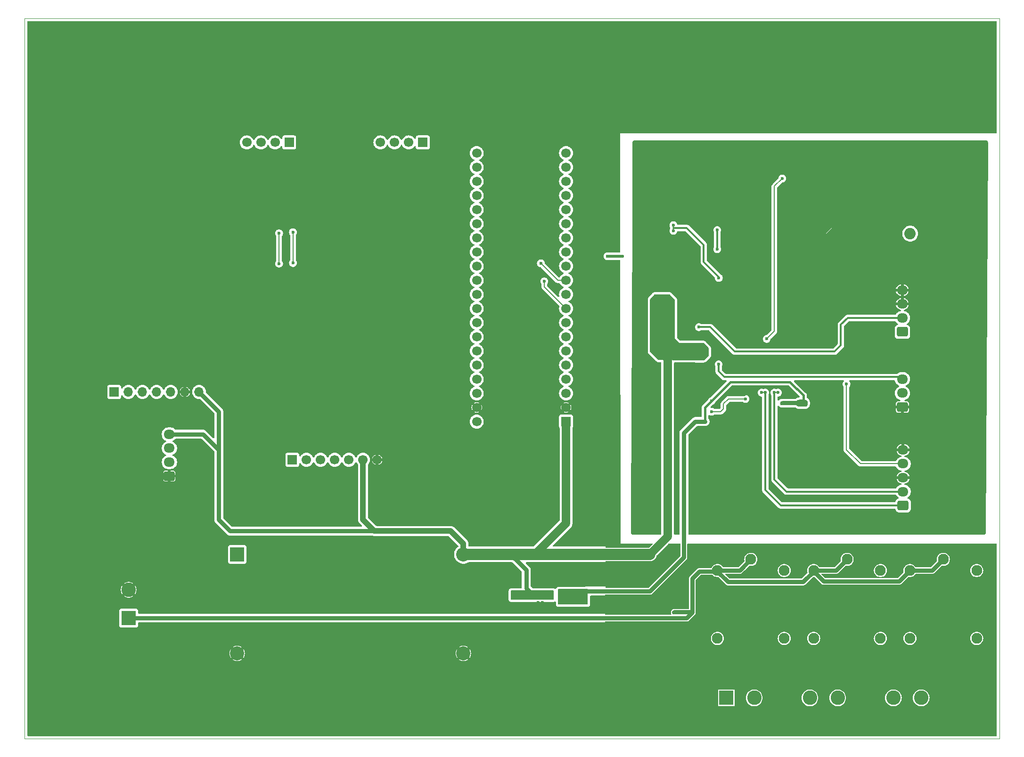
<source format=gbl>
%TF.GenerationSoftware,KiCad,Pcbnew,8.0.4*%
%TF.CreationDate,2025-02-08T22:12:46+05:30*%
%TF.ProjectId,CAR PCB,43415220-5043-4422-9e6b-696361645f70,rev?*%
%TF.SameCoordinates,Original*%
%TF.FileFunction,Copper,L2,Bot*%
%TF.FilePolarity,Positive*%
%FSLAX46Y46*%
G04 Gerber Fmt 4.6, Leading zero omitted, Abs format (unit mm)*
G04 Created by KiCad (PCBNEW 8.0.4) date 2025-02-08 22:12:46*
%MOMM*%
%LPD*%
G01*
G04 APERTURE LIST*
G04 Aperture macros list*
%AMRoundRect*
0 Rectangle with rounded corners*
0 $1 Rounding radius*
0 $2 $3 $4 $5 $6 $7 $8 $9 X,Y pos of 4 corners*
0 Add a 4 corners polygon primitive as box body*
4,1,4,$2,$3,$4,$5,$6,$7,$8,$9,$2,$3,0*
0 Add four circle primitives for the rounded corners*
1,1,$1+$1,$2,$3*
1,1,$1+$1,$4,$5*
1,1,$1+$1,$6,$7*
1,1,$1+$1,$8,$9*
0 Add four rect primitives between the rounded corners*
20,1,$1+$1,$2,$3,$4,$5,0*
20,1,$1+$1,$4,$5,$6,$7,0*
20,1,$1+$1,$6,$7,$8,$9,0*
20,1,$1+$1,$8,$9,$2,$3,0*%
G04 Aperture macros list end*
%TA.AperFunction,ComponentPad*%
%ADD10R,1.700000X1.700000*%
%TD*%
%TA.AperFunction,ComponentPad*%
%ADD11O,1.700000X1.700000*%
%TD*%
%TA.AperFunction,ComponentPad*%
%ADD12R,2.600000X2.600000*%
%TD*%
%TA.AperFunction,ComponentPad*%
%ADD13C,2.600000*%
%TD*%
%TA.AperFunction,ComponentPad*%
%ADD14C,1.950000*%
%TD*%
%TA.AperFunction,ComponentPad*%
%ADD15C,1.700000*%
%TD*%
%TA.AperFunction,ComponentPad*%
%ADD16RoundRect,0.250000X0.725000X-0.600000X0.725000X0.600000X-0.725000X0.600000X-0.725000X-0.600000X0*%
%TD*%
%TA.AperFunction,ComponentPad*%
%ADD17O,1.950000X1.700000*%
%TD*%
%TA.AperFunction,ComponentPad*%
%ADD18R,2.540000X2.540000*%
%TD*%
%TA.AperFunction,ComponentPad*%
%ADD19C,2.540000*%
%TD*%
%TA.AperFunction,ComponentPad*%
%ADD20C,2.050000*%
%TD*%
%TA.AperFunction,ComponentPad*%
%ADD21C,2.250000*%
%TD*%
%TA.AperFunction,ViaPad*%
%ADD22C,0.600000*%
%TD*%
%TA.AperFunction,Conductor*%
%ADD23C,0.800000*%
%TD*%
%TA.AperFunction,Conductor*%
%ADD24C,0.200000*%
%TD*%
%TA.AperFunction,Conductor*%
%ADD25C,2.000000*%
%TD*%
%TA.AperFunction,Conductor*%
%ADD26C,0.350000*%
%TD*%
%TA.AperFunction,Conductor*%
%ADD27C,0.400000*%
%TD*%
%TA.AperFunction,Conductor*%
%ADD28C,1.500000*%
%TD*%
%TA.AperFunction,Conductor*%
%ADD29C,1.000000*%
%TD*%
%TA.AperFunction,Conductor*%
%ADD30C,0.500000*%
%TD*%
%TA.AperFunction,Profile*%
%ADD31C,0.050000*%
%TD*%
G04 APERTURE END LIST*
D10*
%TO.P,J601,1,Pin_1*%
%TO.N,/CAN_Module/INT*%
X70104000Y-102362000D03*
D11*
%TO.P,J601,2,Pin_2*%
%TO.N,/CAN_Module/SCK*%
X72644000Y-102362000D03*
%TO.P,J601,3,Pin_3*%
%TO.N,/CAN_Module/MOSI*%
X75184000Y-102362000D03*
%TO.P,J601,4,Pin_4*%
%TO.N,/CAN_Module/MISO*%
X77724000Y-102362000D03*
%TO.P,J601,5,Pin_5*%
%TO.N,/CAN_Module/CS*%
X80264000Y-102362000D03*
%TO.P,J601,6,Pin_6*%
%TO.N,GNDD*%
X82804000Y-102362000D03*
%TO.P,J601,7,Pin_7*%
%TO.N,5V*%
X85344000Y-102362000D03*
%TD*%
D12*
%TO.P,J701,1,Pin_1*%
%TO.N,Net-(J701-Pin_1)*%
X180091000Y-157353000D03*
D13*
%TO.P,J701,2,Pin_2*%
%TO.N,Net-(J701-Pin_2)*%
X185091000Y-157353000D03*
%TO.P,J701,3,Pin_3*%
%TO.N,GNDD*%
X190091000Y-157353000D03*
%TO.P,J701,4,Pin_4*%
%TO.N,Net-(J701-Pin_4)*%
X195091000Y-157353000D03*
%TO.P,J701,5,Pin_5*%
%TO.N,Net-(J701-Pin_5)*%
X200091000Y-157353000D03*
%TO.P,J701,6,Pin_6*%
%TO.N,GNDD*%
X205091000Y-157353000D03*
%TO.P,J701,7,Pin_7*%
%TO.N,Net-(J701-Pin_7)*%
X210091000Y-157353000D03*
%TO.P,J701,8,Pin_8*%
%TO.N,Net-(J701-Pin_8)*%
X215091000Y-157353000D03*
%TO.P,J701,9,Pin_9*%
%TO.N,GNDD*%
X220091000Y-157353000D03*
%TD*%
D14*
%TO.P,K702,COIL1*%
%TO.N,+12V*%
X195772000Y-134461000D03*
%TO.P,K702,COIL2*%
%TO.N,Net-(U701-O2)*%
X207772000Y-134461000D03*
%TO.P,K702,COM*%
%TO.N,+12V*%
X201772000Y-132461000D03*
%TO.P,K702,NC*%
%TO.N,Net-(J701-Pin_5)*%
X207772000Y-146661000D03*
%TO.P,K702,NO*%
%TO.N,Net-(J701-Pin_4)*%
X195772000Y-146661000D03*
%TD*%
%TO.P,K701,COIL1*%
%TO.N,+12V*%
X178484500Y-134461000D03*
%TO.P,K701,COIL2*%
%TO.N,Net-(U701-O1)*%
X190484500Y-134461000D03*
%TO.P,K701,COM*%
%TO.N,+12V*%
X184484500Y-132461000D03*
%TO.P,K701,NC*%
%TO.N,Net-(J701-Pin_2)*%
X190484500Y-146661000D03*
%TO.P,K701,NO*%
%TO.N,Net-(J701-Pin_1)*%
X178484500Y-146661000D03*
%TD*%
%TO.P,K703,COIL1*%
%TO.N,+12V*%
X213059500Y-134461000D03*
%TO.P,K703,COIL2*%
%TO.N,Net-(U701-O3)*%
X225059500Y-134461000D03*
%TO.P,K703,COM*%
%TO.N,+12V*%
X219059500Y-132461000D03*
%TO.P,K703,NC*%
%TO.N,Net-(J701-Pin_8)*%
X225059500Y-146661000D03*
%TO.P,K703,NO*%
%TO.N,Net-(J701-Pin_7)*%
X213059500Y-146661000D03*
%TD*%
D10*
%TO.P,U301,40,5V*%
%TO.N,5V*%
X151281000Y-107696000D03*
D15*
%TO.P,U301,39,GND*%
%TO.N,GNDD*%
X151281000Y-105156000D03*
%TO.P,U301,38,3.3V*%
%TO.N,unconnected-(U301-3.3V-Pad38)*%
X151281000Y-102616000D03*
%TO.P,U301,37,PB10*%
%TO.N,unconnected-(U301-PB10-Pad37)*%
X151281000Y-100076000D03*
%TO.P,U301,36,PB2*%
%TO.N,unconnected-(U301-PB2-Pad36)*%
X151281000Y-97536000D03*
%TO.P,U301,35,PB1*%
%TO.N,unconnected-(U301-PB1-Pad35)*%
X151281000Y-94996000D03*
%TO.P,U301,34,PB0*%
%TO.N,unconnected-(U301-PB0-Pad34)*%
X151281000Y-92456000D03*
%TO.P,U301,33,PA7*%
%TO.N,/CAN_Module/MOSI*%
X151281000Y-89916000D03*
%TO.P,U301,32,PA6*%
%TO.N,/CAN_Module/MISO*%
X151281000Y-87376000D03*
%TO.P,U301,31,PA5*%
%TO.N,/CAN_Module/SCK*%
X151281000Y-84836000D03*
%TO.P,U301,30,PA4*%
%TO.N,/CAN_Module/CS*%
X151281000Y-82296000D03*
%TO.P,U301,29,PA3*%
%TO.N,/Microcontroller/UART2_RX*%
X151281000Y-79756000D03*
%TO.P,U301,28,PA2*%
%TO.N,/Microcontroller/UART2_TX*%
X151281000Y-77216000D03*
%TO.P,U301,27,PA1*%
%TO.N,unconnected-(U301-PA1-Pad27)*%
X151281000Y-74676000D03*
%TO.P,U301,26,PA0*%
%TO.N,unconnected-(U301-PA0-Pad26)*%
X151281000Y-72136000D03*
%TO.P,U301,25,RST*%
%TO.N,unconnected-(U301-RST-Pad25)*%
X151281000Y-69596000D03*
%TO.P,U301,24,PC15*%
%TO.N,unconnected-(U301-PC15-Pad24)*%
X151281000Y-67056000D03*
%TO.P,U301,23,PC14*%
%TO.N,unconnected-(U301-PC14-Pad23)*%
X151281000Y-64516000D03*
%TO.P,U301,22,PC13*%
%TO.N,unconnected-(U301-PC13-Pad22)*%
X151281000Y-61976000D03*
%TO.P,U301,21,VBat*%
%TO.N,unconnected-(U301-VBat-Pad21)*%
X151281000Y-59436000D03*
%TO.P,U301,20,3.3V*%
%TO.N,+3.3V*%
X135231000Y-107696000D03*
%TO.P,U301,19,GND*%
%TO.N,GNDD*%
X135231000Y-105156000D03*
%TO.P,U301,18,5V*%
%TO.N,unconnected-(U301-5V-Pad18)*%
X135231000Y-102616000D03*
%TO.P,U301,17,PB9*%
%TO.N,unconnected-(U301-PB9-Pad17)*%
X135231000Y-100076000D03*
%TO.P,U301,16,PB8*%
%TO.N,/Microcontroller/IN5*%
X135231000Y-97536000D03*
%TO.P,U301,15,PB7*%
%TO.N,/Microcontroller/IN4*%
X135231000Y-94996000D03*
%TO.P,U301,14,PB6*%
%TO.N,/Microcontroller/IN3*%
X135231000Y-92456000D03*
%TO.P,U301,13,PB5*%
%TO.N,/Microcontroller/IN2*%
X135231000Y-89916000D03*
%TO.P,U301,12,PB4*%
%TO.N,/Microcontroller/IN1*%
X135231000Y-87376000D03*
%TO.P,U301,11,PB3*%
%TO.N,unconnected-(U301-PB3-Pad11)*%
X135231000Y-84836000D03*
%TO.P,U301,10,PA15*%
%TO.N,unconnected-(U301-PA15-Pad10)*%
X135231000Y-82296000D03*
%TO.P,U301,9,PA12*%
%TO.N,/LORA/UART_TX*%
X135231000Y-79756000D03*
%TO.P,U301,8,PA11*%
%TO.N,/LORA/UART_RX*%
X135231000Y-77216000D03*
%TO.P,U301,7,PA10*%
%TO.N,/Display/UART_TX*%
X135231000Y-74676000D03*
%TO.P,U301,6,PA9*%
%TO.N,/Display/UART_RX*%
X135231000Y-72136000D03*
%TO.P,U301,5,PA8*%
%TO.N,unconnected-(U301-PA8-Pad5)*%
X135231000Y-69596000D03*
%TO.P,U301,4,PB15*%
%TO.N,/LORA/M0*%
X135231000Y-67056000D03*
%TO.P,U301,3,PB14*%
%TO.N,/LORA/M1*%
X135231000Y-64516000D03*
%TO.P,U301,2,PB13*%
%TO.N,unconnected-(U301-PB13-Pad2)*%
X135231000Y-61976000D03*
%TO.P,U301,1,PB12*%
%TO.N,unconnected-(U301-PB12-Pad1)*%
X135231000Y-59436000D03*
%TD*%
D16*
%TO.P,SW201,1,A*%
%TO.N,unconnected-(SW201-A-Pad1)*%
X211709000Y-91567000D03*
D17*
%TO.P,SW201,2,B*%
%TO.N,Net-(U201-H{slash}L_PWR)*%
X211709000Y-89067000D03*
%TO.P,SW201,3,C*%
%TO.N,GNDA*%
X211709000Y-86567000D03*
%TO.P,SW201,4,A*%
X211709000Y-84067000D03*
%TD*%
D10*
%TO.P,J401,1,Pin_1*%
%TO.N,/LORA/M0*%
X102108000Y-114554000D03*
D15*
%TO.P,J401,2,Pin_2*%
%TO.N,/LORA/M1*%
X104648000Y-114554000D03*
%TO.P,J401,3,Pin_3*%
%TO.N,/LORA/UART_RX*%
X107188000Y-114554000D03*
%TO.P,J401,4,Pin_4*%
%TO.N,/LORA/UART_TX*%
X109728000Y-114554000D03*
%TO.P,J401,5,Pin_5*%
%TO.N,/LORA/AUX*%
X112268000Y-114554000D03*
%TO.P,J401,6,Pin_6*%
%TO.N,5V*%
X114808000Y-114554000D03*
%TO.P,J401,7,Pin_7*%
%TO.N,GNDD*%
X117348000Y-114554000D03*
D10*
%TO.P,J401,8*%
%TO.N,N/C*%
X125538000Y-57514000D03*
D15*
%TO.P,J401,9*%
X122998000Y-57514000D03*
%TO.P,J401,10*%
X120458000Y-57514000D03*
%TO.P,J401,11*%
X117918000Y-57514000D03*
D10*
%TO.P,J401,12*%
X101538000Y-57514000D03*
D15*
%TO.P,J401,13*%
X98998000Y-57514000D03*
%TO.P,J401,14*%
X96458000Y-57514000D03*
%TO.P,J401,15*%
X93918000Y-57514000D03*
%TD*%
D16*
%TO.P,J201,1,P1*%
%TO.N,/RF Voice/HEADPHONE L*%
X211836000Y-122776000D03*
D17*
%TO.P,J201,2,P2*%
%TO.N,/RF Voice/HEADPHONE R*%
X211836000Y-120276000D03*
%TO.P,J201,3,P3*%
%TO.N,GNDA*%
X211836000Y-117776000D03*
%TO.P,J201,4,P3*%
%TO.N,MIC_LINE_IN*%
X211836000Y-115276000D03*
%TO.P,J201,5,P5*%
%TO.N,GNDA*%
X211836000Y-112776000D03*
%TD*%
D16*
%TO.P,J501,1,Pin_1*%
%TO.N,GNDD*%
X80010000Y-117482000D03*
D17*
%TO.P,J501,2,Pin_2*%
%TO.N,/Display/UART_TX*%
X80010000Y-114982000D03*
%TO.P,J501,3,Pin_3*%
%TO.N,/Display/UART_RX*%
X80010000Y-112482000D03*
%TO.P,J501,4,Pin_4*%
%TO.N,5V*%
X80010000Y-109982000D03*
%TD*%
D18*
%TO.P,U101,1,Vin*%
%TO.N,+12V*%
X92202000Y-131572000D03*
D19*
%TO.P,U101,2,GND*%
%TO.N,GNDD*%
X92202000Y-149352000D03*
%TO.P,U101,3,GND*%
X132842000Y-149352000D03*
%TO.P,U101,4,Vout*%
%TO.N,5V*%
X132842000Y-131572000D03*
%TD*%
D12*
%TO.P,J102,1,Pin_1*%
%TO.N,+12V*%
X72690000Y-143007000D03*
D13*
%TO.P,J102,2,Pin_2*%
%TO.N,GNDD*%
X72690000Y-137927000D03*
%TD*%
D16*
%TO.P,RV201,1,1*%
%TO.N,GNDA*%
X211709000Y-105069000D03*
D17*
%TO.P,RV201,2,2*%
%TO.N,Net-(C201-Pad1)*%
X211709000Y-102569000D03*
%TO.P,RV201,3,3*%
%TO.N,Net-(U201-AUD_OUT)*%
X211709000Y-100069000D03*
%TD*%
D20*
%TO.P,AE101,1,A*%
%TO.N,/RF Voice/ANTENNA_LINE*%
X213106000Y-73914000D03*
D21*
%TO.P,AE101,2,Shield*%
%TO.N,GNDA*%
X210566000Y-76454000D03*
X215646000Y-76454000D03*
X210566000Y-71374000D03*
X215646000Y-71374000D03*
%TD*%
D22*
%TO.N,/CAN_Module/CS*%
X146761200Y-79248000D03*
%TO.N,/CAN_Module/MISO*%
X147370800Y-82499200D03*
%TO.N,/LORA/M1*%
X99720400Y-73863200D03*
%TO.N,/LORA/M0*%
X102209600Y-73660000D03*
%TO.N,/LORA/M1*%
X99720400Y-79298800D03*
%TO.N,/LORA/M0*%
X102209600Y-79197200D03*
%TO.N,GNDD*%
X143637000Y-75946000D03*
X143637000Y-74676000D03*
X143637000Y-73406000D03*
X143637000Y-72136000D03*
X143637000Y-70866000D03*
X143637000Y-69596000D03*
X143637000Y-68326000D03*
X143637000Y-67056000D03*
X143637000Y-65786000D03*
X143637000Y-64516000D03*
X143637000Y-63246000D03*
X143637000Y-61976000D03*
X143637000Y-60706000D03*
X143637000Y-59436000D03*
X143637000Y-58166000D03*
X117602000Y-107950000D03*
X116332000Y-107950000D03*
X115062000Y-107950000D03*
X113792000Y-107950000D03*
X125222000Y-106680000D03*
X123952000Y-106680000D03*
X117602000Y-104140000D03*
X116332000Y-104140000D03*
X115062000Y-104140000D03*
X113792000Y-104140000D03*
X125222000Y-102870000D03*
X123952000Y-102870000D03*
X122682000Y-102870000D03*
X121412000Y-102870000D03*
X120142000Y-102870000D03*
X118872000Y-102870000D03*
X117602000Y-102870000D03*
X116332000Y-102870000D03*
X115062000Y-102870000D03*
X113792000Y-102870000D03*
X125222000Y-107950000D03*
X123952000Y-107950000D03*
X122682000Y-107950000D03*
X121412000Y-107950000D03*
X120142000Y-107950000D03*
X118872000Y-107950000D03*
X116332000Y-106680000D03*
X115062000Y-106680000D03*
X113792000Y-106680000D03*
X125222000Y-105410000D03*
X123952000Y-105410000D03*
X122682000Y-105410000D03*
X121412000Y-105410000D03*
X120142000Y-105410000D03*
X118872000Y-105410000D03*
X117602000Y-105410000D03*
X116332000Y-105410000D03*
X115062000Y-105410000D03*
X113792000Y-105410000D03*
X125222000Y-104140000D03*
X123952000Y-104140000D03*
X120142000Y-104140000D03*
X118872000Y-104140000D03*
X122682000Y-104140000D03*
X121412000Y-104140000D03*
X122682000Y-106680000D03*
X121412000Y-106680000D03*
X120142000Y-106680000D03*
X118872000Y-106680000D03*
X117602000Y-106680000D03*
X97790000Y-107823000D03*
X96520000Y-107823000D03*
X95250000Y-107823000D03*
X93980000Y-107823000D03*
X105410000Y-106553000D03*
X104140000Y-106553000D03*
X97790000Y-104013000D03*
X96520000Y-104013000D03*
X95250000Y-104013000D03*
X93980000Y-104013000D03*
X105410000Y-102743000D03*
X104140000Y-102743000D03*
X102870000Y-102743000D03*
X101600000Y-102743000D03*
X100330000Y-102743000D03*
X99060000Y-102743000D03*
X97790000Y-102743000D03*
X96520000Y-102743000D03*
X95250000Y-102743000D03*
X93980000Y-102743000D03*
X105410000Y-107823000D03*
X104140000Y-107823000D03*
X102870000Y-107823000D03*
X101600000Y-107823000D03*
X100330000Y-107823000D03*
X99060000Y-107823000D03*
X96520000Y-106553000D03*
X95250000Y-106553000D03*
X93980000Y-106553000D03*
X105410000Y-105283000D03*
X104140000Y-105283000D03*
X102870000Y-105283000D03*
X101600000Y-105283000D03*
X100330000Y-105283000D03*
X99060000Y-105283000D03*
X97790000Y-105283000D03*
X96520000Y-105283000D03*
X95250000Y-105283000D03*
X93980000Y-105283000D03*
X105410000Y-104013000D03*
X104140000Y-104013000D03*
X100330000Y-104013000D03*
X99060000Y-104013000D03*
X102870000Y-104013000D03*
X101600000Y-104013000D03*
X102870000Y-106553000D03*
X101600000Y-106553000D03*
X100330000Y-106553000D03*
X99060000Y-106553000D03*
X97790000Y-106553000D03*
X117983000Y-66167000D03*
X116713000Y-66167000D03*
X115443000Y-66167000D03*
X114173000Y-66167000D03*
X125603000Y-64897000D03*
X124333000Y-64897000D03*
X117983000Y-62357000D03*
X116713000Y-62357000D03*
X115443000Y-62357000D03*
X114173000Y-62357000D03*
X125603000Y-61087000D03*
X124333000Y-61087000D03*
X123063000Y-61087000D03*
X121793000Y-61087000D03*
X120523000Y-61087000D03*
X119253000Y-61087000D03*
X117983000Y-61087000D03*
X116713000Y-61087000D03*
X115443000Y-61087000D03*
X114173000Y-61087000D03*
X125603000Y-66167000D03*
X124333000Y-66167000D03*
X123063000Y-66167000D03*
X121793000Y-66167000D03*
X120523000Y-66167000D03*
X119253000Y-66167000D03*
X116713000Y-64897000D03*
X115443000Y-64897000D03*
X114173000Y-64897000D03*
X125603000Y-63627000D03*
X124333000Y-63627000D03*
X123063000Y-63627000D03*
X121793000Y-63627000D03*
X120523000Y-63627000D03*
X119253000Y-63627000D03*
X117983000Y-63627000D03*
X116713000Y-63627000D03*
X115443000Y-63627000D03*
X114173000Y-63627000D03*
X125603000Y-62357000D03*
X124333000Y-62357000D03*
X120523000Y-62357000D03*
X119253000Y-62357000D03*
X123063000Y-62357000D03*
X121793000Y-62357000D03*
X123063000Y-64897000D03*
X121793000Y-64897000D03*
X120523000Y-64897000D03*
X119253000Y-64897000D03*
X117983000Y-64897000D03*
X93980000Y-61087000D03*
X114427000Y-85217000D03*
X93980000Y-85344000D03*
X127254000Y-145542000D03*
X127254000Y-144272000D03*
X127254000Y-140462000D03*
X127254000Y-136652000D03*
X127254000Y-137922000D03*
X127254000Y-135382000D03*
X127254000Y-139192000D03*
X127254000Y-141732000D03*
X127254000Y-146812000D03*
X99314000Y-145542000D03*
X99314000Y-144272000D03*
X99314000Y-140462000D03*
X99314000Y-136652000D03*
X99314000Y-137922000D03*
X99314000Y-135382000D03*
X99314000Y-139192000D03*
X99314000Y-141732000D03*
X99314000Y-146812000D03*
X159893000Y-157861000D03*
X159893000Y-156591000D03*
X159893000Y-152781000D03*
X159893000Y-148971000D03*
X159893000Y-150241000D03*
X159893000Y-147701000D03*
X159893000Y-151511000D03*
X159893000Y-154051000D03*
X159893000Y-155321000D03*
X159893000Y-159131000D03*
X165862000Y-159131000D03*
X165862000Y-157861000D03*
X165862000Y-156591000D03*
X165862000Y-155321000D03*
X165862000Y-154051000D03*
X165862000Y-152781000D03*
X165862000Y-151511000D03*
X165862000Y-150241000D03*
X165862000Y-148971000D03*
X165862000Y-147701000D03*
%TO.N,+12V*%
X173990000Y-141986000D03*
X173228000Y-141986000D03*
%TO.N,GNDA*%
X183261000Y-102870000D03*
%TO.N,3.3V*%
X192786000Y-104394000D03*
X192024000Y-104394000D03*
X177419000Y-104013000D03*
%TO.N,GNDD*%
X146304000Y-140208000D03*
X147066000Y-140208000D03*
%TO.N,3.3V*%
X152400000Y-140208000D03*
X151638000Y-140208000D03*
X153162000Y-140208000D03*
X153289000Y-138176000D03*
X152527000Y-138176000D03*
X151765000Y-138176000D03*
%TO.N,5V*%
X146177000Y-138557000D03*
X146939000Y-138557000D03*
X146939000Y-139319000D03*
X146177000Y-139319000D03*
%TO.N,GNDD*%
X117475000Y-119634000D03*
X118999000Y-119634000D03*
X118999000Y-117348000D03*
X117475000Y-117348000D03*
%TO.N,5V*%
X114808000Y-119253000D03*
X114808000Y-118618000D03*
X114808000Y-117983000D03*
%TO.N,/Microcontroller/UART2_TX*%
X158750000Y-77978000D03*
X161417000Y-77978000D03*
%TO.N,GNDA*%
X182559000Y-86710000D03*
X182559000Y-91710000D03*
X201549000Y-73025000D03*
X181259000Y-90710000D03*
X185159000Y-90710000D03*
X185159000Y-89710000D03*
X181259000Y-91710000D03*
X182559000Y-88710000D03*
X194691000Y-91694000D03*
X183859000Y-91710000D03*
X205232000Y-74930000D03*
X183859000Y-92710000D03*
X185159000Y-85710000D03*
X196342000Y-82550000D03*
X185159000Y-87710000D03*
X179959000Y-88710000D03*
X179959000Y-87710000D03*
X199009000Y-75819000D03*
X201549000Y-74930000D03*
X183859000Y-89710000D03*
X181259000Y-92710000D03*
X185159000Y-88710000D03*
X198247000Y-86995000D03*
X182559000Y-90710000D03*
X205232000Y-73025000D03*
X182559000Y-89710000D03*
X208280000Y-73025000D03*
X196342000Y-78867000D03*
X185159000Y-86710000D03*
X194691000Y-89789000D03*
X179959000Y-86710000D03*
X182559000Y-87710000D03*
X182559000Y-85710000D03*
X179959000Y-89710000D03*
X181259000Y-89710000D03*
X185159000Y-91710000D03*
X197739000Y-74549000D03*
X183859000Y-90710000D03*
X183859000Y-85710000D03*
X183859000Y-86710000D03*
X181259000Y-88710000D03*
X181259000Y-85710000D03*
X196342000Y-86995000D03*
X198247000Y-78867000D03*
X181259000Y-87710000D03*
X185159000Y-92710000D03*
X208280000Y-74930000D03*
X179959000Y-90710000D03*
X179959000Y-85725000D03*
X181259000Y-86710000D03*
X183859000Y-87710000D03*
X183859000Y-88710000D03*
X198247000Y-82550000D03*
X182559000Y-92710000D03*
%TO.N,Net-(U201-AUD_OUT)*%
X170561000Y-73399000D03*
X178729000Y-81875000D03*
X178689000Y-97409000D03*
X170561000Y-72383000D03*
%TO.N,5V*%
X168640000Y-92252800D03*
X167640000Y-89252800D03*
X167640000Y-90252800D03*
X172431200Y-95164400D03*
X167640000Y-91252800D03*
X168640000Y-91252800D03*
X168640000Y-90252800D03*
X171431200Y-94164400D03*
X168640000Y-88252800D03*
X169640000Y-91252800D03*
X167640000Y-92252800D03*
X173431200Y-94164400D03*
X172431200Y-94164400D03*
X171431200Y-96164400D03*
X173431200Y-95164400D03*
X169640000Y-89252800D03*
X169640000Y-88252800D03*
X173431200Y-96164400D03*
X169640000Y-90252800D03*
X172431200Y-96164400D03*
X167640000Y-88252800D03*
X171431200Y-95164400D03*
X169640000Y-92252800D03*
X168640000Y-89252800D03*
%TO.N,Net-(U201-AUDIO_ON)*%
X178435000Y-73279000D03*
X178435000Y-76708000D03*
%TO.N,Net-(U201-H{slash}L_PWR)*%
X175133000Y-90721000D03*
%TO.N,MIC_LINE_IN*%
X190119000Y-64008000D03*
X201676000Y-100965000D03*
X187325000Y-92837000D03*
%TO.N,Net-(U202-Y)*%
X183515000Y-103632000D03*
X177419000Y-105918000D03*
%TO.N,/RF Voice/HEADPHONE R*%
X188722000Y-102489000D03*
X189357000Y-102489000D03*
%TO.N,/RF Voice/HEADPHONE L*%
X186436000Y-102489000D03*
X187071000Y-102489000D03*
%TO.N,GNDD*%
X97790000Y-61087000D03*
X104140000Y-61087000D03*
X100330000Y-61087000D03*
X101600000Y-62357000D03*
X97790000Y-62357000D03*
X102870000Y-62357000D03*
X93980000Y-62357000D03*
X93980000Y-63627000D03*
X99060000Y-61087000D03*
X97790000Y-64897000D03*
X104140000Y-62357000D03*
X102870000Y-61087000D03*
X99060000Y-64897000D03*
X100330000Y-63627000D03*
X102870000Y-63627000D03*
X96520000Y-63627000D03*
X100330000Y-64897000D03*
X102870000Y-66167000D03*
X101600000Y-64897000D03*
X95250000Y-64897000D03*
X101600000Y-63627000D03*
X96520000Y-64897000D03*
X96520000Y-61087000D03*
X104140000Y-63627000D03*
X95250000Y-63627000D03*
X93980000Y-64897000D03*
X105410000Y-62357000D03*
X99060000Y-66167000D03*
X99060000Y-63627000D03*
X100330000Y-62357000D03*
X96520000Y-62357000D03*
X99060000Y-62357000D03*
X105410000Y-63627000D03*
X105410000Y-61087000D03*
X104140000Y-64897000D03*
X105410000Y-64897000D03*
X102870000Y-64897000D03*
X96520000Y-66167000D03*
X97790000Y-66167000D03*
X95250000Y-66167000D03*
X101600000Y-66167000D03*
X104140000Y-66167000D03*
X105410000Y-66167000D03*
X100330000Y-66167000D03*
X93980000Y-66167000D03*
X95250000Y-62357000D03*
X97790000Y-63627000D03*
X101600000Y-61087000D03*
X95250000Y-61087000D03*
%TD*%
D23*
%TO.N,5V*%
X88900000Y-112776000D02*
X88900000Y-105918000D01*
X88900000Y-105918000D02*
X85344000Y-102362000D01*
D24*
%TO.N,/CAN_Module/CS*%
X146761200Y-79248000D02*
X149809200Y-82296000D01*
X149809200Y-82296000D02*
X151281000Y-82296000D01*
%TO.N,/CAN_Module/MISO*%
X147370800Y-83465800D02*
X151281000Y-87376000D01*
X147370800Y-82499200D02*
X147370800Y-83465800D01*
%TO.N,/LORA/M1*%
X99720400Y-73863200D02*
X99720400Y-73710800D01*
X99720400Y-79298800D02*
X99720400Y-73863200D01*
%TO.N,/LORA/M0*%
X102209600Y-73660000D02*
X102209600Y-73609200D01*
X102209600Y-79197200D02*
X102209600Y-73660000D01*
D25*
%TO.N,5V*%
X166370000Y-131572000D02*
X154482800Y-131572000D01*
X154482800Y-131572000D02*
X139065000Y-131572000D01*
D23*
%TO.N,+12V*%
X213059500Y-134461000D02*
X217059500Y-134461000D01*
X217059500Y-134461000D02*
X219059500Y-132461000D01*
X195772000Y-134461000D02*
X199772000Y-134461000D01*
X199772000Y-134461000D02*
X201772000Y-132461000D01*
X178484500Y-134461000D02*
X182484500Y-134461000D01*
X182484500Y-134461000D02*
X184484500Y-132461000D01*
X72690000Y-143007000D02*
X172969000Y-143007000D01*
X172969000Y-143007000D02*
X173990000Y-141986000D01*
X173990000Y-141986000D02*
X173990000Y-135890000D01*
X173990000Y-135890000D02*
X175260000Y-134620000D01*
X175260000Y-134620000D02*
X178484500Y-134620000D01*
X178484500Y-134620000D02*
X180389500Y-136525000D01*
X180389500Y-136525000D02*
X193867000Y-136525000D01*
X193867000Y-136525000D02*
X195772000Y-134620000D01*
X195772000Y-134620000D02*
X197550000Y-136398000D01*
X197550000Y-136398000D02*
X211122500Y-136398000D01*
X211122500Y-136398000D02*
X213059500Y-134461000D01*
%TO.N,3.3V*%
X176276000Y-107696000D02*
X174498000Y-107696000D01*
X166370000Y-138176000D02*
X154813000Y-138176000D01*
X174498000Y-107696000D02*
X172466000Y-109728000D01*
X172466000Y-109728000D02*
X172466000Y-132080000D01*
X172466000Y-132080000D02*
X166370000Y-138176000D01*
D26*
%TO.N,Net-(U201-AUD_OUT)*%
X178689000Y-97409000D02*
X178689000Y-98672000D01*
X211335000Y-99695000D02*
X211709000Y-100069000D01*
X178689000Y-98672000D02*
X179712000Y-99695000D01*
X179712000Y-99695000D02*
X211335000Y-99695000D01*
D27*
%TO.N,3.3V*%
X177419000Y-104013000D02*
X180848000Y-100584000D01*
X180848000Y-100584000D02*
X191516000Y-100584000D01*
X191516000Y-100584000D02*
X193929000Y-102997000D01*
X193929000Y-102997000D02*
X193929000Y-104267000D01*
D23*
%TO.N,5V*%
X146177000Y-138557000D02*
X145034000Y-138557000D01*
X145034000Y-138557000D02*
X144145000Y-137668000D01*
X144145000Y-137668000D02*
X144145000Y-134366000D01*
X144145000Y-134366000D02*
X141351000Y-131572000D01*
D28*
X139065000Y-131572000D02*
X143002000Y-131572000D01*
X143002000Y-131572000D02*
X144653000Y-131572000D01*
D29*
X114808000Y-119253000D02*
X114808000Y-118618000D01*
X114808000Y-118618000D02*
X114808000Y-117983000D01*
X114808000Y-117983000D02*
X114808000Y-114554000D01*
D25*
X139065000Y-131572000D02*
X132842000Y-131572000D01*
D23*
X116840000Y-127355600D02*
X116814600Y-127381000D01*
X88900000Y-125349000D02*
X88900000Y-112776000D01*
X116814600Y-127381000D02*
X90932000Y-127381000D01*
X90932000Y-127381000D02*
X88900000Y-125349000D01*
X88900000Y-112776000D02*
X86106000Y-109982000D01*
X86106000Y-109982000D02*
X80010000Y-109982000D01*
D30*
%TO.N,/Microcontroller/UART2_TX*%
X161417000Y-77978000D02*
X158750000Y-77978000D01*
D26*
%TO.N,GNDA*%
X201723000Y-86567000D02*
X211709000Y-86567000D01*
D30*
X173101000Y-81821000D02*
X173101000Y-81821000D01*
D26*
X199898000Y-88392000D02*
X201723000Y-86567000D01*
D30*
X171229000Y-81821000D02*
X171196000Y-81788000D01*
D26*
X198882000Y-94234000D02*
X199898000Y-93218000D01*
X199898000Y-93218000D02*
X199898000Y-88392000D01*
X176784000Y-84074000D02*
X176784000Y-88900000D01*
X171196000Y-81788000D02*
X174498000Y-81788000D01*
X182118000Y-94234000D02*
X198882000Y-94234000D01*
X176784000Y-88900000D02*
X182118000Y-94234000D01*
X174498000Y-81788000D02*
X176784000Y-84074000D01*
%TO.N,Net-(U201-AUD_OUT)*%
X172967000Y-72891000D02*
X170561000Y-72891000D01*
X178729000Y-81701000D02*
X176022000Y-78994000D01*
X178729000Y-81875000D02*
X178729000Y-81701000D01*
D24*
X170561000Y-72891000D02*
X170561000Y-72383000D01*
X170561000Y-73399000D02*
X170561000Y-72891000D01*
D26*
X176022000Y-78994000D02*
X176022000Y-75946000D01*
X176022000Y-75946000D02*
X172967000Y-72891000D01*
D29*
%TO.N,5V*%
X114808000Y-125323600D02*
X114808000Y-119253000D01*
D28*
X169545000Y-128397000D02*
X166370000Y-131572000D01*
D29*
X132842000Y-129641600D02*
X130556000Y-127355600D01*
X132842000Y-131572000D02*
X132842000Y-129641600D01*
X130556000Y-127355600D02*
X116840000Y-127355600D01*
X116840000Y-127355600D02*
X114808000Y-125323600D01*
D28*
X169545000Y-96393000D02*
X169545000Y-128397000D01*
X168910000Y-95758000D02*
X169545000Y-96393000D01*
D26*
%TO.N,Net-(U201-AUDIO_ON)*%
X178435000Y-76708000D02*
X178435000Y-73279000D01*
%TO.N,Net-(U201-H{slash}L_PWR)*%
X201890000Y-89067000D02*
X211709000Y-89067000D01*
X200660000Y-93980000D02*
X200660000Y-90297000D01*
X177208000Y-90721000D02*
X181610000Y-95123000D01*
X199517000Y-95123000D02*
X200660000Y-93980000D01*
X175133000Y-90721000D02*
X177208000Y-90721000D01*
X200660000Y-90297000D02*
X201890000Y-89067000D01*
X181610000Y-95123000D02*
X199517000Y-95123000D01*
D24*
%TO.N,MIC_LINE_IN*%
X188722000Y-91440000D02*
X187325000Y-92837000D01*
X201676000Y-100965000D02*
X201676000Y-112776000D01*
X201676000Y-112776000D02*
X204176000Y-115276000D01*
X188722000Y-65405000D02*
X188722000Y-91440000D01*
X204176000Y-115276000D02*
X211836000Y-115276000D01*
X190119000Y-64008000D02*
X188722000Y-65405000D01*
%TO.N,Net-(U202-Y)*%
X179578000Y-105410000D02*
X179578000Y-104521000D01*
X177419000Y-105918000D02*
X179070000Y-105918000D01*
X180467000Y-103632000D02*
X183515000Y-103632000D01*
X183515000Y-103632000D02*
X183642000Y-103759000D01*
X179578000Y-104521000D02*
X180467000Y-103632000D01*
X179070000Y-105918000D02*
X179578000Y-105410000D01*
D26*
%TO.N,/RF Voice/HEADPHONE R*%
X188722000Y-118110000D02*
X190888000Y-120276000D01*
D24*
X188722000Y-102489000D02*
X189357000Y-102489000D01*
D26*
X188722000Y-102489000D02*
X188722000Y-118110000D01*
X190888000Y-120276000D02*
X211836000Y-120276000D01*
D24*
%TO.N,/RF Voice/HEADPHONE L*%
X186436000Y-102489000D02*
X187071000Y-102489000D01*
D26*
X187071000Y-102489000D02*
X187071000Y-120015000D01*
X189832000Y-122776000D02*
X211836000Y-122776000D01*
X187071000Y-120015000D02*
X189832000Y-122776000D01*
D28*
%TO.N,5V*%
X144653000Y-131572000D02*
X145669000Y-131572000D01*
X145669000Y-131572000D02*
X151281000Y-125960000D01*
X151281000Y-125960000D02*
X151281000Y-107696000D01*
D27*
%TO.N,3.3V*%
X176276000Y-105156000D02*
X176276000Y-107696000D01*
X177419000Y-104013000D02*
X176276000Y-105156000D01*
%TD*%
%TA.AperFunction,Conductor*%
%TO.N,3.3V*%
G36*
X194194182Y-103759418D02*
G01*
X194314017Y-103775195D01*
X194326368Y-103778505D01*
X194435040Y-103823518D01*
X194446116Y-103829913D01*
X194539435Y-103901520D01*
X194548479Y-103910564D01*
X194620086Y-104003883D01*
X194626482Y-104014961D01*
X194671493Y-104123627D01*
X194674804Y-104135983D01*
X194690581Y-104255817D01*
X194691000Y-104262213D01*
X194691000Y-104525786D01*
X194690581Y-104532182D01*
X194674804Y-104652016D01*
X194671493Y-104664372D01*
X194626482Y-104773038D01*
X194620086Y-104784116D01*
X194548479Y-104877435D01*
X194539435Y-104886479D01*
X194446116Y-104958086D01*
X194435038Y-104964482D01*
X194326372Y-105009493D01*
X194314016Y-105012804D01*
X194194183Y-105028581D01*
X194187787Y-105029000D01*
X193194999Y-105029000D01*
X193187822Y-105028472D01*
X193053671Y-105008608D01*
X193039933Y-105004448D01*
X192917303Y-104946566D01*
X192911038Y-104943025D01*
X192826218Y-104886479D01*
X192659000Y-104775000D01*
X192507612Y-104775000D01*
X192507606Y-104775000D01*
X190122858Y-104775000D01*
X190115193Y-104774397D01*
X190008929Y-104757566D01*
X189994348Y-104752828D01*
X189901967Y-104705757D01*
X189889565Y-104696746D01*
X189816253Y-104623434D01*
X189807242Y-104611032D01*
X189760171Y-104518651D01*
X189755433Y-104504071D01*
X189739213Y-104401658D01*
X189739213Y-104386341D01*
X189755433Y-104283926D01*
X189760171Y-104269348D01*
X189765444Y-104259000D01*
X189807244Y-104176964D01*
X189816250Y-104164568D01*
X189889568Y-104091250D01*
X189901964Y-104082244D01*
X189994350Y-104035170D01*
X190008927Y-104030433D01*
X190093406Y-104017053D01*
X190115193Y-104013603D01*
X190122858Y-104013000D01*
X192507606Y-104013000D01*
X192507612Y-104013000D01*
X192659000Y-104013000D01*
X192911038Y-103844975D01*
X192917293Y-103841438D01*
X193039937Y-103783549D01*
X193053667Y-103779392D01*
X193187822Y-103759527D01*
X193194999Y-103759000D01*
X194187787Y-103759000D01*
X194194182Y-103759418D01*
G37*
%TD.AperFunction*%
%TD*%
%TA.AperFunction,Conductor*%
%TO.N,GNDA*%
G36*
X226755161Y-57151537D02*
G01*
X226777325Y-57155059D01*
X226834546Y-57164154D01*
X226871546Y-57176219D01*
X226934284Y-57208313D01*
X226965721Y-57231257D01*
X227015413Y-57281218D01*
X227038189Y-57312780D01*
X227069942Y-57375683D01*
X227081812Y-57412756D01*
X227094002Y-57492204D01*
X227095434Y-57511677D01*
X226718303Y-127658154D01*
X226716683Y-127677479D01*
X226703811Y-127756274D01*
X226691706Y-127792991D01*
X226659699Y-127855230D01*
X226636871Y-127886438D01*
X226587246Y-127935797D01*
X226555918Y-127958455D01*
X226493508Y-127990128D01*
X226456723Y-128002037D01*
X226377861Y-128014484D01*
X226358529Y-128016000D01*
X173390500Y-128016000D01*
X173323461Y-127996315D01*
X173277706Y-127943511D01*
X173266500Y-127892000D01*
X173266500Y-110110940D01*
X173286185Y-110043901D01*
X173302819Y-110023259D01*
X174793259Y-108532819D01*
X174854582Y-108499334D01*
X174880940Y-108496500D01*
X176354844Y-108496500D01*
X176354845Y-108496499D01*
X176509497Y-108465737D01*
X176655179Y-108405394D01*
X176786289Y-108317789D01*
X176897789Y-108206289D01*
X176985394Y-108075179D01*
X177045737Y-107929497D01*
X177076500Y-107774842D01*
X177076500Y-107617158D01*
X177076500Y-107617155D01*
X177076499Y-107617153D01*
X177045738Y-107462510D01*
X177045737Y-107462503D01*
X177045735Y-107462498D01*
X176985397Y-107316827D01*
X176985390Y-107316814D01*
X176897398Y-107185125D01*
X176876520Y-107118447D01*
X176876500Y-107116234D01*
X176876500Y-106629512D01*
X176896185Y-106562473D01*
X176948989Y-106516718D01*
X177018147Y-106506774D01*
X177058122Y-106519714D01*
X177168775Y-106577790D01*
X177333944Y-106618500D01*
X177504056Y-106618500D01*
X177669225Y-106577790D01*
X177819852Y-106498734D01*
X177875218Y-106449683D01*
X177938451Y-106419963D01*
X177957445Y-106418500D01*
X179135890Y-106418500D01*
X179135892Y-106418500D01*
X179263186Y-106384392D01*
X179377314Y-106318500D01*
X179978499Y-105717315D01*
X179979503Y-105715577D01*
X180044392Y-105603186D01*
X180078500Y-105475892D01*
X180078500Y-104779676D01*
X180098185Y-104712637D01*
X180114819Y-104691995D01*
X180637995Y-104168819D01*
X180699318Y-104135334D01*
X180725676Y-104132500D01*
X182976555Y-104132500D01*
X183043594Y-104152185D01*
X183058779Y-104163682D01*
X183114148Y-104212734D01*
X183264775Y-104291790D01*
X183429944Y-104332500D01*
X183600056Y-104332500D01*
X183765225Y-104291790D01*
X183872110Y-104235692D01*
X183915849Y-104212736D01*
X183915850Y-104212734D01*
X183915852Y-104212734D01*
X184043183Y-104099929D01*
X184139818Y-103959930D01*
X184200140Y-103800872D01*
X184220645Y-103632000D01*
X184200140Y-103463128D01*
X184139818Y-103304070D01*
X184043183Y-103164071D01*
X183948316Y-103080026D01*
X183915849Y-103051263D01*
X183765226Y-102972210D01*
X183600056Y-102931500D01*
X183429944Y-102931500D01*
X183264773Y-102972210D01*
X183114150Y-103051264D01*
X183058782Y-103100316D01*
X182995549Y-103130037D01*
X182976555Y-103131500D01*
X180401108Y-103131500D01*
X180273812Y-103165608D01*
X180159686Y-103231500D01*
X180159683Y-103231502D01*
X179177502Y-104213683D01*
X179177500Y-104213686D01*
X179111608Y-104327812D01*
X179077500Y-104455108D01*
X179077500Y-105151324D01*
X179057815Y-105218363D01*
X179041181Y-105239005D01*
X178899005Y-105381181D01*
X178837682Y-105414666D01*
X178811324Y-105417500D01*
X177957445Y-105417500D01*
X177890406Y-105397815D01*
X177875218Y-105386316D01*
X177819852Y-105337266D01*
X177819850Y-105337265D01*
X177819849Y-105337264D01*
X177669226Y-105258210D01*
X177504056Y-105217500D01*
X177363096Y-105217500D01*
X177296057Y-105197815D01*
X177250302Y-105145011D01*
X177240358Y-105075853D01*
X177269383Y-105012297D01*
X177275415Y-105005819D01*
X177419446Y-104861788D01*
X177564122Y-104717111D01*
X177622124Y-104684398D01*
X177669225Y-104672790D01*
X177819852Y-104593734D01*
X177947183Y-104480929D01*
X178043818Y-104340930D01*
X178097621Y-104199060D01*
X178125878Y-104155355D01*
X181060416Y-101220819D01*
X181121739Y-101187334D01*
X181148097Y-101184500D01*
X191215903Y-101184500D01*
X191282942Y-101204185D01*
X191303584Y-101220819D01*
X193227471Y-103144706D01*
X193260956Y-103206029D01*
X193255972Y-103275721D01*
X193214100Y-103331654D01*
X193153426Y-103355635D01*
X193128437Y-103358399D01*
X193013151Y-103375470D01*
X192994270Y-103378266D01*
X192994264Y-103378267D01*
X192994249Y-103378270D01*
X192936181Y-103391284D01*
X192922422Y-103395450D01*
X192866857Y-103416843D01*
X192866836Y-103416852D01*
X192798974Y-103448884D01*
X192744206Y-103474735D01*
X192744197Y-103474739D01*
X192744192Y-103474742D01*
X192717711Y-103488454D01*
X192711431Y-103492005D01*
X192686105Y-103507578D01*
X192567463Y-103586674D01*
X192500764Y-103607482D01*
X192498680Y-103607500D01*
X190122846Y-103607500D01*
X190091069Y-103608747D01*
X190083386Y-103609352D01*
X190051785Y-103613091D01*
X190051773Y-103613092D01*
X190051772Y-103613093D01*
X190029985Y-103616543D01*
X190029973Y-103616545D01*
X190029970Y-103616545D01*
X189945495Y-103629924D01*
X189883593Y-103644788D01*
X189869050Y-103649514D01*
X189869016Y-103649526D01*
X189810266Y-103673862D01*
X189810243Y-103673872D01*
X189717886Y-103720932D01*
X189717856Y-103720948D01*
X189663633Y-103754177D01*
X189663600Y-103754199D01*
X189651233Y-103763184D01*
X189651221Y-103763193D01*
X189602840Y-103804514D01*
X189602830Y-103804523D01*
X189529522Y-103877831D01*
X189515790Y-103893910D01*
X189457282Y-103932102D01*
X189387414Y-103932600D01*
X189328368Y-103895246D01*
X189298891Y-103831899D01*
X189297500Y-103813377D01*
X189297500Y-103313500D01*
X189317185Y-103246461D01*
X189369989Y-103200706D01*
X189421500Y-103189500D01*
X189442056Y-103189500D01*
X189607225Y-103148790D01*
X189686692Y-103107081D01*
X189757849Y-103069736D01*
X189757850Y-103069734D01*
X189757852Y-103069734D01*
X189885183Y-102956929D01*
X189981818Y-102816930D01*
X190042140Y-102657872D01*
X190062645Y-102489000D01*
X190042140Y-102320128D01*
X189981818Y-102161070D01*
X189885183Y-102021071D01*
X189790316Y-101937026D01*
X189757849Y-101908263D01*
X189607226Y-101829210D01*
X189442056Y-101788500D01*
X189271944Y-101788500D01*
X189106776Y-101829209D01*
X189097125Y-101834275D01*
X189028616Y-101847999D01*
X188981875Y-101834275D01*
X188972223Y-101829209D01*
X188807056Y-101788500D01*
X188636944Y-101788500D01*
X188471773Y-101829210D01*
X188321150Y-101908263D01*
X188193816Y-102021072D01*
X188097182Y-102161068D01*
X188036860Y-102320125D01*
X188036859Y-102320130D01*
X188019596Y-102462309D01*
X188008303Y-102488545D01*
X188018821Y-102510298D01*
X188019594Y-102515680D01*
X188019692Y-102516480D01*
X188036859Y-102657869D01*
X188036860Y-102657874D01*
X188097182Y-102816931D01*
X188124549Y-102856577D01*
X188146433Y-102922931D01*
X188146500Y-102927018D01*
X188146500Y-118185765D01*
X188185719Y-118332136D01*
X188223602Y-118397750D01*
X188261485Y-118463365D01*
X190427485Y-120629365D01*
X190534635Y-120736515D01*
X190665865Y-120812281D01*
X190812234Y-120851500D01*
X210524776Y-120851500D01*
X210591815Y-120871185D01*
X210635260Y-120919206D01*
X210641476Y-120931405D01*
X210641478Y-120931409D01*
X210689578Y-120997612D01*
X210757172Y-121090646D01*
X210896354Y-121229828D01*
X210896357Y-121229830D01*
X211017156Y-121317596D01*
X211059822Y-121372926D01*
X211065801Y-121442539D01*
X211033195Y-121504334D01*
X210978867Y-121536990D01*
X210850604Y-121574254D01*
X210850603Y-121574255D01*
X210709137Y-121657917D01*
X210709129Y-121657923D01*
X210592923Y-121774129D01*
X210592917Y-121774137D01*
X210509255Y-121915603D01*
X210509254Y-121915606D01*
X210463402Y-122073426D01*
X210463401Y-122073432D01*
X210462395Y-122086227D01*
X210437512Y-122151516D01*
X210381282Y-122192988D01*
X210338777Y-122200500D01*
X190121742Y-122200500D01*
X190054703Y-122180815D01*
X190034061Y-122164181D01*
X187682819Y-119812939D01*
X187649334Y-119751616D01*
X187646500Y-119725258D01*
X187646500Y-102927018D01*
X187666185Y-102859979D01*
X187668451Y-102856577D01*
X187695817Y-102816931D01*
X187695816Y-102816931D01*
X187695818Y-102816930D01*
X187756140Y-102657872D01*
X187773404Y-102515689D01*
X187784696Y-102489453D01*
X187774179Y-102467701D01*
X187773404Y-102462309D01*
X187756140Y-102320130D01*
X187756139Y-102320125D01*
X187695817Y-102161068D01*
X187646054Y-102088975D01*
X187599183Y-102021071D01*
X187504316Y-101937026D01*
X187471849Y-101908263D01*
X187321226Y-101829210D01*
X187156056Y-101788500D01*
X186985944Y-101788500D01*
X186820776Y-101829209D01*
X186811125Y-101834275D01*
X186742616Y-101847999D01*
X186695875Y-101834275D01*
X186686223Y-101829209D01*
X186521056Y-101788500D01*
X186350944Y-101788500D01*
X186185773Y-101829210D01*
X186035150Y-101908263D01*
X185907816Y-102021072D01*
X185811182Y-102161068D01*
X185750860Y-102320125D01*
X185750859Y-102320130D01*
X185730355Y-102489000D01*
X185750859Y-102657869D01*
X185750860Y-102657874D01*
X185811182Y-102816931D01*
X185860499Y-102888378D01*
X185907817Y-102956929D01*
X186011772Y-103049025D01*
X186035150Y-103069736D01*
X186185773Y-103148789D01*
X186185775Y-103148790D01*
X186350944Y-103189500D01*
X186371500Y-103189500D01*
X186438539Y-103209185D01*
X186484294Y-103261989D01*
X186495500Y-103313500D01*
X186495500Y-120090765D01*
X186534719Y-120237136D01*
X186572602Y-120302750D01*
X186610485Y-120368365D01*
X189478635Y-123236515D01*
X189609865Y-123312281D01*
X189756234Y-123351500D01*
X189907767Y-123351500D01*
X210338777Y-123351500D01*
X210405816Y-123371185D01*
X210451571Y-123423989D01*
X210462395Y-123465773D01*
X210463401Y-123478567D01*
X210463402Y-123478573D01*
X210509254Y-123636393D01*
X210509255Y-123636396D01*
X210592917Y-123777862D01*
X210592923Y-123777870D01*
X210709129Y-123894076D01*
X210709133Y-123894079D01*
X210709135Y-123894081D01*
X210850602Y-123977744D01*
X210892224Y-123989836D01*
X211008426Y-124023597D01*
X211008429Y-124023597D01*
X211008431Y-124023598D01*
X211045306Y-124026500D01*
X211045314Y-124026500D01*
X212626686Y-124026500D01*
X212626694Y-124026500D01*
X212663569Y-124023598D01*
X212663571Y-124023597D01*
X212663573Y-124023597D01*
X212705191Y-124011505D01*
X212821398Y-123977744D01*
X212962865Y-123894081D01*
X213079081Y-123777865D01*
X213162744Y-123636398D01*
X213208598Y-123478569D01*
X213211500Y-123441694D01*
X213211500Y-122110306D01*
X213208598Y-122073431D01*
X213162744Y-121915602D01*
X213079081Y-121774135D01*
X213079079Y-121774133D01*
X213079076Y-121774129D01*
X212962870Y-121657923D01*
X212962862Y-121657917D01*
X212821396Y-121574255D01*
X212821395Y-121574254D01*
X212693132Y-121536990D01*
X212634247Y-121499383D01*
X212605041Y-121435911D01*
X212614787Y-121366724D01*
X212654840Y-121317598D01*
X212775646Y-121229828D01*
X212914828Y-121090646D01*
X213030524Y-120931405D01*
X213119884Y-120756025D01*
X213180709Y-120568826D01*
X213211500Y-120374422D01*
X213211500Y-120177577D01*
X213180709Y-119983173D01*
X213119882Y-119795970D01*
X213052732Y-119664181D01*
X213030524Y-119620595D01*
X212914828Y-119461354D01*
X212775646Y-119322172D01*
X212616405Y-119206476D01*
X212441029Y-119117117D01*
X212253827Y-119056291D01*
X212189670Y-119046129D01*
X212126535Y-119016199D01*
X212089605Y-118956887D01*
X212090603Y-118887025D01*
X212129214Y-118828792D01*
X212184879Y-118802038D01*
X212267274Y-118785649D01*
X212458358Y-118706499D01*
X212458368Y-118706494D01*
X212630335Y-118591589D01*
X212630339Y-118591586D01*
X212776586Y-118445339D01*
X212776589Y-118445335D01*
X212891494Y-118273368D01*
X212891499Y-118273358D01*
X212970648Y-118082276D01*
X212970649Y-118082274D01*
X212981843Y-118026000D01*
X212240146Y-118026000D01*
X212278630Y-117959343D01*
X212311000Y-117838535D01*
X212311000Y-117713465D01*
X212278630Y-117592657D01*
X212240146Y-117526000D01*
X212981843Y-117526000D01*
X212970649Y-117469725D01*
X212970648Y-117469723D01*
X212891499Y-117278641D01*
X212891494Y-117278631D01*
X212776589Y-117106664D01*
X212776586Y-117106660D01*
X212630339Y-116960413D01*
X212630335Y-116960410D01*
X212458368Y-116845505D01*
X212458358Y-116845500D01*
X212267274Y-116766350D01*
X212267266Y-116766348D01*
X212184878Y-116749960D01*
X212122967Y-116717575D01*
X212088393Y-116656860D01*
X212092132Y-116587090D01*
X212132998Y-116530418D01*
X212189672Y-116505870D01*
X212217795Y-116501415D01*
X212253826Y-116495709D01*
X212441025Y-116434884D01*
X212616405Y-116345524D01*
X212775646Y-116229828D01*
X212914828Y-116090646D01*
X213030524Y-115931405D01*
X213119884Y-115756025D01*
X213180709Y-115568826D01*
X213211500Y-115374422D01*
X213211500Y-115177577D01*
X213180709Y-114983173D01*
X213119882Y-114795970D01*
X213030523Y-114620594D01*
X212914828Y-114461354D01*
X212775646Y-114322172D01*
X212616405Y-114206476D01*
X212441029Y-114117117D01*
X212253827Y-114056291D01*
X212189670Y-114046129D01*
X212126535Y-114016199D01*
X212089605Y-113956887D01*
X212090603Y-113887025D01*
X212129214Y-113828792D01*
X212184879Y-113802038D01*
X212267274Y-113785649D01*
X212458358Y-113706499D01*
X212458368Y-113706494D01*
X212630335Y-113591589D01*
X212630339Y-113591586D01*
X212776586Y-113445339D01*
X212776589Y-113445335D01*
X212891494Y-113273368D01*
X212891499Y-113273358D01*
X212970648Y-113082276D01*
X212970649Y-113082274D01*
X212981843Y-113026000D01*
X212240146Y-113026000D01*
X212278630Y-112959343D01*
X212311000Y-112838535D01*
X212311000Y-112713465D01*
X212278630Y-112592657D01*
X212240146Y-112526000D01*
X212981843Y-112526000D01*
X212970649Y-112469725D01*
X212970648Y-112469723D01*
X212891499Y-112278641D01*
X212891494Y-112278631D01*
X212776589Y-112106664D01*
X212776586Y-112106660D01*
X212630339Y-111960413D01*
X212630335Y-111960410D01*
X212458368Y-111845505D01*
X212458358Y-111845500D01*
X212267274Y-111766350D01*
X212267266Y-111766348D01*
X212086000Y-111730292D01*
X212086000Y-112371854D01*
X212019343Y-112333370D01*
X211898535Y-112301000D01*
X211773465Y-112301000D01*
X211652657Y-112333370D01*
X211586000Y-112371854D01*
X211586000Y-111730292D01*
X211585999Y-111730292D01*
X211404733Y-111766348D01*
X211404725Y-111766350D01*
X211213641Y-111845500D01*
X211213631Y-111845505D01*
X211041664Y-111960410D01*
X211041660Y-111960413D01*
X210895413Y-112106660D01*
X210895410Y-112106664D01*
X210780505Y-112278631D01*
X210780500Y-112278641D01*
X210701351Y-112469723D01*
X210701350Y-112469725D01*
X210690157Y-112526000D01*
X211431854Y-112526000D01*
X211393370Y-112592657D01*
X211361000Y-112713465D01*
X211361000Y-112838535D01*
X211393370Y-112959343D01*
X211431854Y-113026000D01*
X210690157Y-113026000D01*
X210701350Y-113082274D01*
X210701351Y-113082276D01*
X210780500Y-113273358D01*
X210780505Y-113273368D01*
X210895410Y-113445335D01*
X210895413Y-113445339D01*
X211041660Y-113591586D01*
X211041664Y-113591589D01*
X211213631Y-113706494D01*
X211213641Y-113706499D01*
X211404725Y-113785649D01*
X211487120Y-113802038D01*
X211549031Y-113834423D01*
X211583606Y-113895138D01*
X211579867Y-113964908D01*
X211539001Y-114021580D01*
X211482329Y-114046129D01*
X211418172Y-114056291D01*
X211230970Y-114117117D01*
X211055594Y-114206476D01*
X210964741Y-114272485D01*
X210896354Y-114322172D01*
X210896352Y-114322174D01*
X210896351Y-114322174D01*
X210757174Y-114461351D01*
X210757174Y-114461352D01*
X210757172Y-114461354D01*
X210707485Y-114529741D01*
X210641476Y-114620594D01*
X210597045Y-114707795D01*
X210549070Y-114758591D01*
X210486560Y-114775500D01*
X204434676Y-114775500D01*
X204367637Y-114755815D01*
X204346995Y-114739181D01*
X202212819Y-112605005D01*
X202179334Y-112543682D01*
X202176500Y-112517324D01*
X202176500Y-101511204D01*
X202196185Y-101444165D01*
X202199985Y-101439146D01*
X202199922Y-101439103D01*
X202233507Y-101390446D01*
X202300818Y-101292930D01*
X202361140Y-101133872D01*
X202381645Y-100965000D01*
X202361140Y-100796128D01*
X202300818Y-100637070D01*
X202204183Y-100497071D01*
X202193172Y-100487316D01*
X202156045Y-100428127D01*
X202156811Y-100358262D01*
X202195228Y-100299902D01*
X202259099Y-100271576D01*
X202275398Y-100270500D01*
X210244611Y-100270500D01*
X210311650Y-100290185D01*
X210357405Y-100342989D01*
X210362352Y-100357332D01*
X210362785Y-100357192D01*
X210425117Y-100549029D01*
X210514476Y-100724405D01*
X210630172Y-100883646D01*
X210769354Y-101022828D01*
X210928595Y-101138524D01*
X210997613Y-101173690D01*
X211065960Y-101208515D01*
X211116756Y-101256490D01*
X211133551Y-101324311D01*
X211111014Y-101390446D01*
X211065960Y-101429485D01*
X210928594Y-101499476D01*
X210837741Y-101565485D01*
X210769354Y-101615172D01*
X210769352Y-101615174D01*
X210769351Y-101615174D01*
X210630174Y-101754351D01*
X210630174Y-101754352D01*
X210630172Y-101754354D01*
X210580485Y-101822741D01*
X210514476Y-101913594D01*
X210425117Y-102088970D01*
X210364290Y-102276173D01*
X210333500Y-102470577D01*
X210333500Y-102667422D01*
X210364290Y-102861826D01*
X210425117Y-103049029D01*
X210496691Y-103189500D01*
X210514476Y-103224405D01*
X210630172Y-103383646D01*
X210769354Y-103522828D01*
X210928595Y-103638524D01*
X211103975Y-103727884D01*
X211255351Y-103777069D01*
X211313027Y-103816507D01*
X211340225Y-103880865D01*
X211328310Y-103949712D01*
X211281066Y-104001187D01*
X211217033Y-104019000D01*
X210929804Y-104019000D01*
X210899393Y-104021851D01*
X210771354Y-104066653D01*
X210662207Y-104147207D01*
X210581653Y-104256354D01*
X210536850Y-104384395D01*
X210536850Y-104384399D01*
X210534000Y-104414793D01*
X210534000Y-104819000D01*
X211304854Y-104819000D01*
X211266370Y-104885657D01*
X211234000Y-105006465D01*
X211234000Y-105131535D01*
X211266370Y-105252343D01*
X211304854Y-105319000D01*
X210534001Y-105319000D01*
X210534001Y-105723196D01*
X210536851Y-105753606D01*
X210581653Y-105881645D01*
X210662207Y-105990792D01*
X210771354Y-106071346D01*
X210899397Y-106116149D01*
X210929792Y-106118999D01*
X211458999Y-106118999D01*
X211459000Y-106118998D01*
X211459000Y-105473145D01*
X211525657Y-105511630D01*
X211646465Y-105544000D01*
X211771535Y-105544000D01*
X211892343Y-105511630D01*
X211959000Y-105473145D01*
X211959000Y-106118999D01*
X212488196Y-106118999D01*
X212518606Y-106116148D01*
X212646645Y-106071346D01*
X212755792Y-105990792D01*
X212836346Y-105881645D01*
X212881149Y-105753604D01*
X212881149Y-105753600D01*
X212884000Y-105723206D01*
X212884000Y-105319000D01*
X212113146Y-105319000D01*
X212151630Y-105252343D01*
X212184000Y-105131535D01*
X212184000Y-105006465D01*
X212151630Y-104885657D01*
X212113146Y-104819000D01*
X212883999Y-104819000D01*
X212883999Y-104414803D01*
X212881148Y-104384393D01*
X212836346Y-104256354D01*
X212755792Y-104147207D01*
X212646645Y-104066653D01*
X212518602Y-104021850D01*
X212488207Y-104019000D01*
X212200968Y-104019000D01*
X212133929Y-103999315D01*
X212088174Y-103946511D01*
X212078230Y-103877353D01*
X212107255Y-103813797D01*
X212162648Y-103777069D01*
X212314025Y-103727884D01*
X212489405Y-103638524D01*
X212648646Y-103522828D01*
X212787828Y-103383646D01*
X212903524Y-103224405D01*
X212992884Y-103049025D01*
X213053709Y-102861826D01*
X213060820Y-102816930D01*
X213084500Y-102667422D01*
X213084500Y-102470577D01*
X213053709Y-102276173D01*
X213016309Y-102161070D01*
X212992884Y-102088975D01*
X212992882Y-102088972D01*
X212992882Y-102088970D01*
X212903523Y-101913594D01*
X212899650Y-101908263D01*
X212787828Y-101754354D01*
X212648646Y-101615172D01*
X212489405Y-101499476D01*
X212352038Y-101429484D01*
X212301243Y-101381511D01*
X212284448Y-101313690D01*
X212306985Y-101247555D01*
X212352039Y-101208515D01*
X212399171Y-101184500D01*
X212489405Y-101138524D01*
X212648646Y-101022828D01*
X212787828Y-100883646D01*
X212903524Y-100724405D01*
X212992884Y-100549025D01*
X213053709Y-100361826D01*
X213055397Y-100351166D01*
X213084500Y-100167422D01*
X213084500Y-99970577D01*
X213053709Y-99776173D01*
X212992882Y-99588970D01*
X212903523Y-99413594D01*
X212787828Y-99254354D01*
X212648646Y-99115172D01*
X212489405Y-98999476D01*
X212314029Y-98910117D01*
X212126826Y-98849290D01*
X211932422Y-98818500D01*
X211932417Y-98818500D01*
X211485583Y-98818500D01*
X211485578Y-98818500D01*
X211291173Y-98849290D01*
X211103970Y-98910117D01*
X210928594Y-98999476D01*
X210892959Y-99025367D01*
X210795991Y-99095818D01*
X210730187Y-99119298D01*
X210723107Y-99119500D01*
X180001742Y-99119500D01*
X179934703Y-99099815D01*
X179914061Y-99083181D01*
X179300819Y-98469939D01*
X179267334Y-98408616D01*
X179264500Y-98382258D01*
X179264500Y-97847018D01*
X179284185Y-97779979D01*
X179286451Y-97776577D01*
X179313817Y-97736931D01*
X179313816Y-97736931D01*
X179313818Y-97736930D01*
X179374140Y-97577872D01*
X179394645Y-97409000D01*
X179374140Y-97240128D01*
X179313818Y-97081070D01*
X179304326Y-97067319D01*
X179268699Y-97015705D01*
X179217183Y-96941071D01*
X179089852Y-96828266D01*
X179089849Y-96828263D01*
X178939226Y-96749210D01*
X178774056Y-96708500D01*
X178603944Y-96708500D01*
X178438773Y-96749210D01*
X178288150Y-96828263D01*
X178160816Y-96941072D01*
X178064182Y-97081068D01*
X178003860Y-97240125D01*
X178003859Y-97240130D01*
X177983355Y-97409000D01*
X178003859Y-97577869D01*
X178003860Y-97577874D01*
X178064182Y-97736931D01*
X178091549Y-97776577D01*
X178113433Y-97842931D01*
X178113500Y-97847018D01*
X178113500Y-98747765D01*
X178152719Y-98894136D01*
X178161946Y-98910117D01*
X178228485Y-99025365D01*
X179251485Y-100048365D01*
X179358635Y-100155515D01*
X179379250Y-100167417D01*
X179489865Y-100231281D01*
X179636233Y-100270500D01*
X179636234Y-100270500D01*
X180012903Y-100270500D01*
X180079942Y-100290185D01*
X180125697Y-100342989D01*
X180135641Y-100412147D01*
X180106616Y-100475703D01*
X180100584Y-100482181D01*
X177273878Y-103308885D01*
X177215873Y-103341601D01*
X177168772Y-103353210D01*
X177018150Y-103432263D01*
X176890816Y-103545072D01*
X176794182Y-103685068D01*
X176794182Y-103685069D01*
X176740380Y-103826934D01*
X176712119Y-103870644D01*
X175907286Y-104675478D01*
X175795481Y-104787282D01*
X175795479Y-104787285D01*
X175776851Y-104819550D01*
X175752384Y-104861929D01*
X175716423Y-104924215D01*
X175675499Y-105076943D01*
X175675499Y-105076945D01*
X175675499Y-105245046D01*
X175675500Y-105245059D01*
X175675500Y-106771500D01*
X175655815Y-106838539D01*
X175603011Y-106884294D01*
X175551500Y-106895500D01*
X174419155Y-106895500D01*
X174264510Y-106926261D01*
X174264498Y-106926264D01*
X174118827Y-106986602D01*
X174118814Y-106986609D01*
X173987711Y-107074210D01*
X173987707Y-107074213D01*
X171955711Y-109106211D01*
X171899960Y-109161962D01*
X171844209Y-109217712D01*
X171756609Y-109348814D01*
X171756602Y-109348827D01*
X171696264Y-109494498D01*
X171696261Y-109494510D01*
X171665500Y-109649153D01*
X171665500Y-127892000D01*
X171645815Y-127959039D01*
X171593011Y-128004794D01*
X171541500Y-128016000D01*
X170819500Y-128016000D01*
X170752461Y-127996315D01*
X170706706Y-127943511D01*
X170695500Y-127892000D01*
X170695500Y-97185529D01*
X170715185Y-97118490D01*
X170767989Y-97072735D01*
X170819878Y-97061530D01*
X172964269Y-97068150D01*
X176046033Y-97077662D01*
X176046033Y-97077661D01*
X176046039Y-97077662D01*
X176063695Y-97076828D01*
X176086739Y-97075740D01*
X176111514Y-97073318D01*
X176111524Y-97073316D01*
X176111529Y-97073316D01*
X176125317Y-97071263D01*
X176151825Y-97067319D01*
X176173527Y-97062965D01*
X176251331Y-97039022D01*
X176296975Y-97019773D01*
X176368434Y-96980768D01*
X176386699Y-96968267D01*
X176419126Y-96943592D01*
X176438152Y-96927543D01*
X176467944Y-96899734D01*
X177151658Y-96193964D01*
X177177405Y-96164692D01*
X177192257Y-96146074D01*
X177215077Y-96114462D01*
X177226667Y-96096662D01*
X177262704Y-96027606D01*
X177280502Y-95983656D01*
X177302669Y-95908989D01*
X177306730Y-95888143D01*
X177312337Y-95849553D01*
X177314625Y-95825842D01*
X177316500Y-95786894D01*
X177316500Y-94557881D01*
X177314758Y-94520330D01*
X177312631Y-94497460D01*
X177307416Y-94460221D01*
X177303630Y-94440046D01*
X177282999Y-94367822D01*
X177266416Y-94325194D01*
X177232820Y-94258020D01*
X177221978Y-94240591D01*
X177200667Y-94209630D01*
X177186784Y-94191338D01*
X177162695Y-94162481D01*
X176425016Y-93357739D01*
X176425013Y-93357736D01*
X176395083Y-93328301D01*
X176395072Y-93328290D01*
X176375889Y-93311287D01*
X176343050Y-93285086D01*
X176343049Y-93285085D01*
X176324547Y-93271831D01*
X176324542Y-93271828D01*
X176251683Y-93230303D01*
X176251678Y-93230301D01*
X176251676Y-93230300D01*
X176204977Y-93209758D01*
X176204973Y-93209756D01*
X176204967Y-93209754D01*
X176204968Y-93209754D01*
X176125154Y-93184115D01*
X176125124Y-93184107D01*
X176102871Y-93179429D01*
X176102861Y-93179427D01*
X176102859Y-93179427D01*
X176061351Y-93172924D01*
X176035848Y-93170273D01*
X176035831Y-93170272D01*
X176035830Y-93170272D01*
X176035822Y-93170271D01*
X175993934Y-93168100D01*
X175993923Y-93168100D01*
X171867770Y-93168100D01*
X171800731Y-93148415D01*
X171781448Y-93133120D01*
X171258178Y-92625706D01*
X171223754Y-92564905D01*
X171220500Y-92536686D01*
X171220500Y-90721000D01*
X174427355Y-90721000D01*
X174447859Y-90889869D01*
X174447860Y-90889874D01*
X174508182Y-91048931D01*
X174570475Y-91139177D01*
X174604817Y-91188929D01*
X174710505Y-91282560D01*
X174732150Y-91301736D01*
X174882773Y-91380789D01*
X174882775Y-91380790D01*
X175047944Y-91421500D01*
X175218056Y-91421500D01*
X175383225Y-91380790D01*
X175474625Y-91332819D01*
X175516762Y-91310704D01*
X175574388Y-91296500D01*
X176918258Y-91296500D01*
X176985297Y-91316185D01*
X177005939Y-91332819D01*
X181256635Y-95583515D01*
X181387865Y-95659281D01*
X181534233Y-95698500D01*
X181534234Y-95698500D01*
X181534235Y-95698500D01*
X199592764Y-95698500D01*
X199592766Y-95698500D01*
X199739135Y-95659281D01*
X199870365Y-95583515D01*
X201120515Y-94333365D01*
X201196281Y-94202135D01*
X201235500Y-94055767D01*
X201235500Y-93904234D01*
X201235500Y-90586742D01*
X201255185Y-90519703D01*
X201271819Y-90499061D01*
X202092061Y-89678819D01*
X202153384Y-89645334D01*
X202179742Y-89642500D01*
X210397776Y-89642500D01*
X210464815Y-89662185D01*
X210508260Y-89710206D01*
X210514476Y-89722405D01*
X210514478Y-89722409D01*
X210562578Y-89788612D01*
X210630172Y-89881646D01*
X210769354Y-90020828D01*
X210843726Y-90074863D01*
X210890156Y-90108596D01*
X210932822Y-90163926D01*
X210938801Y-90233539D01*
X210906195Y-90295334D01*
X210851867Y-90327990D01*
X210723604Y-90365254D01*
X210723603Y-90365255D01*
X210582137Y-90448917D01*
X210582129Y-90448923D01*
X210465923Y-90565129D01*
X210465917Y-90565137D01*
X210382255Y-90706603D01*
X210382254Y-90706606D01*
X210336402Y-90864426D01*
X210336401Y-90864432D01*
X210333500Y-90901298D01*
X210333500Y-92232701D01*
X210336401Y-92269567D01*
X210336402Y-92269573D01*
X210382254Y-92427393D01*
X210382255Y-92427396D01*
X210465917Y-92568862D01*
X210465923Y-92568870D01*
X210582129Y-92685076D01*
X210582133Y-92685079D01*
X210582135Y-92685081D01*
X210723602Y-92768744D01*
X210765224Y-92780836D01*
X210881426Y-92814597D01*
X210881429Y-92814597D01*
X210881431Y-92814598D01*
X210918306Y-92817500D01*
X210918314Y-92817500D01*
X212499686Y-92817500D01*
X212499694Y-92817500D01*
X212536569Y-92814598D01*
X212536571Y-92814597D01*
X212536573Y-92814597D01*
X212578191Y-92802505D01*
X212694398Y-92768744D01*
X212835865Y-92685081D01*
X212952081Y-92568865D01*
X213035744Y-92427398D01*
X213081598Y-92269569D01*
X213084500Y-92232694D01*
X213084500Y-90901306D01*
X213081598Y-90864431D01*
X213035744Y-90706602D01*
X212952081Y-90565135D01*
X212952079Y-90565133D01*
X212952076Y-90565129D01*
X212835870Y-90448923D01*
X212835862Y-90448917D01*
X212694396Y-90365255D01*
X212694395Y-90365254D01*
X212566132Y-90327990D01*
X212507247Y-90290383D01*
X212478041Y-90226911D01*
X212487787Y-90157724D01*
X212527840Y-90108598D01*
X212648646Y-90020828D01*
X212787828Y-89881646D01*
X212903524Y-89722405D01*
X212992884Y-89547025D01*
X213053709Y-89359826D01*
X213084500Y-89165422D01*
X213084500Y-88968577D01*
X213053709Y-88774173D01*
X212992882Y-88586970D01*
X212935621Y-88474589D01*
X212903524Y-88411595D01*
X212787828Y-88252354D01*
X212648646Y-88113172D01*
X212489405Y-87997476D01*
X212314029Y-87908117D01*
X212126827Y-87847291D01*
X212062670Y-87837129D01*
X211999535Y-87807199D01*
X211962605Y-87747887D01*
X211963603Y-87678025D01*
X212002214Y-87619792D01*
X212057879Y-87593038D01*
X212140274Y-87576649D01*
X212331358Y-87497499D01*
X212331368Y-87497494D01*
X212503335Y-87382589D01*
X212503339Y-87382586D01*
X212649586Y-87236339D01*
X212649589Y-87236335D01*
X212764494Y-87064368D01*
X212764499Y-87064358D01*
X212843648Y-86873276D01*
X212843649Y-86873274D01*
X212854843Y-86817000D01*
X212113146Y-86817000D01*
X212151630Y-86750343D01*
X212184000Y-86629535D01*
X212184000Y-86504465D01*
X212151630Y-86383657D01*
X212113146Y-86317000D01*
X212854843Y-86317000D01*
X212843649Y-86260725D01*
X212843648Y-86260723D01*
X212764499Y-86069641D01*
X212764494Y-86069631D01*
X212649589Y-85897664D01*
X212649586Y-85897660D01*
X212503339Y-85751413D01*
X212503335Y-85751410D01*
X212331368Y-85636505D01*
X212331358Y-85636500D01*
X212140274Y-85557350D01*
X212140266Y-85557348D01*
X211959000Y-85521292D01*
X211959000Y-86162854D01*
X211892343Y-86124370D01*
X211771535Y-86092000D01*
X211646465Y-86092000D01*
X211525657Y-86124370D01*
X211459000Y-86162854D01*
X211459000Y-85521292D01*
X211458999Y-85521292D01*
X211277733Y-85557348D01*
X211277725Y-85557350D01*
X211086641Y-85636500D01*
X211086631Y-85636505D01*
X210914664Y-85751410D01*
X210914660Y-85751413D01*
X210768413Y-85897660D01*
X210768410Y-85897664D01*
X210653505Y-86069631D01*
X210653500Y-86069641D01*
X210574351Y-86260723D01*
X210574350Y-86260725D01*
X210563157Y-86317000D01*
X211304854Y-86317000D01*
X211266370Y-86383657D01*
X211234000Y-86504465D01*
X211234000Y-86629535D01*
X211266370Y-86750343D01*
X211304854Y-86817000D01*
X210563157Y-86817000D01*
X210574350Y-86873274D01*
X210574351Y-86873276D01*
X210653500Y-87064358D01*
X210653505Y-87064368D01*
X210768410Y-87236335D01*
X210768413Y-87236339D01*
X210914660Y-87382586D01*
X210914664Y-87382589D01*
X211086631Y-87497494D01*
X211086641Y-87497499D01*
X211277725Y-87576649D01*
X211360120Y-87593038D01*
X211422031Y-87625423D01*
X211456606Y-87686138D01*
X211452867Y-87755908D01*
X211412001Y-87812580D01*
X211355329Y-87837129D01*
X211291172Y-87847291D01*
X211103970Y-87908117D01*
X210928594Y-87997476D01*
X210837741Y-88063485D01*
X210769354Y-88113172D01*
X210769352Y-88113174D01*
X210769351Y-88113174D01*
X210630174Y-88252351D01*
X210630174Y-88252352D01*
X210630172Y-88252354D01*
X210601144Y-88292307D01*
X210514478Y-88411590D01*
X210514476Y-88411595D01*
X210508260Y-88423793D01*
X210460289Y-88474589D01*
X210397776Y-88491500D01*
X201814234Y-88491500D01*
X201667863Y-88530719D01*
X201536635Y-88606485D01*
X201536632Y-88606487D01*
X200199487Y-89943632D01*
X200199485Y-89943635D01*
X200123719Y-90074863D01*
X200084500Y-90221234D01*
X200084500Y-93690258D01*
X200064815Y-93757297D01*
X200048181Y-93777939D01*
X199314939Y-94511181D01*
X199253616Y-94544666D01*
X199227258Y-94547500D01*
X181899742Y-94547500D01*
X181832703Y-94527815D01*
X181812061Y-94511181D01*
X180137880Y-92837000D01*
X186619355Y-92837000D01*
X186639859Y-93005869D01*
X186639860Y-93005874D01*
X186700182Y-93164931D01*
X186745306Y-93230303D01*
X186796817Y-93304929D01*
X186902505Y-93398560D01*
X186924150Y-93417736D01*
X187074773Y-93496789D01*
X187074775Y-93496790D01*
X187239944Y-93537500D01*
X187410056Y-93537500D01*
X187575225Y-93496790D01*
X187654692Y-93455081D01*
X187725849Y-93417736D01*
X187725850Y-93417734D01*
X187725852Y-93417734D01*
X187853183Y-93304929D01*
X187949818Y-93164930D01*
X188010140Y-93005872D01*
X188025187Y-92881943D01*
X188052809Y-92817767D01*
X188060591Y-92809221D01*
X189122499Y-91747315D01*
X189130383Y-91733661D01*
X189188392Y-91633186D01*
X189199157Y-91593010D01*
X189222500Y-91505893D01*
X189222500Y-91374108D01*
X189222500Y-89408000D01*
X190373000Y-89408000D01*
X190373000Y-92075000D01*
X195961000Y-92075000D01*
X198501000Y-89662000D01*
X198501000Y-83817000D01*
X210563157Y-83817000D01*
X211304854Y-83817000D01*
X211266370Y-83883657D01*
X211234000Y-84004465D01*
X211234000Y-84129535D01*
X211266370Y-84250343D01*
X211304854Y-84317000D01*
X210563157Y-84317000D01*
X210574350Y-84373274D01*
X210574351Y-84373276D01*
X210653500Y-84564358D01*
X210653505Y-84564368D01*
X210768410Y-84736335D01*
X210768413Y-84736339D01*
X210914660Y-84882586D01*
X210914664Y-84882589D01*
X211086631Y-84997494D01*
X211086641Y-84997499D01*
X211277723Y-85076648D01*
X211277725Y-85076649D01*
X211459000Y-85112705D01*
X211459000Y-84471145D01*
X211525657Y-84509630D01*
X211646465Y-84542000D01*
X211771535Y-84542000D01*
X211892343Y-84509630D01*
X211959000Y-84471145D01*
X211959000Y-85112705D01*
X212140274Y-85076649D01*
X212140276Y-85076648D01*
X212331358Y-84997499D01*
X212331368Y-84997494D01*
X212503335Y-84882589D01*
X212503339Y-84882586D01*
X212649586Y-84736339D01*
X212649589Y-84736335D01*
X212764494Y-84564368D01*
X212764499Y-84564358D01*
X212843648Y-84373276D01*
X212843649Y-84373274D01*
X212854843Y-84317000D01*
X212113146Y-84317000D01*
X212151630Y-84250343D01*
X212184000Y-84129535D01*
X212184000Y-84004465D01*
X212151630Y-83883657D01*
X212113146Y-83817000D01*
X212854843Y-83817000D01*
X212843649Y-83760725D01*
X212843648Y-83760723D01*
X212764499Y-83569641D01*
X212764494Y-83569631D01*
X212649589Y-83397664D01*
X212649586Y-83397660D01*
X212503339Y-83251413D01*
X212503335Y-83251410D01*
X212331368Y-83136505D01*
X212331358Y-83136500D01*
X212140274Y-83057350D01*
X212140266Y-83057348D01*
X211959000Y-83021292D01*
X211959000Y-83662854D01*
X211892343Y-83624370D01*
X211771535Y-83592000D01*
X211646465Y-83592000D01*
X211525657Y-83624370D01*
X211459000Y-83662854D01*
X211459000Y-83021292D01*
X211458999Y-83021292D01*
X211277733Y-83057348D01*
X211277725Y-83057350D01*
X211086641Y-83136500D01*
X211086631Y-83136505D01*
X210914664Y-83251410D01*
X210914660Y-83251413D01*
X210768413Y-83397660D01*
X210768410Y-83397664D01*
X210653505Y-83569631D01*
X210653500Y-83569641D01*
X210574351Y-83760723D01*
X210574350Y-83760725D01*
X210563157Y-83817000D01*
X198501000Y-83817000D01*
X198501000Y-76835000D01*
X200152000Y-75184000D01*
X208788000Y-75184000D01*
X208915000Y-78105000D01*
X217297000Y-78105000D01*
X217297000Y-69723000D01*
X208915000Y-69723000D01*
X208915000Y-72898000D01*
X199009000Y-72898000D01*
X196088000Y-75819000D01*
X196088000Y-88773000D01*
X195453000Y-89408000D01*
X190373000Y-89408000D01*
X189222500Y-89408000D01*
X189222500Y-65663676D01*
X189242185Y-65596637D01*
X189258819Y-65575995D01*
X190089995Y-64744819D01*
X190151318Y-64711334D01*
X190177676Y-64708500D01*
X190204056Y-64708500D01*
X190369225Y-64667790D01*
X190448692Y-64626081D01*
X190519849Y-64588736D01*
X190519850Y-64588734D01*
X190519852Y-64588734D01*
X190647183Y-64475929D01*
X190743818Y-64335930D01*
X190804140Y-64176872D01*
X190824645Y-64008000D01*
X190804140Y-63839128D01*
X190804138Y-63839124D01*
X190743817Y-63680068D01*
X190709476Y-63630318D01*
X190647183Y-63540071D01*
X190519852Y-63427266D01*
X190519849Y-63427263D01*
X190369226Y-63348210D01*
X190204056Y-63307500D01*
X190033944Y-63307500D01*
X189868773Y-63348210D01*
X189718150Y-63427263D01*
X189590816Y-63540072D01*
X189494182Y-63680068D01*
X189494182Y-63680069D01*
X189433860Y-63839124D01*
X189433859Y-63839129D01*
X189418811Y-63963055D01*
X189391188Y-64027233D01*
X189383396Y-64035788D01*
X188414686Y-65004500D01*
X188321502Y-65097683D01*
X188321500Y-65097686D01*
X188255608Y-65211812D01*
X188221500Y-65339108D01*
X188221500Y-91181324D01*
X188201815Y-91248363D01*
X188185181Y-91269005D01*
X187354005Y-92100181D01*
X187292682Y-92133666D01*
X187266324Y-92136500D01*
X187239944Y-92136500D01*
X187074773Y-92177210D01*
X186924150Y-92256263D01*
X186796816Y-92369072D01*
X186700182Y-92509068D01*
X186639860Y-92668125D01*
X186639859Y-92668130D01*
X186619355Y-92837000D01*
X180137880Y-92837000D01*
X177561367Y-90260487D01*
X177561365Y-90260485D01*
X177493381Y-90221234D01*
X177430136Y-90184719D01*
X177329387Y-90157724D01*
X177283766Y-90145500D01*
X177283765Y-90145500D01*
X175574388Y-90145500D01*
X175516762Y-90131296D01*
X175383226Y-90061210D01*
X175218056Y-90020500D01*
X175047944Y-90020500D01*
X174882773Y-90061210D01*
X174732150Y-90140263D01*
X174604816Y-90253072D01*
X174508182Y-90393068D01*
X174447860Y-90552125D01*
X174447859Y-90552130D01*
X174427355Y-90721000D01*
X171220500Y-90721000D01*
X171220500Y-85823289D01*
X171218616Y-85784253D01*
X171218616Y-85784248D01*
X171216317Y-85760481D01*
X171214354Y-85747006D01*
X171210684Y-85721807D01*
X171206602Y-85700905D01*
X171203795Y-85691477D01*
X171184334Y-85626086D01*
X171166456Y-85582053D01*
X171130261Y-85512882D01*
X171123195Y-85502062D01*
X171118635Y-85495078D01*
X171118615Y-85495049D01*
X171095708Y-85463414D01*
X171095707Y-85463413D01*
X171095700Y-85463403D01*
X171080784Y-85444765D01*
X171054930Y-85415472D01*
X170301822Y-84640846D01*
X170269590Y-84607693D01*
X170269587Y-84607691D01*
X170269583Y-84607686D01*
X170239932Y-84580090D01*
X170221002Y-84564160D01*
X170188746Y-84539660D01*
X170188737Y-84539653D01*
X170188728Y-84539647D01*
X170170576Y-84527239D01*
X170099548Y-84488466D01*
X170054188Y-84469303D01*
X169976896Y-84445410D01*
X169955322Y-84441040D01*
X169955286Y-84441033D01*
X169915262Y-84434990D01*
X169905958Y-84434057D01*
X169890636Y-84432522D01*
X169890611Y-84432520D01*
X169890601Y-84432520D01*
X169850224Y-84430500D01*
X169850195Y-84430500D01*
X167215891Y-84430500D01*
X167215890Y-84430500D01*
X167171580Y-84432928D01*
X167171541Y-84432931D01*
X167144633Y-84435890D01*
X167100876Y-84443143D01*
X167100863Y-84443145D01*
X167077480Y-84448349D01*
X167077468Y-84448353D01*
X166993596Y-84476940D01*
X166993579Y-84476947D01*
X166944803Y-84499791D01*
X166944797Y-84499794D01*
X166869103Y-84545946D01*
X166850140Y-84560574D01*
X166850138Y-84560575D01*
X166816530Y-84589568D01*
X166816524Y-84589574D01*
X166797026Y-84608350D01*
X166766783Y-84640846D01*
X166766773Y-84640857D01*
X166100162Y-85440791D01*
X166078817Y-85468794D01*
X166066536Y-85486445D01*
X166047714Y-85516167D01*
X166038108Y-85532903D01*
X166038104Y-85532911D01*
X166008503Y-85596743D01*
X165993915Y-85637039D01*
X165975799Y-85705002D01*
X165972464Y-85724008D01*
X165967897Y-85758872D01*
X165966028Y-85780330D01*
X165964500Y-85815499D01*
X165964500Y-95073197D01*
X165966492Y-95113318D01*
X165966496Y-95113377D01*
X165968926Y-95137785D01*
X165974888Y-95177558D01*
X165979200Y-95199003D01*
X165979204Y-95199017D01*
X166002767Y-95275819D01*
X166002769Y-95275826D01*
X166021666Y-95320910D01*
X166059914Y-95391569D01*
X166072169Y-95409662D01*
X166096358Y-95441816D01*
X166112063Y-95460667D01*
X166112096Y-95460705D01*
X166139319Y-95490269D01*
X166139320Y-95490270D01*
X167557529Y-96884841D01*
X167557534Y-96884845D01*
X167574218Y-96899735D01*
X167586784Y-96910949D01*
X167605408Y-96926017D01*
X167637052Y-96949180D01*
X167637069Y-96949191D01*
X167654862Y-96960938D01*
X167654875Y-96960946D01*
X167724099Y-96997583D01*
X167768181Y-97015705D01*
X167768191Y-97015709D01*
X167843165Y-97038354D01*
X167864111Y-97042526D01*
X167864135Y-97042529D01*
X167864143Y-97042531D01*
X167880230Y-97044932D01*
X167902906Y-97048319D01*
X167926736Y-97050706D01*
X167965900Y-97052723D01*
X168270884Y-97053663D01*
X168337860Y-97073554D01*
X168383452Y-97126498D01*
X168394500Y-97177662D01*
X168394500Y-127869085D01*
X168374815Y-127936124D01*
X168358181Y-127956766D01*
X168335266Y-127979681D01*
X168273943Y-128013166D01*
X168247585Y-128016000D01*
X163323415Y-128016000D01*
X163303973Y-128014466D01*
X163224681Y-128001878D01*
X163187712Y-127989837D01*
X163125033Y-127957815D01*
X163093610Y-127934916D01*
X163043933Y-127885060D01*
X163021147Y-127853556D01*
X162989349Y-127790762D01*
X162977441Y-127753753D01*
X162965135Y-127674401D01*
X162963673Y-127654965D01*
X162977569Y-123777862D01*
X163161780Y-72383000D01*
X169855355Y-72383000D01*
X169875859Y-72551869D01*
X169875860Y-72551874D01*
X169931378Y-72698263D01*
X169936182Y-72710930D01*
X169963550Y-72750580D01*
X169985433Y-72816933D01*
X169985500Y-72821019D01*
X169985500Y-72960980D01*
X169965815Y-73028019D01*
X169963550Y-73031420D01*
X169936183Y-73071068D01*
X169936182Y-73071068D01*
X169875860Y-73230125D01*
X169875859Y-73230130D01*
X169855355Y-73399000D01*
X169875859Y-73567869D01*
X169875860Y-73567874D01*
X169936182Y-73726931D01*
X169998475Y-73817177D01*
X170032817Y-73866929D01*
X170138505Y-73960560D01*
X170160150Y-73979736D01*
X170310773Y-74058789D01*
X170310775Y-74058790D01*
X170475944Y-74099500D01*
X170646056Y-74099500D01*
X170811225Y-74058790D01*
X170890692Y-74017081D01*
X170961849Y-73979736D01*
X170961850Y-73979734D01*
X170961852Y-73979734D01*
X171089183Y-73866929D01*
X171185818Y-73726930D01*
X171246140Y-73567872D01*
X171246140Y-73567865D01*
X171247877Y-73560825D01*
X171283033Y-73500444D01*
X171345253Y-73468656D01*
X171368274Y-73466500D01*
X172677258Y-73466500D01*
X172744297Y-73486185D01*
X172764939Y-73502819D01*
X175410181Y-76148061D01*
X175443666Y-76209384D01*
X175446500Y-76235742D01*
X175446500Y-79069765D01*
X175485719Y-79216136D01*
X175523602Y-79281750D01*
X175561485Y-79347365D01*
X175561487Y-79347367D01*
X177987783Y-81773663D01*
X178021268Y-81834986D01*
X178022789Y-81867501D01*
X178023355Y-81867501D01*
X178023355Y-81874999D01*
X178043859Y-82043869D01*
X178043860Y-82043874D01*
X178104182Y-82202931D01*
X178166475Y-82293177D01*
X178200817Y-82342929D01*
X178306505Y-82436560D01*
X178328150Y-82455736D01*
X178478773Y-82534789D01*
X178478775Y-82534790D01*
X178643944Y-82575500D01*
X178814056Y-82575500D01*
X178979225Y-82534790D01*
X179058692Y-82493081D01*
X179129849Y-82455736D01*
X179129850Y-82455734D01*
X179129852Y-82455734D01*
X179257183Y-82342929D01*
X179353818Y-82202930D01*
X179414140Y-82043872D01*
X179434645Y-81875000D01*
X179414140Y-81706128D01*
X179353818Y-81547070D01*
X179257183Y-81407071D01*
X179187811Y-81345613D01*
X179182373Y-81340493D01*
X176633819Y-78791939D01*
X176600334Y-78730616D01*
X176597500Y-78704258D01*
X176597500Y-75870236D01*
X176597500Y-75870234D01*
X176558281Y-75723865D01*
X176482515Y-75592635D01*
X176375365Y-75485485D01*
X174168880Y-73279000D01*
X177729355Y-73279000D01*
X177749859Y-73447869D01*
X177749860Y-73447874D01*
X177810182Y-73606931D01*
X177837549Y-73646577D01*
X177859433Y-73712931D01*
X177859500Y-73717018D01*
X177859500Y-76269980D01*
X177839815Y-76337019D01*
X177837550Y-76340420D01*
X177810183Y-76380068D01*
X177810182Y-76380068D01*
X177749860Y-76539125D01*
X177749859Y-76539130D01*
X177729355Y-76708000D01*
X177749859Y-76876869D01*
X177749860Y-76876874D01*
X177810182Y-77035931D01*
X177864234Y-77114238D01*
X177906817Y-77175929D01*
X177942183Y-77207260D01*
X178034150Y-77288736D01*
X178184773Y-77367789D01*
X178184775Y-77367790D01*
X178349944Y-77408500D01*
X178520056Y-77408500D01*
X178685225Y-77367790D01*
X178764692Y-77326081D01*
X178835849Y-77288736D01*
X178835850Y-77288734D01*
X178835852Y-77288734D01*
X178963183Y-77175929D01*
X179059818Y-77035930D01*
X179120140Y-76876872D01*
X179140645Y-76708000D01*
X179120140Y-76539128D01*
X179059818Y-76380070D01*
X179053062Y-76370282D01*
X179032450Y-76340420D01*
X179010567Y-76274065D01*
X179010500Y-76269980D01*
X179010500Y-73717018D01*
X179030185Y-73649979D01*
X179032451Y-73646577D01*
X179059817Y-73606931D01*
X179059816Y-73606931D01*
X179059818Y-73606930D01*
X179120140Y-73447872D01*
X179140645Y-73279000D01*
X179120140Y-73110128D01*
X179059818Y-72951070D01*
X178963183Y-72811071D01*
X178850147Y-72710930D01*
X178835849Y-72698263D01*
X178685226Y-72619210D01*
X178520056Y-72578500D01*
X178349944Y-72578500D01*
X178184773Y-72619210D01*
X178034150Y-72698263D01*
X177906816Y-72811072D01*
X177810182Y-72951068D01*
X177749860Y-73110125D01*
X177749859Y-73110130D01*
X177729355Y-73279000D01*
X174168880Y-73279000D01*
X173320365Y-72430485D01*
X173238119Y-72383000D01*
X173189136Y-72354719D01*
X173115950Y-72335109D01*
X173042766Y-72315500D01*
X173042765Y-72315500D01*
X171368274Y-72315500D01*
X171301235Y-72295815D01*
X171255480Y-72243011D01*
X171247877Y-72221175D01*
X171246140Y-72214130D01*
X171246140Y-72214128D01*
X171185818Y-72055070D01*
X171174746Y-72039030D01*
X171151476Y-72005318D01*
X171089183Y-71915071D01*
X170961852Y-71802266D01*
X170961849Y-71802263D01*
X170811226Y-71723210D01*
X170646056Y-71682500D01*
X170475944Y-71682500D01*
X170310773Y-71723210D01*
X170160150Y-71802263D01*
X170032816Y-71915072D01*
X169936182Y-72055068D01*
X169875860Y-72214125D01*
X169875859Y-72214130D01*
X169855355Y-72383000D01*
X163161780Y-72383000D01*
X163215094Y-57508480D01*
X163216683Y-57489134D01*
X163229440Y-57410234D01*
X163241507Y-57373456D01*
X163273475Y-57311102D01*
X163296287Y-57279843D01*
X163345933Y-57230374D01*
X163377271Y-57207674D01*
X163439748Y-57175926D01*
X163476558Y-57163995D01*
X163539553Y-57154041D01*
X163555509Y-57151520D01*
X163574862Y-57150000D01*
X226735698Y-57150000D01*
X226755161Y-57151537D01*
G37*
%TD.AperFunction*%
%TA.AperFunction,Conductor*%
G36*
X201143641Y-100290185D02*
G01*
X201189396Y-100342989D01*
X201199340Y-100412147D01*
X201170315Y-100475703D01*
X201158828Y-100487316D01*
X201147817Y-100497070D01*
X201051182Y-100637068D01*
X200990860Y-100796125D01*
X200990859Y-100796130D01*
X200970355Y-100965000D01*
X200990859Y-101133869D01*
X200990860Y-101133874D01*
X201051182Y-101292931D01*
X201152078Y-101439103D01*
X201149807Y-101440670D01*
X201174034Y-101492190D01*
X201175500Y-101511204D01*
X201175500Y-112841891D01*
X201209608Y-112969187D01*
X201242410Y-113026000D01*
X201275500Y-113083314D01*
X203775500Y-115583314D01*
X203868686Y-115676500D01*
X203982814Y-115742392D01*
X204110108Y-115776500D01*
X210486560Y-115776500D01*
X210553599Y-115796185D01*
X210597045Y-115844205D01*
X210641476Y-115931405D01*
X210757172Y-116090646D01*
X210896354Y-116229828D01*
X211055595Y-116345524D01*
X211138455Y-116387743D01*
X211230970Y-116434882D01*
X211230972Y-116434882D01*
X211230975Y-116434884D01*
X211418174Y-116495709D01*
X211474110Y-116504568D01*
X211482328Y-116505870D01*
X211545462Y-116535799D01*
X211582394Y-116595110D01*
X211581396Y-116664973D01*
X211542786Y-116723206D01*
X211487121Y-116749960D01*
X211404733Y-116766348D01*
X211404725Y-116766350D01*
X211213641Y-116845500D01*
X211213631Y-116845505D01*
X211041664Y-116960410D01*
X211041660Y-116960413D01*
X210895413Y-117106660D01*
X210895410Y-117106664D01*
X210780505Y-117278631D01*
X210780500Y-117278641D01*
X210701351Y-117469723D01*
X210701350Y-117469725D01*
X210690157Y-117526000D01*
X211431854Y-117526000D01*
X211393370Y-117592657D01*
X211361000Y-117713465D01*
X211361000Y-117838535D01*
X211393370Y-117959343D01*
X211431854Y-118026000D01*
X210690157Y-118026000D01*
X210701350Y-118082274D01*
X210701351Y-118082276D01*
X210780500Y-118273358D01*
X210780505Y-118273368D01*
X210895410Y-118445335D01*
X210895413Y-118445339D01*
X211041660Y-118591586D01*
X211041664Y-118591589D01*
X211213631Y-118706494D01*
X211213641Y-118706499D01*
X211404725Y-118785649D01*
X211487120Y-118802038D01*
X211549031Y-118834423D01*
X211583606Y-118895138D01*
X211579867Y-118964908D01*
X211539001Y-119021580D01*
X211482329Y-119046129D01*
X211418172Y-119056291D01*
X211230970Y-119117117D01*
X211055594Y-119206476D01*
X210964741Y-119272485D01*
X210896354Y-119322172D01*
X210896352Y-119322174D01*
X210896351Y-119322174D01*
X210757174Y-119461351D01*
X210757174Y-119461352D01*
X210757172Y-119461354D01*
X210728144Y-119501307D01*
X210641478Y-119620590D01*
X210641476Y-119620595D01*
X210635260Y-119632793D01*
X210587289Y-119683589D01*
X210524776Y-119700500D01*
X191177742Y-119700500D01*
X191110703Y-119680815D01*
X191090061Y-119664181D01*
X189333819Y-117907939D01*
X189300334Y-117846616D01*
X189297500Y-117820258D01*
X189297500Y-104974621D01*
X189317185Y-104907582D01*
X189369989Y-104861827D01*
X189439147Y-104851883D01*
X189502703Y-104880908D01*
X189515788Y-104894087D01*
X189529521Y-104910166D01*
X189602833Y-104983478D01*
X189651211Y-105024797D01*
X189663613Y-105033808D01*
X189717872Y-105067059D01*
X189717882Y-105067064D01*
X189717891Y-105067069D01*
X189810236Y-105114122D01*
X189810242Y-105114124D01*
X189810253Y-105114130D01*
X189869033Y-105138479D01*
X189883614Y-105143217D01*
X189945493Y-105158073D01*
X190051757Y-105174904D01*
X190051759Y-105174904D01*
X190051764Y-105174905D01*
X190083381Y-105178647D01*
X190083385Y-105178647D01*
X190083391Y-105178648D01*
X190091056Y-105179251D01*
X190106265Y-105179848D01*
X190122846Y-105180500D01*
X190122858Y-105180500D01*
X192498681Y-105180500D01*
X192565720Y-105200185D01*
X192567465Y-105201327D01*
X192596191Y-105220478D01*
X192601287Y-105223875D01*
X192601289Y-105223877D01*
X192643699Y-105252150D01*
X192685157Y-105279789D01*
X192686109Y-105280423D01*
X192711512Y-105296040D01*
X192711527Y-105296049D01*
X192717778Y-105299582D01*
X192736479Y-105309264D01*
X192744217Y-105313270D01*
X192866847Y-105371152D01*
X192922413Y-105392545D01*
X192936151Y-105396705D01*
X192936158Y-105396707D01*
X192994265Y-105409732D01*
X192994268Y-105409732D01*
X192994275Y-105409734D01*
X193128426Y-105429598D01*
X193158070Y-105432879D01*
X193165247Y-105433407D01*
X193173997Y-105433728D01*
X193194987Y-105434500D01*
X193194999Y-105434500D01*
X194187776Y-105434500D01*
X194187787Y-105434500D01*
X194214294Y-105433633D01*
X194220690Y-105433214D01*
X194247114Y-105430612D01*
X194366947Y-105414835D01*
X194418974Y-105404485D01*
X194431330Y-105401174D01*
X194481550Y-105384126D01*
X194590216Y-105339115D01*
X194637791Y-105315654D01*
X194648869Y-105309258D01*
X194692971Y-105279789D01*
X194786290Y-105208182D01*
X194826167Y-105173211D01*
X194835211Y-105164167D01*
X194870182Y-105124290D01*
X194941789Y-105030971D01*
X194971258Y-104986869D01*
X194977654Y-104975791D01*
X195001115Y-104928216D01*
X195046126Y-104819550D01*
X195063174Y-104769330D01*
X195066485Y-104756974D01*
X195076835Y-104704946D01*
X195092612Y-104585112D01*
X195095214Y-104558689D01*
X195095633Y-104552293D01*
X195096500Y-104525786D01*
X195096500Y-104262213D01*
X195095633Y-104235706D01*
X195095214Y-104229310D01*
X195092612Y-104202887D01*
X195076835Y-104083053D01*
X195066485Y-104031025D01*
X195063174Y-104018669D01*
X195046126Y-103968449D01*
X195001115Y-103859783D01*
X194977654Y-103812208D01*
X194971258Y-103801130D01*
X194941789Y-103757028D01*
X194886573Y-103685070D01*
X194870185Y-103663712D01*
X194848095Y-103638524D01*
X194835211Y-103623832D01*
X194826167Y-103614788D01*
X194794109Y-103586674D01*
X194786286Y-103579813D01*
X194692972Y-103508211D01*
X194692025Y-103507578D01*
X194648872Y-103478743D01*
X194648860Y-103478736D01*
X194637802Y-103472351D01*
X194598653Y-103453044D01*
X194547235Y-103405737D01*
X194529500Y-103341833D01*
X194529500Y-102917945D01*
X194529500Y-102917943D01*
X194488577Y-102765216D01*
X194488573Y-102765209D01*
X194409524Y-102628290D01*
X194409521Y-102628286D01*
X194409520Y-102628284D01*
X194297716Y-102516480D01*
X194297715Y-102516479D01*
X194293385Y-102512149D01*
X194293374Y-102512139D01*
X192263416Y-100482181D01*
X192229931Y-100420858D01*
X192234915Y-100351166D01*
X192276787Y-100295233D01*
X192342251Y-100270816D01*
X192351097Y-100270500D01*
X201076602Y-100270500D01*
X201143641Y-100290185D01*
G37*
%TD.AperFunction*%
%TD*%
%TA.AperFunction,Conductor*%
%TO.N,5V*%
G36*
X141929039Y-130596685D02*
G01*
X141974794Y-130649489D01*
X141986000Y-130701000D01*
X141986000Y-132519289D01*
X141966315Y-132586328D01*
X141913511Y-132632083D01*
X141844353Y-132642027D01*
X141808881Y-132631335D01*
X141749349Y-132603112D01*
X141682307Y-132583426D01*
X141682299Y-132583424D01*
X141568060Y-132567000D01*
X134236379Y-132567000D01*
X134169340Y-132547315D01*
X134123585Y-132494511D01*
X134113641Y-132425353D01*
X134130652Y-132378210D01*
X134200518Y-132264199D01*
X134292075Y-132043160D01*
X134347927Y-131810519D01*
X134366699Y-131572000D01*
X134347927Y-131333480D01*
X134292075Y-131100839D01*
X134200518Y-130879800D01*
X134130652Y-130765790D01*
X134112407Y-130698344D01*
X134133523Y-130631742D01*
X134187295Y-130587128D01*
X134236379Y-130577000D01*
X141862000Y-130577000D01*
X141929039Y-130596685D01*
G37*
%TD.AperFunction*%
%TA.AperFunction,Conductor*%
G36*
X132744913Y-128848485D02*
G01*
X132765555Y-128865119D01*
X133217849Y-129317413D01*
X133233271Y-129336204D01*
X133245108Y-129353921D01*
X133245154Y-129353986D01*
X133273878Y-129396974D01*
X133285336Y-129418410D01*
X133298475Y-129450133D01*
X133298479Y-129450141D01*
X133299319Y-129452169D01*
X133299321Y-129452175D01*
X133313304Y-129485933D01*
X133320359Y-129509190D01*
X133334617Y-129580866D01*
X133337000Y-129605058D01*
X133337000Y-129970354D01*
X133317315Y-130037393D01*
X133264511Y-130083148D01*
X133195353Y-130093092D01*
X133184054Y-130090928D01*
X133080520Y-130066073D01*
X132842000Y-130047300D01*
X132603479Y-130066073D01*
X132492570Y-130092699D01*
X132422788Y-130089208D01*
X132365971Y-130048544D01*
X132340950Y-129990207D01*
X132337199Y-129964758D01*
X132294565Y-129845268D01*
X132261080Y-129783945D01*
X132261078Y-129783942D01*
X132191919Y-129691556D01*
X132191903Y-129691538D01*
X131540845Y-129040481D01*
X131507360Y-128979158D01*
X131512344Y-128909467D01*
X131554215Y-128853533D01*
X131619680Y-128829116D01*
X131628526Y-128828800D01*
X132677874Y-128828800D01*
X132744913Y-128848485D01*
G37*
%TD.AperFunction*%
%TD*%
%TA.AperFunction,Conductor*%
%TO.N,GNDD*%
G36*
X161002236Y-56230261D02*
G01*
X161002236Y-56230266D01*
X161017870Y-77203408D01*
X160998235Y-77270462D01*
X160945466Y-77316256D01*
X160893870Y-77327500D01*
X159047445Y-77327500D01*
X159003473Y-77319442D01*
X159000223Y-77318209D01*
X158835056Y-77277500D01*
X158664944Y-77277500D01*
X158499773Y-77318210D01*
X158349150Y-77397263D01*
X158221816Y-77510072D01*
X158125182Y-77650068D01*
X158064860Y-77809125D01*
X158064859Y-77809130D01*
X158044355Y-77978000D01*
X158064859Y-78146869D01*
X158064860Y-78146874D01*
X158125182Y-78305931D01*
X158171904Y-78373618D01*
X158221817Y-78445929D01*
X158268159Y-78486984D01*
X158349150Y-78558736D01*
X158497428Y-78636558D01*
X158499775Y-78637790D01*
X158664944Y-78678500D01*
X158835056Y-78678500D01*
X159000225Y-78637790D01*
X159000230Y-78637787D01*
X159003473Y-78636558D01*
X159047445Y-78628500D01*
X160895025Y-78628500D01*
X160962064Y-78648185D01*
X161007819Y-78700989D01*
X161019025Y-78752408D01*
X161054661Y-126557584D01*
X161057355Y-130171500D01*
X148995915Y-130171500D01*
X148928876Y-130151815D01*
X148883121Y-130099011D01*
X148873177Y-130029853D01*
X148902202Y-129966297D01*
X148908234Y-129959819D01*
X149315150Y-129552903D01*
X152025518Y-126842532D01*
X152025537Y-126842516D01*
X152030498Y-126837554D01*
X152030501Y-126837553D01*
X152158553Y-126709501D01*
X152264996Y-126562994D01*
X152347211Y-126401639D01*
X152403172Y-126229409D01*
X152431501Y-126050551D01*
X152431501Y-125865052D01*
X152431500Y-125865037D01*
X152431500Y-108862551D01*
X152451185Y-108795512D01*
X152455181Y-108789666D01*
X152459044Y-108784347D01*
X152459050Y-108784342D01*
X152516646Y-108671304D01*
X152516646Y-108671302D01*
X152516647Y-108671301D01*
X152531499Y-108577524D01*
X152531500Y-108577519D01*
X152531499Y-106814482D01*
X152516646Y-106720696D01*
X152459050Y-106607658D01*
X152459046Y-106607654D01*
X152459045Y-106607652D01*
X152369347Y-106517954D01*
X152369344Y-106517952D01*
X152369342Y-106517950D01*
X152292517Y-106478805D01*
X152256301Y-106460352D01*
X152162524Y-106445500D01*
X150399482Y-106445500D01*
X150318519Y-106458323D01*
X150305696Y-106460354D01*
X150192658Y-106517950D01*
X150192657Y-106517951D01*
X150192652Y-106517954D01*
X150102954Y-106607652D01*
X150102951Y-106607657D01*
X150102950Y-106607658D01*
X150083751Y-106645337D01*
X150045352Y-106720698D01*
X150030500Y-106814475D01*
X150030500Y-108577517D01*
X150041292Y-108645657D01*
X150045354Y-108671304D01*
X150102318Y-108783102D01*
X150102949Y-108784340D01*
X150106819Y-108789666D01*
X150130298Y-108855473D01*
X150130500Y-108862551D01*
X150130500Y-125432085D01*
X150110815Y-125499124D01*
X150094181Y-125519766D01*
X145478766Y-130135181D01*
X145417443Y-130168666D01*
X145391085Y-130171500D01*
X133866500Y-130171500D01*
X133799461Y-130151815D01*
X133753706Y-130099011D01*
X133742500Y-130047500D01*
X133742500Y-129552907D01*
X133742499Y-129552903D01*
X133707896Y-129378941D01*
X133707895Y-129378934D01*
X133673953Y-129296993D01*
X133640013Y-129215053D01*
X133640011Y-129215050D01*
X133580936Y-129126639D01*
X133580936Y-129126638D01*
X133580933Y-129126636D01*
X133541466Y-129067566D01*
X133541464Y-129067564D01*
X131130041Y-126656140D01*
X131130038Y-126656137D01*
X131062877Y-126611262D01*
X130982544Y-126557585D01*
X130982542Y-126557584D01*
X130900607Y-126523646D01*
X130900606Y-126523646D01*
X130818666Y-126489705D01*
X130818658Y-126489703D01*
X130644696Y-126455100D01*
X130644692Y-126455100D01*
X130644691Y-126455100D01*
X117264362Y-126455100D01*
X117197323Y-126435415D01*
X117176681Y-126418781D01*
X115744819Y-124986919D01*
X115711334Y-124925596D01*
X115708500Y-124899238D01*
X115708500Y-115473337D01*
X115728185Y-115406298D01*
X115744819Y-115385656D01*
X115769598Y-115360877D01*
X115895102Y-115181639D01*
X115987575Y-114983330D01*
X116044207Y-114771977D01*
X116063277Y-114554000D01*
X116044207Y-114336023D01*
X116035626Y-114304000D01*
X116431089Y-114304000D01*
X116857240Y-114304000D01*
X116835472Y-114341704D01*
X116797990Y-114481590D01*
X116797990Y-114626410D01*
X116835472Y-114766296D01*
X116857240Y-114804000D01*
X116431089Y-114804000D01*
X116466068Y-114919312D01*
X116554278Y-115084340D01*
X116554283Y-115084347D01*
X116672997Y-115229002D01*
X116817652Y-115347716D01*
X116817659Y-115347721D01*
X116982687Y-115435931D01*
X117098000Y-115470910D01*
X117098000Y-115044759D01*
X117135704Y-115066528D01*
X117275590Y-115104010D01*
X117420410Y-115104010D01*
X117560296Y-115066528D01*
X117598000Y-115044759D01*
X117598000Y-115470910D01*
X117713312Y-115435931D01*
X117878340Y-115347721D01*
X117878347Y-115347716D01*
X118023002Y-115229002D01*
X118141716Y-115084347D01*
X118141721Y-115084340D01*
X118229931Y-114919312D01*
X118264911Y-114804000D01*
X117838760Y-114804000D01*
X117860528Y-114766296D01*
X117898010Y-114626410D01*
X117898010Y-114481590D01*
X117860528Y-114341704D01*
X117838760Y-114304000D01*
X118264911Y-114304000D01*
X118229931Y-114188687D01*
X118141721Y-114023659D01*
X118141716Y-114023652D01*
X118023002Y-113878997D01*
X117878347Y-113760283D01*
X117878340Y-113760278D01*
X117713309Y-113672067D01*
X117598000Y-113637087D01*
X117598000Y-114063240D01*
X117560296Y-114041472D01*
X117420410Y-114003990D01*
X117275590Y-114003990D01*
X117135704Y-114041472D01*
X117098000Y-114063240D01*
X117098000Y-113637087D01*
X116982690Y-113672067D01*
X116817659Y-113760278D01*
X116817652Y-113760283D01*
X116672997Y-113878997D01*
X116554283Y-114023652D01*
X116554278Y-114023659D01*
X116466068Y-114188687D01*
X116431089Y-114304000D01*
X116035626Y-114304000D01*
X115987575Y-114124670D01*
X115895102Y-113926362D01*
X115895100Y-113926359D01*
X115895099Y-113926357D01*
X115769599Y-113747124D01*
X115694542Y-113672067D01*
X115614877Y-113592402D01*
X115435639Y-113466898D01*
X115435640Y-113466898D01*
X115435638Y-113466897D01*
X115336484Y-113420661D01*
X115237330Y-113374425D01*
X115237326Y-113374424D01*
X115237322Y-113374422D01*
X115025977Y-113317793D01*
X114808002Y-113298723D01*
X114807998Y-113298723D01*
X114662682Y-113311436D01*
X114590023Y-113317793D01*
X114590020Y-113317793D01*
X114378677Y-113374422D01*
X114378670Y-113374424D01*
X114378670Y-113374425D01*
X114375391Y-113375954D01*
X114180361Y-113466898D01*
X114180357Y-113466900D01*
X114001121Y-113592402D01*
X113846402Y-113747121D01*
X113720900Y-113926357D01*
X113720898Y-113926361D01*
X113650382Y-114077583D01*
X113604209Y-114130022D01*
X113537016Y-114149174D01*
X113470135Y-114128958D01*
X113425618Y-114077583D01*
X113402577Y-114028172D01*
X113355102Y-113926362D01*
X113355100Y-113926359D01*
X113355099Y-113926357D01*
X113229599Y-113747124D01*
X113154542Y-113672067D01*
X113074877Y-113592402D01*
X112895639Y-113466898D01*
X112895640Y-113466898D01*
X112895638Y-113466897D01*
X112796484Y-113420661D01*
X112697330Y-113374425D01*
X112697326Y-113374424D01*
X112697322Y-113374422D01*
X112485977Y-113317793D01*
X112268002Y-113298723D01*
X112267998Y-113298723D01*
X112122682Y-113311436D01*
X112050023Y-113317793D01*
X112050020Y-113317793D01*
X111838677Y-113374422D01*
X111838670Y-113374424D01*
X111838670Y-113374425D01*
X111835391Y-113375954D01*
X111640361Y-113466898D01*
X111640357Y-113466900D01*
X111461121Y-113592402D01*
X111306402Y-113747121D01*
X111180900Y-113926357D01*
X111180898Y-113926361D01*
X111110382Y-114077583D01*
X111064209Y-114130022D01*
X110997016Y-114149174D01*
X110930135Y-114128958D01*
X110885618Y-114077583D01*
X110862577Y-114028172D01*
X110815102Y-113926362D01*
X110815100Y-113926359D01*
X110815099Y-113926357D01*
X110689599Y-113747124D01*
X110614542Y-113672067D01*
X110534877Y-113592402D01*
X110355639Y-113466898D01*
X110355640Y-113466898D01*
X110355638Y-113466897D01*
X110256484Y-113420661D01*
X110157330Y-113374425D01*
X110157326Y-113374424D01*
X110157322Y-113374422D01*
X109945977Y-113317793D01*
X109728002Y-113298723D01*
X109727998Y-113298723D01*
X109582682Y-113311436D01*
X109510023Y-113317793D01*
X109510020Y-113317793D01*
X109298677Y-113374422D01*
X109298670Y-113374424D01*
X109298670Y-113374425D01*
X109295391Y-113375954D01*
X109100361Y-113466898D01*
X109100357Y-113466900D01*
X108921121Y-113592402D01*
X108766402Y-113747121D01*
X108640900Y-113926357D01*
X108640898Y-113926361D01*
X108570382Y-114077583D01*
X108524209Y-114130022D01*
X108457016Y-114149174D01*
X108390135Y-114128958D01*
X108345618Y-114077583D01*
X108322577Y-114028172D01*
X108275102Y-113926362D01*
X108275100Y-113926359D01*
X108275099Y-113926357D01*
X108149599Y-113747124D01*
X108074542Y-113672067D01*
X107994877Y-113592402D01*
X107815639Y-113466898D01*
X107815640Y-113466898D01*
X107815638Y-113466897D01*
X107716484Y-113420661D01*
X107617330Y-113374425D01*
X107617326Y-113374424D01*
X107617322Y-113374422D01*
X107405977Y-113317793D01*
X107188002Y-113298723D01*
X107187998Y-113298723D01*
X107042682Y-113311436D01*
X106970023Y-113317793D01*
X106970020Y-113317793D01*
X106758677Y-113374422D01*
X106758670Y-113374424D01*
X106758670Y-113374425D01*
X106755391Y-113375954D01*
X106560361Y-113466898D01*
X106560357Y-113466900D01*
X106381121Y-113592402D01*
X106226402Y-113747121D01*
X106100900Y-113926357D01*
X106100898Y-113926361D01*
X106030382Y-114077583D01*
X105984209Y-114130022D01*
X105917016Y-114149174D01*
X105850135Y-114128958D01*
X105805618Y-114077583D01*
X105782577Y-114028172D01*
X105735102Y-113926362D01*
X105735100Y-113926359D01*
X105735099Y-113926357D01*
X105609599Y-113747124D01*
X105534542Y-113672067D01*
X105454877Y-113592402D01*
X105275639Y-113466898D01*
X105275640Y-113466898D01*
X105275638Y-113466897D01*
X105176484Y-113420661D01*
X105077330Y-113374425D01*
X105077326Y-113374424D01*
X105077322Y-113374422D01*
X104865977Y-113317793D01*
X104648002Y-113298723D01*
X104647998Y-113298723D01*
X104502682Y-113311436D01*
X104430023Y-113317793D01*
X104430020Y-113317793D01*
X104218677Y-113374422D01*
X104218670Y-113374424D01*
X104218670Y-113374425D01*
X104215391Y-113375954D01*
X104020361Y-113466898D01*
X104020357Y-113466900D01*
X103841121Y-113592402D01*
X103686402Y-113747121D01*
X103584074Y-113893262D01*
X103529497Y-113936887D01*
X103459999Y-113944081D01*
X103397644Y-113912558D01*
X103362230Y-113852328D01*
X103358499Y-113822139D01*
X103358499Y-113672482D01*
X103356610Y-113660555D01*
X103343646Y-113578696D01*
X103286050Y-113465658D01*
X103286046Y-113465654D01*
X103286045Y-113465652D01*
X103196347Y-113375954D01*
X103196344Y-113375952D01*
X103196342Y-113375950D01*
X103119517Y-113336805D01*
X103083301Y-113318352D01*
X102989524Y-113303500D01*
X101226482Y-113303500D01*
X101145519Y-113316323D01*
X101132696Y-113318354D01*
X101019658Y-113375950D01*
X101019657Y-113375951D01*
X101019652Y-113375954D01*
X100929954Y-113465652D01*
X100929951Y-113465657D01*
X100929950Y-113465658D01*
X100910751Y-113503337D01*
X100872352Y-113578698D01*
X100857500Y-113672475D01*
X100857500Y-115435517D01*
X100863106Y-115470910D01*
X100872354Y-115529304D01*
X100929950Y-115642342D01*
X100929952Y-115642344D01*
X100929954Y-115642347D01*
X101019652Y-115732045D01*
X101019654Y-115732046D01*
X101019658Y-115732050D01*
X101132694Y-115789645D01*
X101132698Y-115789647D01*
X101226475Y-115804499D01*
X101226481Y-115804500D01*
X102989518Y-115804499D01*
X103083304Y-115789646D01*
X103196342Y-115732050D01*
X103286050Y-115642342D01*
X103343646Y-115529304D01*
X103343646Y-115529302D01*
X103343647Y-115529301D01*
X103358499Y-115435524D01*
X103358500Y-115435519D01*
X103358499Y-115285859D01*
X103378183Y-115218823D01*
X103430987Y-115173068D01*
X103500145Y-115163124D01*
X103563701Y-115192149D01*
X103584073Y-115214738D01*
X103677190Y-115347721D01*
X103686402Y-115360877D01*
X103841123Y-115515598D01*
X104020361Y-115641102D01*
X104218670Y-115733575D01*
X104430023Y-115790207D01*
X104612926Y-115806208D01*
X104647998Y-115809277D01*
X104648000Y-115809277D01*
X104648002Y-115809277D01*
X104676254Y-115806805D01*
X104865977Y-115790207D01*
X105077330Y-115733575D01*
X105275639Y-115641102D01*
X105454877Y-115515598D01*
X105609598Y-115360877D01*
X105735102Y-115181639D01*
X105805618Y-115030414D01*
X105851790Y-114977977D01*
X105918984Y-114958825D01*
X105985865Y-114979041D01*
X106030381Y-115030414D01*
X106100898Y-115181639D01*
X106226402Y-115360877D01*
X106381123Y-115515598D01*
X106560361Y-115641102D01*
X106758670Y-115733575D01*
X106970023Y-115790207D01*
X107152926Y-115806208D01*
X107187998Y-115809277D01*
X107188000Y-115809277D01*
X107188002Y-115809277D01*
X107216254Y-115806805D01*
X107405977Y-115790207D01*
X107617330Y-115733575D01*
X107815639Y-115641102D01*
X107994877Y-115515598D01*
X108149598Y-115360877D01*
X108275102Y-115181639D01*
X108345618Y-115030414D01*
X108391790Y-114977977D01*
X108458984Y-114958825D01*
X108525865Y-114979041D01*
X108570381Y-115030414D01*
X108640898Y-115181639D01*
X108766402Y-115360877D01*
X108921123Y-115515598D01*
X109100361Y-115641102D01*
X109298670Y-115733575D01*
X109510023Y-115790207D01*
X109692926Y-115806208D01*
X109727998Y-115809277D01*
X109728000Y-115809277D01*
X109728002Y-115809277D01*
X109756254Y-115806805D01*
X109945977Y-115790207D01*
X110157330Y-115733575D01*
X110355639Y-115641102D01*
X110534877Y-115515598D01*
X110689598Y-115360877D01*
X110815102Y-115181639D01*
X110885618Y-115030414D01*
X110931790Y-114977977D01*
X110998984Y-114958825D01*
X111065865Y-114979041D01*
X111110381Y-115030414D01*
X111180898Y-115181639D01*
X111306402Y-115360877D01*
X111461123Y-115515598D01*
X111640361Y-115641102D01*
X111838670Y-115733575D01*
X112050023Y-115790207D01*
X112232926Y-115806208D01*
X112267998Y-115809277D01*
X112268000Y-115809277D01*
X112268002Y-115809277D01*
X112296254Y-115806805D01*
X112485977Y-115790207D01*
X112697330Y-115733575D01*
X112895639Y-115641102D01*
X113074877Y-115515598D01*
X113229598Y-115360877D01*
X113355102Y-115181639D01*
X113425618Y-115030414D01*
X113471790Y-114977977D01*
X113538984Y-114958825D01*
X113605865Y-114979041D01*
X113650381Y-115030414D01*
X113720898Y-115181639D01*
X113846402Y-115360877D01*
X113846406Y-115360881D01*
X113871181Y-115385656D01*
X113904666Y-115446979D01*
X113907500Y-115473337D01*
X113907500Y-125412296D01*
X113942103Y-125586258D01*
X113942105Y-125586266D01*
X113976046Y-125668206D01*
X113976046Y-125668207D01*
X114009984Y-125750142D01*
X114009985Y-125750144D01*
X114069063Y-125838560D01*
X114069064Y-125838561D01*
X114108534Y-125897634D01*
X114579719Y-126368819D01*
X114613204Y-126430142D01*
X114608220Y-126499834D01*
X114566348Y-126555767D01*
X114500884Y-126580184D01*
X114492038Y-126580500D01*
X91314940Y-126580500D01*
X91247901Y-126560815D01*
X91227259Y-126544181D01*
X89736819Y-125053741D01*
X89703334Y-124992418D01*
X89700500Y-124966060D01*
X89700500Y-107695997D01*
X133975723Y-107695997D01*
X133975723Y-107696002D01*
X133994793Y-107913975D01*
X133994793Y-107913979D01*
X134051422Y-108125322D01*
X134051424Y-108125326D01*
X134051425Y-108125330D01*
X134097661Y-108224484D01*
X134143897Y-108323638D01*
X134143898Y-108323639D01*
X134269402Y-108502877D01*
X134424123Y-108657598D01*
X134603361Y-108783102D01*
X134801670Y-108875575D01*
X135013023Y-108932207D01*
X135195926Y-108948208D01*
X135230998Y-108951277D01*
X135231000Y-108951277D01*
X135231002Y-108951277D01*
X135259254Y-108948805D01*
X135448977Y-108932207D01*
X135660330Y-108875575D01*
X135858639Y-108783102D01*
X136037877Y-108657598D01*
X136192598Y-108502877D01*
X136318102Y-108323639D01*
X136410575Y-108125330D01*
X136467207Y-107913977D01*
X136486277Y-107696000D01*
X136467207Y-107478023D01*
X136410575Y-107266670D01*
X136318102Y-107068362D01*
X136318100Y-107068359D01*
X136318099Y-107068357D01*
X136192599Y-106889124D01*
X136117950Y-106814475D01*
X136037877Y-106734402D01*
X135858639Y-106608898D01*
X135858640Y-106608898D01*
X135858638Y-106608897D01*
X135759484Y-106562661D01*
X135660330Y-106516425D01*
X135660326Y-106516424D01*
X135660322Y-106516422D01*
X135448977Y-106459793D01*
X135231002Y-106440723D01*
X135230998Y-106440723D01*
X135085682Y-106453436D01*
X135013023Y-106459793D01*
X135013020Y-106459793D01*
X134801677Y-106516422D01*
X134801670Y-106516424D01*
X134801670Y-106516425D01*
X134798391Y-106517954D01*
X134603361Y-106608898D01*
X134603357Y-106608900D01*
X134424121Y-106734402D01*
X134269402Y-106889121D01*
X134143900Y-107068357D01*
X134143898Y-107068361D01*
X134051426Y-107266668D01*
X134051422Y-107266677D01*
X133994793Y-107478020D01*
X133994793Y-107478024D01*
X133975723Y-107695997D01*
X89700500Y-107695997D01*
X89700500Y-105839155D01*
X89700499Y-105839153D01*
X89669738Y-105684510D01*
X89669737Y-105684503D01*
X89616551Y-105556099D01*
X89609397Y-105538827D01*
X89609390Y-105538814D01*
X89521790Y-105407712D01*
X89521789Y-105407711D01*
X89410289Y-105296211D01*
X89270078Y-105156000D01*
X134276403Y-105156000D01*
X134294744Y-105342230D01*
X134349068Y-105521311D01*
X134405869Y-105627576D01*
X134748037Y-105285408D01*
X134765075Y-105348993D01*
X134830901Y-105463007D01*
X134923993Y-105556099D01*
X135038007Y-105621925D01*
X135101590Y-105638962D01*
X134759422Y-105981130D01*
X134865688Y-106037931D01*
X135044769Y-106092255D01*
X135231000Y-106110596D01*
X135417230Y-106092255D01*
X135596309Y-106037931D01*
X135702576Y-105981129D01*
X135360410Y-105638962D01*
X135423993Y-105621925D01*
X135538007Y-105556099D01*
X135631099Y-105463007D01*
X135696925Y-105348993D01*
X135713962Y-105285409D01*
X136056129Y-105627575D01*
X136112931Y-105521309D01*
X136167255Y-105342230D01*
X136185596Y-105156000D01*
X150326403Y-105156000D01*
X150344744Y-105342230D01*
X150399068Y-105521311D01*
X150455869Y-105627576D01*
X150798037Y-105285408D01*
X150815075Y-105348993D01*
X150880901Y-105463007D01*
X150973993Y-105556099D01*
X151088007Y-105621925D01*
X151151590Y-105638962D01*
X150809422Y-105981130D01*
X150915688Y-106037931D01*
X151094769Y-106092255D01*
X151281000Y-106110596D01*
X151467230Y-106092255D01*
X151646309Y-106037931D01*
X151752576Y-105981129D01*
X151410410Y-105638962D01*
X151473993Y-105621925D01*
X151588007Y-105556099D01*
X151681099Y-105463007D01*
X151746925Y-105348993D01*
X151763962Y-105285409D01*
X152106129Y-105627575D01*
X152162931Y-105521309D01*
X152217255Y-105342230D01*
X152235596Y-105156000D01*
X152217255Y-104969769D01*
X152162931Y-104790688D01*
X152106130Y-104684422D01*
X151763962Y-105026589D01*
X151746925Y-104963007D01*
X151681099Y-104848993D01*
X151588007Y-104755901D01*
X151473993Y-104690075D01*
X151410409Y-104673037D01*
X151752576Y-104330869D01*
X151646311Y-104274068D01*
X151467230Y-104219744D01*
X151281000Y-104201403D01*
X151094769Y-104219744D01*
X150915686Y-104274069D01*
X150809422Y-104330868D01*
X151151591Y-104673037D01*
X151088007Y-104690075D01*
X150973993Y-104755901D01*
X150880901Y-104848993D01*
X150815075Y-104963007D01*
X150798037Y-105026591D01*
X150455868Y-104684422D01*
X150399069Y-104790686D01*
X150344744Y-104969769D01*
X150326403Y-105156000D01*
X136185596Y-105156000D01*
X136167255Y-104969769D01*
X136112931Y-104790688D01*
X136056130Y-104684422D01*
X135713962Y-105026590D01*
X135696925Y-104963007D01*
X135631099Y-104848993D01*
X135538007Y-104755901D01*
X135423993Y-104690075D01*
X135360409Y-104673037D01*
X135702576Y-104330869D01*
X135596311Y-104274068D01*
X135417230Y-104219744D01*
X135231000Y-104201403D01*
X135044769Y-104219744D01*
X134865686Y-104274069D01*
X134759422Y-104330868D01*
X135101591Y-104673037D01*
X135038007Y-104690075D01*
X134923993Y-104755901D01*
X134830901Y-104848993D01*
X134765075Y-104963007D01*
X134748037Y-105026591D01*
X134405868Y-104684422D01*
X134349069Y-104790686D01*
X134294744Y-104969769D01*
X134276403Y-105156000D01*
X89270078Y-105156000D01*
X86630251Y-102516173D01*
X86596766Y-102454850D01*
X86594404Y-102417689D01*
X86599277Y-102362000D01*
X86580207Y-102144023D01*
X86538496Y-101988357D01*
X86523577Y-101932677D01*
X86523576Y-101932676D01*
X86523575Y-101932670D01*
X86431102Y-101734362D01*
X86431100Y-101734359D01*
X86431099Y-101734357D01*
X86305599Y-101555124D01*
X86230542Y-101480067D01*
X86150877Y-101400402D01*
X86012978Y-101303844D01*
X85971638Y-101274897D01*
X85872484Y-101228661D01*
X85773330Y-101182425D01*
X85773326Y-101182424D01*
X85773322Y-101182422D01*
X85561977Y-101125793D01*
X85344002Y-101106723D01*
X85343998Y-101106723D01*
X85198682Y-101119436D01*
X85126023Y-101125793D01*
X85126020Y-101125793D01*
X84914677Y-101182422D01*
X84914670Y-101182424D01*
X84914670Y-101182425D01*
X84911391Y-101183954D01*
X84716361Y-101274898D01*
X84716357Y-101274900D01*
X84537121Y-101400402D01*
X84382402Y-101555121D01*
X84256900Y-101734357D01*
X84256898Y-101734361D01*
X84164426Y-101932668D01*
X84164422Y-101932677D01*
X84107793Y-102144020D01*
X84107793Y-102144024D01*
X84088723Y-102361997D01*
X84088723Y-102362002D01*
X84107793Y-102579975D01*
X84107793Y-102579979D01*
X84164422Y-102791322D01*
X84164424Y-102791326D01*
X84164425Y-102791330D01*
X84181490Y-102827925D01*
X84256897Y-102989638D01*
X84256898Y-102989639D01*
X84382402Y-103168877D01*
X84537123Y-103323598D01*
X84716361Y-103449102D01*
X84914670Y-103541575D01*
X85126023Y-103598207D01*
X85308926Y-103614208D01*
X85343998Y-103617277D01*
X85343999Y-103617277D01*
X85343999Y-103617276D01*
X85344000Y-103617277D01*
X85399685Y-103612404D01*
X85468182Y-103626169D01*
X85498173Y-103648251D01*
X88063181Y-106213259D01*
X88096666Y-106274582D01*
X88099500Y-106300940D01*
X88099500Y-110544059D01*
X88079815Y-110611098D01*
X88027011Y-110656853D01*
X87957853Y-110666797D01*
X87894297Y-110637772D01*
X87887819Y-110631740D01*
X86616292Y-109360213D01*
X86616288Y-109360210D01*
X86485185Y-109272609D01*
X86485172Y-109272602D01*
X86339501Y-109212264D01*
X86339489Y-109212261D01*
X86184845Y-109181500D01*
X86184842Y-109181500D01*
X81154337Y-109181500D01*
X81087298Y-109161815D01*
X81066656Y-109145182D01*
X80949646Y-109028172D01*
X80790405Y-108912476D01*
X80615029Y-108823117D01*
X80427826Y-108762290D01*
X80233422Y-108731500D01*
X80233417Y-108731500D01*
X79786583Y-108731500D01*
X79786578Y-108731500D01*
X79592173Y-108762290D01*
X79404970Y-108823117D01*
X79229594Y-108912476D01*
X79176190Y-108951277D01*
X79070354Y-109028172D01*
X79070352Y-109028174D01*
X79070351Y-109028174D01*
X78931174Y-109167351D01*
X78931174Y-109167352D01*
X78931172Y-109167354D01*
X78898545Y-109212261D01*
X78815476Y-109326594D01*
X78726117Y-109501970D01*
X78665290Y-109689173D01*
X78634500Y-109883577D01*
X78634500Y-110080422D01*
X78665290Y-110274826D01*
X78726117Y-110462029D01*
X78767914Y-110544059D01*
X78815476Y-110637405D01*
X78931172Y-110796646D01*
X79070354Y-110935828D01*
X79229595Y-111051524D01*
X79298613Y-111086690D01*
X79366960Y-111121515D01*
X79417756Y-111169490D01*
X79434551Y-111237311D01*
X79412014Y-111303446D01*
X79366960Y-111342485D01*
X79229594Y-111412476D01*
X79138741Y-111478485D01*
X79070354Y-111528172D01*
X79070352Y-111528174D01*
X79070351Y-111528174D01*
X78931174Y-111667351D01*
X78931174Y-111667352D01*
X78931172Y-111667354D01*
X78881485Y-111735741D01*
X78815476Y-111826594D01*
X78726117Y-112001970D01*
X78665290Y-112189173D01*
X78634500Y-112383577D01*
X78634500Y-112580422D01*
X78665290Y-112774826D01*
X78726117Y-112962029D01*
X78781773Y-113071259D01*
X78815476Y-113137405D01*
X78931172Y-113296646D01*
X79070354Y-113435828D01*
X79229595Y-113551524D01*
X79298613Y-113586690D01*
X79366960Y-113621515D01*
X79417756Y-113669490D01*
X79434551Y-113737311D01*
X79412014Y-113803446D01*
X79366960Y-113842485D01*
X79229594Y-113912476D01*
X79138741Y-113978485D01*
X79070354Y-114028172D01*
X79070352Y-114028174D01*
X79070351Y-114028174D01*
X78931174Y-114167351D01*
X78931174Y-114167352D01*
X78931172Y-114167354D01*
X78915673Y-114188687D01*
X78815476Y-114326594D01*
X78726117Y-114501970D01*
X78665290Y-114689173D01*
X78634500Y-114883577D01*
X78634500Y-115080422D01*
X78665290Y-115274826D01*
X78726117Y-115462029D01*
X78760396Y-115529304D01*
X78815476Y-115637405D01*
X78931172Y-115796646D01*
X79070354Y-115935828D01*
X79229595Y-116051524D01*
X79312455Y-116093743D01*
X79404970Y-116140882D01*
X79404972Y-116140882D01*
X79404975Y-116140884D01*
X79505317Y-116173487D01*
X79592173Y-116201709D01*
X79786578Y-116232500D01*
X79786583Y-116232500D01*
X80233422Y-116232500D01*
X80427826Y-116201709D01*
X80615025Y-116140884D01*
X80790405Y-116051524D01*
X80949646Y-115935828D01*
X81088828Y-115796646D01*
X81204524Y-115637405D01*
X81293884Y-115462025D01*
X81354709Y-115274826D01*
X81367804Y-115192149D01*
X81385500Y-115080422D01*
X81385500Y-114883577D01*
X81354709Y-114689173D01*
X81293882Y-114501970D01*
X81209328Y-114336024D01*
X81204524Y-114326595D01*
X81088828Y-114167354D01*
X80949646Y-114028172D01*
X80790405Y-113912476D01*
X80653038Y-113842484D01*
X80602243Y-113794511D01*
X80585448Y-113726690D01*
X80607985Y-113660555D01*
X80653039Y-113621515D01*
X80790405Y-113551524D01*
X80949646Y-113435828D01*
X81088828Y-113296646D01*
X81204524Y-113137405D01*
X81293884Y-112962025D01*
X81354709Y-112774826D01*
X81385500Y-112580422D01*
X81385500Y-112383577D01*
X81354709Y-112189173D01*
X81293882Y-112001970D01*
X81204523Y-111826594D01*
X81088828Y-111667354D01*
X80949646Y-111528172D01*
X80790405Y-111412476D01*
X80653038Y-111342484D01*
X80602243Y-111294511D01*
X80585448Y-111226690D01*
X80607985Y-111160555D01*
X80653039Y-111121515D01*
X80790405Y-111051524D01*
X80949646Y-110935828D01*
X81066656Y-110818818D01*
X81127979Y-110785334D01*
X81154337Y-110782500D01*
X85723060Y-110782500D01*
X85790099Y-110802185D01*
X85810741Y-110818819D01*
X88063181Y-113071259D01*
X88096666Y-113132582D01*
X88099500Y-113158940D01*
X88099500Y-125427846D01*
X88130261Y-125582489D01*
X88130264Y-125582501D01*
X88190602Y-125728172D01*
X88190609Y-125728185D01*
X88278210Y-125859288D01*
X88278213Y-125859292D01*
X90421707Y-128002786D01*
X90421711Y-128002789D01*
X90552814Y-128090390D01*
X90552827Y-128090397D01*
X90698498Y-128150735D01*
X90698503Y-128150737D01*
X90853153Y-128181499D01*
X90853156Y-128181500D01*
X90853158Y-128181500D01*
X91010842Y-128181500D01*
X116456114Y-128181500D01*
X116503565Y-128190938D01*
X116577334Y-128221495D01*
X116751303Y-128256099D01*
X116751307Y-128256100D01*
X116751308Y-128256100D01*
X116751309Y-128256100D01*
X130131638Y-128256100D01*
X130198677Y-128275785D01*
X130219319Y-128292419D01*
X131905181Y-129978281D01*
X131938666Y-130039604D01*
X131941500Y-130065962D01*
X131941500Y-130098601D01*
X131921815Y-130165640D01*
X131887352Y-130201054D01*
X131797550Y-130262280D01*
X131797543Y-130262285D01*
X131614006Y-130432581D01*
X131457898Y-130628335D01*
X131332711Y-130845164D01*
X131241242Y-131078225D01*
X131241236Y-131078244D01*
X131185525Y-131322331D01*
X131185524Y-131322336D01*
X131166816Y-131571995D01*
X131166816Y-131572004D01*
X131185524Y-131821663D01*
X131185525Y-131821668D01*
X131241236Y-132065755D01*
X131241238Y-132065764D01*
X131241240Y-132065769D01*
X131332711Y-132298835D01*
X131457898Y-132515665D01*
X131557245Y-132640242D01*
X131614006Y-132711418D01*
X131784804Y-132869895D01*
X131797540Y-132881712D01*
X132004408Y-133022752D01*
X132004413Y-133022754D01*
X132004414Y-133022755D01*
X132004415Y-133022756D01*
X132067565Y-133053167D01*
X132229983Y-133131383D01*
X132229984Y-133131383D01*
X132229987Y-133131385D01*
X132469236Y-133205184D01*
X132469237Y-133205184D01*
X132469240Y-133205185D01*
X132716805Y-133242499D01*
X132716810Y-133242499D01*
X132716813Y-133242500D01*
X132716814Y-133242500D01*
X132967186Y-133242500D01*
X132967187Y-133242500D01*
X132967194Y-133242499D01*
X133214759Y-133205185D01*
X133214760Y-133205184D01*
X133214764Y-133205184D01*
X133454013Y-133131385D01*
X133679592Y-133022752D01*
X133721696Y-132994046D01*
X133788175Y-132972546D01*
X133791547Y-132972500D01*
X138954778Y-132972500D01*
X141568060Y-132972500D01*
X141635099Y-132992185D01*
X141655741Y-133008819D01*
X143308181Y-134661259D01*
X143341666Y-134722582D01*
X143344500Y-134748940D01*
X143344500Y-137519500D01*
X143324815Y-137586539D01*
X143272011Y-137632294D01*
X143220500Y-137643500D01*
X141474991Y-137643500D01*
X141388802Y-137652767D01*
X141337293Y-137663973D01*
X141337290Y-137663974D01*
X141265640Y-137686690D01*
X141265638Y-137686691D01*
X141265637Y-137686691D01*
X141157940Y-137753751D01*
X141157940Y-137753752D01*
X141105145Y-137799498D01*
X141035956Y-137877079D01*
X140981611Y-137991712D01*
X140961926Y-138058752D01*
X140961924Y-138058760D01*
X140945500Y-138172999D01*
X140945500Y-139576008D01*
X140954767Y-139662197D01*
X140965973Y-139713706D01*
X140965974Y-139713710D01*
X140988690Y-139785360D01*
X140988691Y-139785361D01*
X140988691Y-139785362D01*
X141055751Y-139893059D01*
X141101498Y-139945854D01*
X141101502Y-139945857D01*
X141101505Y-139945861D01*
X141179077Y-140015042D01*
X141179078Y-140015042D01*
X141179079Y-140015043D01*
X141293712Y-140069388D01*
X141293714Y-140069388D01*
X141293715Y-140069389D01*
X141360754Y-140089074D01*
X141360758Y-140089074D01*
X141360760Y-140089075D01*
X141376550Y-140091345D01*
X141475000Y-140105500D01*
X141475003Y-140105500D01*
X146067229Y-140105500D01*
X146067231Y-140105500D01*
X146146339Y-140097709D01*
X146189756Y-140089073D01*
X146193779Y-140088273D01*
X146193781Y-140088272D01*
X146193788Y-140088271D01*
X146254039Y-140069993D01*
X146273825Y-140065720D01*
X146287821Y-140063878D01*
X146320177Y-140063878D01*
X146334172Y-140065720D01*
X146353965Y-140069995D01*
X146414213Y-140088271D01*
X146461663Y-140097709D01*
X146540769Y-140105500D01*
X146540772Y-140105500D01*
X146829229Y-140105500D01*
X146829231Y-140105500D01*
X146908339Y-140097709D01*
X146951756Y-140089073D01*
X146955779Y-140088273D01*
X146955781Y-140088272D01*
X146955788Y-140088271D01*
X147016039Y-140069993D01*
X147035825Y-140065720D01*
X147049821Y-140063878D01*
X147082177Y-140063878D01*
X147096172Y-140065720D01*
X147115965Y-140069995D01*
X147176213Y-140088271D01*
X147223663Y-140097709D01*
X147302769Y-140105500D01*
X147302772Y-140105500D01*
X148973991Y-140105500D01*
X148974000Y-140105500D01*
X149060199Y-140096232D01*
X149111710Y-140085026D01*
X149183360Y-140062310D01*
X149264957Y-140011501D01*
X149332270Y-139992777D01*
X149399022Y-140013416D01*
X149444018Y-140066868D01*
X149454500Y-140116764D01*
X149454500Y-140515008D01*
X149455749Y-140546810D01*
X149455750Y-140546816D01*
X149485364Y-140670173D01*
X149485366Y-140670177D01*
X149507040Y-140722503D01*
X149507042Y-140722508D01*
X149507043Y-140722509D01*
X149535929Y-140779200D01*
X149618322Y-140875669D01*
X149618325Y-140875672D01*
X149726497Y-140941960D01*
X149726500Y-140941962D01*
X149778815Y-140963631D01*
X149778821Y-140963633D01*
X149778823Y-140963634D01*
X149808694Y-140974653D01*
X149934000Y-140994500D01*
X149934001Y-140994500D01*
X155120009Y-140994500D01*
X155142025Y-140993634D01*
X155151814Y-140993250D01*
X155275177Y-140963634D01*
X155327503Y-140941960D01*
X155384200Y-140913071D01*
X155480671Y-140830676D01*
X155546960Y-140722503D01*
X155568634Y-140670177D01*
X155579653Y-140640306D01*
X155599500Y-140515000D01*
X155599500Y-139100500D01*
X155619185Y-139033461D01*
X155671989Y-138987706D01*
X155723500Y-138976500D01*
X161063918Y-138976500D01*
X161066326Y-142206500D01*
X74514499Y-142206500D01*
X74447460Y-142186815D01*
X74401705Y-142134011D01*
X74390499Y-142082500D01*
X74390499Y-141675482D01*
X74390498Y-141675475D01*
X74375646Y-141581696D01*
X74318050Y-141468658D01*
X74318046Y-141468654D01*
X74318045Y-141468652D01*
X74228347Y-141378954D01*
X74228344Y-141378952D01*
X74228342Y-141378950D01*
X74151517Y-141339805D01*
X74115301Y-141321352D01*
X74021524Y-141306500D01*
X71358482Y-141306500D01*
X71277519Y-141319323D01*
X71264696Y-141321354D01*
X71151658Y-141378950D01*
X71151657Y-141378951D01*
X71151652Y-141378954D01*
X71061954Y-141468652D01*
X71061951Y-141468657D01*
X71004352Y-141581698D01*
X70989500Y-141675475D01*
X70989500Y-144338517D01*
X71000292Y-144406657D01*
X71004354Y-144432304D01*
X71061950Y-144545342D01*
X71061952Y-144545344D01*
X71061954Y-144545347D01*
X71151652Y-144635045D01*
X71151654Y-144635046D01*
X71151658Y-144635050D01*
X71264694Y-144692645D01*
X71264698Y-144692647D01*
X71358475Y-144707499D01*
X71358481Y-144707500D01*
X74021518Y-144707499D01*
X74115304Y-144692646D01*
X74228342Y-144635050D01*
X74318050Y-144545342D01*
X74375646Y-144432304D01*
X74375646Y-144432302D01*
X74375647Y-144432301D01*
X74390500Y-144338524D01*
X74390500Y-143931500D01*
X74410185Y-143864461D01*
X74462989Y-143818706D01*
X74514500Y-143807500D01*
X161067520Y-143807500D01*
X161082735Y-164218500D01*
X54612200Y-164218500D01*
X54545161Y-164198815D01*
X54499406Y-164146011D01*
X54488200Y-164094500D01*
X54488200Y-149351994D01*
X90827305Y-149351994D01*
X90827305Y-149352005D01*
X90846052Y-149578258D01*
X90846054Y-149578270D01*
X90901789Y-149798361D01*
X90992991Y-150006282D01*
X91072485Y-150127958D01*
X91719037Y-149481408D01*
X91736075Y-149544993D01*
X91801901Y-149659007D01*
X91894993Y-149752099D01*
X92009007Y-149817925D01*
X92072590Y-149834962D01*
X91424577Y-150482974D01*
X91450112Y-150502848D01*
X91649789Y-150610908D01*
X91649798Y-150610911D01*
X91864528Y-150684629D01*
X92088480Y-150722000D01*
X92315520Y-150722000D01*
X92539471Y-150684629D01*
X92754201Y-150610911D01*
X92754215Y-150610905D01*
X92953881Y-150502852D01*
X92953884Y-150502850D01*
X92979420Y-150482974D01*
X92331410Y-149834962D01*
X92394993Y-149817925D01*
X92509007Y-149752099D01*
X92602099Y-149659007D01*
X92667925Y-149544993D01*
X92684962Y-149481409D01*
X93331512Y-150127959D01*
X93411009Y-150006279D01*
X93502210Y-149798361D01*
X93557945Y-149578270D01*
X93557947Y-149578258D01*
X93576695Y-149352005D01*
X93576695Y-149351994D01*
X131467305Y-149351994D01*
X131467305Y-149352005D01*
X131486052Y-149578258D01*
X131486054Y-149578270D01*
X131541789Y-149798361D01*
X131632991Y-150006282D01*
X131712485Y-150127958D01*
X132359037Y-149481408D01*
X132376075Y-149544993D01*
X132441901Y-149659007D01*
X132534993Y-149752099D01*
X132649007Y-149817925D01*
X132712590Y-149834962D01*
X132064577Y-150482974D01*
X132090112Y-150502848D01*
X132289789Y-150610908D01*
X132289798Y-150610911D01*
X132504528Y-150684629D01*
X132728480Y-150722000D01*
X132955520Y-150722000D01*
X133179471Y-150684629D01*
X133394201Y-150610911D01*
X133394215Y-150610905D01*
X133593881Y-150502852D01*
X133593884Y-150502850D01*
X133619420Y-150482974D01*
X132971410Y-149834962D01*
X133034993Y-149817925D01*
X133149007Y-149752099D01*
X133242099Y-149659007D01*
X133307925Y-149544993D01*
X133324962Y-149481410D01*
X133971512Y-150127959D01*
X134051009Y-150006279D01*
X134142210Y-149798361D01*
X134197945Y-149578270D01*
X134197947Y-149578258D01*
X134216695Y-149352005D01*
X134216695Y-149351994D01*
X134197947Y-149125741D01*
X134197945Y-149125729D01*
X134142210Y-148905638D01*
X134051008Y-148697717D01*
X133971512Y-148576039D01*
X133324962Y-149222589D01*
X133307925Y-149159007D01*
X133242099Y-149044993D01*
X133149007Y-148951901D01*
X133034993Y-148886075D01*
X132971409Y-148869037D01*
X133619420Y-148221025D01*
X133619420Y-148221023D01*
X133593891Y-148201154D01*
X133394210Y-148093091D01*
X133394201Y-148093088D01*
X133179471Y-148019370D01*
X132955520Y-147982000D01*
X132728480Y-147982000D01*
X132504528Y-148019370D01*
X132289798Y-148093088D01*
X132289789Y-148093091D01*
X132090108Y-148201154D01*
X132064578Y-148221023D01*
X132064578Y-148221024D01*
X132712591Y-148869037D01*
X132649007Y-148886075D01*
X132534993Y-148951901D01*
X132441901Y-149044993D01*
X132376075Y-149159007D01*
X132359037Y-149222590D01*
X131712485Y-148576039D01*
X131632990Y-148697720D01*
X131632989Y-148697722D01*
X131541789Y-148905638D01*
X131486054Y-149125729D01*
X131486052Y-149125741D01*
X131467305Y-149351994D01*
X93576695Y-149351994D01*
X93557947Y-149125741D01*
X93557945Y-149125729D01*
X93502210Y-148905638D01*
X93411008Y-148697717D01*
X93331512Y-148576039D01*
X92684962Y-149222590D01*
X92667925Y-149159007D01*
X92602099Y-149044993D01*
X92509007Y-148951901D01*
X92394993Y-148886075D01*
X92331409Y-148869037D01*
X92979420Y-148221025D01*
X92979420Y-148221023D01*
X92953891Y-148201154D01*
X92754210Y-148093091D01*
X92754201Y-148093088D01*
X92539471Y-148019370D01*
X92315520Y-147982000D01*
X92088480Y-147982000D01*
X91864528Y-148019370D01*
X91649798Y-148093088D01*
X91649789Y-148093091D01*
X91450108Y-148201154D01*
X91424578Y-148221023D01*
X91424578Y-148221024D01*
X92072591Y-148869037D01*
X92009007Y-148886075D01*
X91894993Y-148951901D01*
X91801901Y-149044993D01*
X91736075Y-149159007D01*
X91719037Y-149222591D01*
X91072485Y-148576039D01*
X90992990Y-148697720D01*
X90992989Y-148697722D01*
X90901789Y-148905638D01*
X90846054Y-149125729D01*
X90846052Y-149125741D01*
X90827305Y-149351994D01*
X54488200Y-149351994D01*
X54488200Y-137926994D01*
X71285202Y-137926994D01*
X71285202Y-137927005D01*
X71304361Y-138158218D01*
X71361317Y-138383135D01*
X71454515Y-138595606D01*
X71538812Y-138724633D01*
X72088958Y-138174487D01*
X72113978Y-138234890D01*
X72185112Y-138341351D01*
X72275649Y-138431888D01*
X72382110Y-138503022D01*
X72442511Y-138528041D01*
X71891201Y-139079351D01*
X71921649Y-139103050D01*
X72125697Y-139213476D01*
X72125706Y-139213479D01*
X72345139Y-139288811D01*
X72573993Y-139327000D01*
X72806007Y-139327000D01*
X73034860Y-139288811D01*
X73254293Y-139213479D01*
X73254301Y-139213476D01*
X73458355Y-139103047D01*
X73488797Y-139079351D01*
X73488798Y-139079350D01*
X72937489Y-138528041D01*
X72997890Y-138503022D01*
X73104351Y-138431888D01*
X73194888Y-138341351D01*
X73266022Y-138234890D01*
X73291041Y-138174488D01*
X73841186Y-138724633D01*
X73925482Y-138595611D01*
X74018682Y-138383135D01*
X74075638Y-138158218D01*
X74094798Y-137927005D01*
X74094798Y-137926994D01*
X74075638Y-137695781D01*
X74018682Y-137470864D01*
X73925484Y-137258393D01*
X73841186Y-137129365D01*
X73291041Y-137679510D01*
X73266022Y-137619110D01*
X73194888Y-137512649D01*
X73104351Y-137422112D01*
X72997890Y-137350978D01*
X72937487Y-137325958D01*
X73488797Y-136774647D01*
X73488797Y-136774645D01*
X73458360Y-136750955D01*
X73458354Y-136750951D01*
X73254302Y-136640523D01*
X73254293Y-136640520D01*
X73034860Y-136565188D01*
X72806007Y-136527000D01*
X72573993Y-136527000D01*
X72345139Y-136565188D01*
X72125706Y-136640520D01*
X72125697Y-136640523D01*
X71921650Y-136750949D01*
X71891200Y-136774647D01*
X72442511Y-137325958D01*
X72382110Y-137350978D01*
X72275649Y-137422112D01*
X72185112Y-137512649D01*
X72113978Y-137619110D01*
X72088958Y-137679512D01*
X71538811Y-137129365D01*
X71454516Y-137258390D01*
X71361317Y-137470864D01*
X71304361Y-137695781D01*
X71285202Y-137926994D01*
X54488200Y-137926994D01*
X54488200Y-130270475D01*
X90531500Y-130270475D01*
X90531500Y-132873517D01*
X90541715Y-132938015D01*
X90546354Y-132967304D01*
X90603950Y-133080342D01*
X90603952Y-133080344D01*
X90603954Y-133080347D01*
X90693652Y-133170045D01*
X90693654Y-133170046D01*
X90693658Y-133170050D01*
X90806694Y-133227645D01*
X90806698Y-133227647D01*
X90900475Y-133242499D01*
X90900481Y-133242500D01*
X93503518Y-133242499D01*
X93597304Y-133227646D01*
X93710342Y-133170050D01*
X93800050Y-133080342D01*
X93857646Y-132967304D01*
X93857646Y-132967302D01*
X93857647Y-132967301D01*
X93871202Y-132881712D01*
X93872500Y-132873519D01*
X93872499Y-130270482D01*
X93857646Y-130176696D01*
X93800050Y-130063658D01*
X93800046Y-130063654D01*
X93800045Y-130063652D01*
X93710347Y-129973954D01*
X93710344Y-129973952D01*
X93710342Y-129973950D01*
X93633517Y-129934805D01*
X93597301Y-129916352D01*
X93503524Y-129901500D01*
X90900482Y-129901500D01*
X90819519Y-129914323D01*
X90806696Y-129916354D01*
X90693658Y-129973950D01*
X90693657Y-129973951D01*
X90693652Y-129973954D01*
X90603954Y-130063652D01*
X90603951Y-130063657D01*
X90603950Y-130063658D01*
X90586146Y-130098601D01*
X90546352Y-130176698D01*
X90531500Y-130270475D01*
X54488200Y-130270475D01*
X54488200Y-116848780D01*
X78935000Y-116848780D01*
X78935000Y-117232000D01*
X79605854Y-117232000D01*
X79567370Y-117298657D01*
X79535000Y-117419465D01*
X79535000Y-117544535D01*
X79567370Y-117665343D01*
X79605854Y-117732000D01*
X78935001Y-117732000D01*
X78935001Y-118115217D01*
X78944912Y-118183249D01*
X78996215Y-118288191D01*
X79078811Y-118370787D01*
X79183748Y-118422087D01*
X79183751Y-118422088D01*
X79251780Y-118431999D01*
X79759999Y-118431999D01*
X79760000Y-118431998D01*
X79760000Y-117886145D01*
X79826657Y-117924630D01*
X79947465Y-117957000D01*
X80072535Y-117957000D01*
X80193343Y-117924630D01*
X80260000Y-117886145D01*
X80260000Y-118431999D01*
X80768218Y-118431999D01*
X80836249Y-118422087D01*
X80941191Y-118370784D01*
X81023787Y-118288188D01*
X81075087Y-118183251D01*
X81075088Y-118183248D01*
X81085000Y-118115219D01*
X81085000Y-117732000D01*
X80414146Y-117732000D01*
X80452630Y-117665343D01*
X80485000Y-117544535D01*
X80485000Y-117419465D01*
X80452630Y-117298657D01*
X80414146Y-117232000D01*
X81084999Y-117232000D01*
X81084999Y-116848782D01*
X81075087Y-116780750D01*
X81023784Y-116675808D01*
X80941188Y-116593212D01*
X80836251Y-116541912D01*
X80836248Y-116541911D01*
X80768220Y-116532000D01*
X80260000Y-116532000D01*
X80260000Y-117077854D01*
X80193343Y-117039370D01*
X80072535Y-117007000D01*
X79947465Y-117007000D01*
X79826657Y-117039370D01*
X79760000Y-117077854D01*
X79760000Y-116532000D01*
X79251787Y-116532000D01*
X79183751Y-116541912D01*
X79078808Y-116593215D01*
X78996212Y-116675811D01*
X78944912Y-116780748D01*
X78944911Y-116780751D01*
X78935000Y-116848780D01*
X54488200Y-116848780D01*
X54488200Y-101480475D01*
X68853500Y-101480475D01*
X68853500Y-103243517D01*
X68853566Y-103243931D01*
X68868354Y-103337304D01*
X68925950Y-103450342D01*
X68925952Y-103450344D01*
X68925954Y-103450347D01*
X69015652Y-103540045D01*
X69015654Y-103540046D01*
X69015658Y-103540050D01*
X69128694Y-103597645D01*
X69128698Y-103597647D01*
X69222475Y-103612499D01*
X69222481Y-103612500D01*
X70985518Y-103612499D01*
X71079304Y-103597646D01*
X71192342Y-103540050D01*
X71282050Y-103450342D01*
X71339646Y-103337304D01*
X71339646Y-103337302D01*
X71339647Y-103337301D01*
X71354499Y-103243524D01*
X71354500Y-103243519D01*
X71354499Y-103093859D01*
X71374183Y-103026823D01*
X71426987Y-102981068D01*
X71496145Y-102971124D01*
X71559701Y-103000149D01*
X71580073Y-103022738D01*
X71673190Y-103155721D01*
X71682402Y-103168877D01*
X71837123Y-103323598D01*
X72016361Y-103449102D01*
X72214670Y-103541575D01*
X72426023Y-103598207D01*
X72608926Y-103614208D01*
X72643998Y-103617277D01*
X72644000Y-103617277D01*
X72644002Y-103617277D01*
X72672254Y-103614805D01*
X72861977Y-103598207D01*
X73073330Y-103541575D01*
X73271639Y-103449102D01*
X73450877Y-103323598D01*
X73605598Y-103168877D01*
X73731102Y-102989639D01*
X73801618Y-102838414D01*
X73847790Y-102785977D01*
X73914984Y-102766825D01*
X73981865Y-102787041D01*
X74026381Y-102838414D01*
X74096898Y-102989639D01*
X74222402Y-103168877D01*
X74377123Y-103323598D01*
X74556361Y-103449102D01*
X74754670Y-103541575D01*
X74966023Y-103598207D01*
X75148926Y-103614208D01*
X75183998Y-103617277D01*
X75184000Y-103617277D01*
X75184002Y-103617277D01*
X75212254Y-103614805D01*
X75401977Y-103598207D01*
X75613330Y-103541575D01*
X75811639Y-103449102D01*
X75990877Y-103323598D01*
X76145598Y-103168877D01*
X76271102Y-102989639D01*
X76341618Y-102838414D01*
X76387790Y-102785977D01*
X76454984Y-102766825D01*
X76521865Y-102787041D01*
X76566381Y-102838414D01*
X76636898Y-102989639D01*
X76762402Y-103168877D01*
X76917123Y-103323598D01*
X77096361Y-103449102D01*
X77294670Y-103541575D01*
X77506023Y-103598207D01*
X77688926Y-103614208D01*
X77723998Y-103617277D01*
X77724000Y-103617277D01*
X77724002Y-103617277D01*
X77752254Y-103614805D01*
X77941977Y-103598207D01*
X78153330Y-103541575D01*
X78351639Y-103449102D01*
X78530877Y-103323598D01*
X78685598Y-103168877D01*
X78811102Y-102989639D01*
X78881618Y-102838414D01*
X78927790Y-102785977D01*
X78994984Y-102766825D01*
X79061865Y-102787041D01*
X79106381Y-102838414D01*
X79176898Y-102989639D01*
X79302402Y-103168877D01*
X79457123Y-103323598D01*
X79636361Y-103449102D01*
X79834670Y-103541575D01*
X80046023Y-103598207D01*
X80228926Y-103614208D01*
X80263998Y-103617277D01*
X80264000Y-103617277D01*
X80264002Y-103617277D01*
X80292254Y-103614805D01*
X80481977Y-103598207D01*
X80693330Y-103541575D01*
X80891639Y-103449102D01*
X81070877Y-103323598D01*
X81225598Y-103168877D01*
X81351102Y-102989639D01*
X81443575Y-102791330D01*
X81500207Y-102579977D01*
X81519277Y-102362000D01*
X81500207Y-102144023D01*
X81491626Y-102112000D01*
X81887089Y-102112000D01*
X82370988Y-102112000D01*
X82338075Y-102169007D01*
X82304000Y-102296174D01*
X82304000Y-102427826D01*
X82338075Y-102554993D01*
X82370988Y-102612000D01*
X81887089Y-102612000D01*
X81922068Y-102727312D01*
X82010278Y-102892340D01*
X82010283Y-102892347D01*
X82128997Y-103037002D01*
X82273652Y-103155716D01*
X82273659Y-103155721D01*
X82438687Y-103243931D01*
X82554000Y-103278910D01*
X82554000Y-102795012D01*
X82611007Y-102827925D01*
X82738174Y-102862000D01*
X82869826Y-102862000D01*
X82996993Y-102827925D01*
X83054000Y-102795012D01*
X83054000Y-103278910D01*
X83169312Y-103243931D01*
X83334340Y-103155721D01*
X83334347Y-103155716D01*
X83479002Y-103037002D01*
X83597716Y-102892347D01*
X83597721Y-102892340D01*
X83685931Y-102727312D01*
X83720911Y-102612000D01*
X83237012Y-102612000D01*
X83269925Y-102554993D01*
X83304000Y-102427826D01*
X83304000Y-102296174D01*
X83269925Y-102169007D01*
X83237012Y-102112000D01*
X83720911Y-102112000D01*
X83685931Y-101996687D01*
X83597721Y-101831659D01*
X83597716Y-101831652D01*
X83479002Y-101686997D01*
X83334347Y-101568283D01*
X83334340Y-101568278D01*
X83169309Y-101480067D01*
X83054000Y-101445087D01*
X83054000Y-101928988D01*
X82996993Y-101896075D01*
X82869826Y-101862000D01*
X82738174Y-101862000D01*
X82611007Y-101896075D01*
X82554000Y-101928988D01*
X82554000Y-101445087D01*
X82438690Y-101480067D01*
X82273659Y-101568278D01*
X82273652Y-101568283D01*
X82128997Y-101686997D01*
X82010283Y-101831652D01*
X82010278Y-101831659D01*
X81922068Y-101996687D01*
X81887089Y-102112000D01*
X81491626Y-102112000D01*
X81458496Y-101988357D01*
X81443577Y-101932677D01*
X81443576Y-101932676D01*
X81443575Y-101932670D01*
X81351102Y-101734362D01*
X81351100Y-101734359D01*
X81351099Y-101734357D01*
X81225599Y-101555124D01*
X81150542Y-101480067D01*
X81070877Y-101400402D01*
X80932978Y-101303844D01*
X80891638Y-101274897D01*
X80792484Y-101228661D01*
X80693330Y-101182425D01*
X80693326Y-101182424D01*
X80693322Y-101182422D01*
X80481977Y-101125793D01*
X80264002Y-101106723D01*
X80263998Y-101106723D01*
X80118682Y-101119436D01*
X80046023Y-101125793D01*
X80046020Y-101125793D01*
X79834677Y-101182422D01*
X79834670Y-101182424D01*
X79834670Y-101182425D01*
X79831391Y-101183954D01*
X79636361Y-101274898D01*
X79636357Y-101274900D01*
X79457121Y-101400402D01*
X79302402Y-101555121D01*
X79176900Y-101734357D01*
X79176898Y-101734361D01*
X79106382Y-101885583D01*
X79060209Y-101938022D01*
X78993016Y-101957174D01*
X78926135Y-101936958D01*
X78881618Y-101885583D01*
X78867118Y-101854488D01*
X78811102Y-101734362D01*
X78811100Y-101734359D01*
X78811099Y-101734357D01*
X78685599Y-101555124D01*
X78610542Y-101480067D01*
X78530877Y-101400402D01*
X78392978Y-101303844D01*
X78351638Y-101274897D01*
X78252484Y-101228661D01*
X78153330Y-101182425D01*
X78153326Y-101182424D01*
X78153322Y-101182422D01*
X77941977Y-101125793D01*
X77724002Y-101106723D01*
X77723998Y-101106723D01*
X77578682Y-101119436D01*
X77506023Y-101125793D01*
X77506020Y-101125793D01*
X77294677Y-101182422D01*
X77294670Y-101182424D01*
X77294670Y-101182425D01*
X77291391Y-101183954D01*
X77096361Y-101274898D01*
X77096357Y-101274900D01*
X76917121Y-101400402D01*
X76762402Y-101555121D01*
X76636900Y-101734357D01*
X76636898Y-101734361D01*
X76566382Y-101885583D01*
X76520209Y-101938022D01*
X76453016Y-101957174D01*
X76386135Y-101936958D01*
X76341618Y-101885583D01*
X76327118Y-101854488D01*
X76271102Y-101734362D01*
X76271100Y-101734359D01*
X76271099Y-101734357D01*
X76145599Y-101555124D01*
X76070542Y-101480067D01*
X75990877Y-101400402D01*
X75852978Y-101303844D01*
X75811638Y-101274897D01*
X75712484Y-101228661D01*
X75613330Y-101182425D01*
X75613326Y-101182424D01*
X75613322Y-101182422D01*
X75401977Y-101125793D01*
X75184002Y-101106723D01*
X75183998Y-101106723D01*
X75038682Y-101119436D01*
X74966023Y-101125793D01*
X74966020Y-101125793D01*
X74754677Y-101182422D01*
X74754670Y-101182424D01*
X74754670Y-101182425D01*
X74751391Y-101183954D01*
X74556361Y-101274898D01*
X74556357Y-101274900D01*
X74377121Y-101400402D01*
X74222402Y-101555121D01*
X74096900Y-101734357D01*
X74096898Y-101734361D01*
X74026382Y-101885583D01*
X73980209Y-101938022D01*
X73913016Y-101957174D01*
X73846135Y-101936958D01*
X73801618Y-101885583D01*
X73787118Y-101854488D01*
X73731102Y-101734362D01*
X73731100Y-101734359D01*
X73731099Y-101734357D01*
X73605599Y-101555124D01*
X73530542Y-101480067D01*
X73450877Y-101400402D01*
X73312978Y-101303844D01*
X73271638Y-101274897D01*
X73172484Y-101228661D01*
X73073330Y-101182425D01*
X73073326Y-101182424D01*
X73073322Y-101182422D01*
X72861977Y-101125793D01*
X72644002Y-101106723D01*
X72643998Y-101106723D01*
X72498682Y-101119436D01*
X72426023Y-101125793D01*
X72426020Y-101125793D01*
X72214677Y-101182422D01*
X72214670Y-101182424D01*
X72214670Y-101182425D01*
X72211391Y-101183954D01*
X72016361Y-101274898D01*
X72016357Y-101274900D01*
X71837121Y-101400402D01*
X71682402Y-101555121D01*
X71580074Y-101701262D01*
X71525497Y-101744887D01*
X71455999Y-101752081D01*
X71393644Y-101720558D01*
X71358230Y-101660328D01*
X71354499Y-101630139D01*
X71354499Y-101480482D01*
X71348893Y-101445087D01*
X71339646Y-101386696D01*
X71282050Y-101273658D01*
X71282046Y-101273654D01*
X71282045Y-101273652D01*
X71192347Y-101183954D01*
X71192344Y-101183952D01*
X71192342Y-101183950D01*
X71115517Y-101144805D01*
X71079301Y-101126352D01*
X70985524Y-101111500D01*
X69222482Y-101111500D01*
X69141519Y-101124323D01*
X69128696Y-101126354D01*
X69015658Y-101183950D01*
X69015657Y-101183951D01*
X69015652Y-101183954D01*
X68925954Y-101273652D01*
X68925951Y-101273657D01*
X68925950Y-101273658D01*
X68923669Y-101278135D01*
X68868352Y-101386698D01*
X68853500Y-101480475D01*
X54488200Y-101480475D01*
X54488200Y-73863200D01*
X99014755Y-73863200D01*
X99035259Y-74032069D01*
X99035260Y-74032074D01*
X99095582Y-74191131D01*
X99196478Y-74337303D01*
X99194207Y-74338870D01*
X99218434Y-74390390D01*
X99219900Y-74409404D01*
X99219900Y-78752596D01*
X99200215Y-78819635D01*
X99196415Y-78824654D01*
X99196478Y-78824698D01*
X99095582Y-78970868D01*
X99035260Y-79129925D01*
X99035259Y-79129930D01*
X99014755Y-79298800D01*
X99035259Y-79467669D01*
X99035260Y-79467674D01*
X99095582Y-79626731D01*
X99122087Y-79665129D01*
X99192217Y-79766729D01*
X99262209Y-79828736D01*
X99319550Y-79879536D01*
X99450950Y-79948500D01*
X99470175Y-79958590D01*
X99635344Y-79999300D01*
X99805456Y-79999300D01*
X99970625Y-79958590D01*
X100086640Y-79897700D01*
X100121249Y-79879536D01*
X100121250Y-79879534D01*
X100121252Y-79879534D01*
X100248583Y-79766729D01*
X100345218Y-79626730D01*
X100405540Y-79467672D01*
X100426045Y-79298800D01*
X100405540Y-79129928D01*
X100345218Y-78970870D01*
X100248583Y-78830871D01*
X100248582Y-78830870D01*
X100244322Y-78824698D01*
X100246586Y-78823134D01*
X100222361Y-78771574D01*
X100220900Y-78752596D01*
X100220900Y-74409404D01*
X100240585Y-74342365D01*
X100244385Y-74337346D01*
X100244322Y-74337303D01*
X100306881Y-74246670D01*
X100345218Y-74191130D01*
X100405540Y-74032072D01*
X100426045Y-73863200D01*
X100405540Y-73694328D01*
X100392521Y-73660000D01*
X101503955Y-73660000D01*
X101524459Y-73828869D01*
X101524460Y-73828874D01*
X101584782Y-73987931D01*
X101685678Y-74134103D01*
X101683407Y-74135670D01*
X101707634Y-74187190D01*
X101709100Y-74206204D01*
X101709100Y-78650996D01*
X101689415Y-78718035D01*
X101685615Y-78723054D01*
X101685678Y-78723098D01*
X101584782Y-78869268D01*
X101524460Y-79028325D01*
X101524459Y-79028330D01*
X101503955Y-79197200D01*
X101524459Y-79366069D01*
X101524460Y-79366074D01*
X101584782Y-79525131D01*
X101647075Y-79615377D01*
X101681417Y-79665129D01*
X101738759Y-79715929D01*
X101808750Y-79777936D01*
X101959373Y-79856989D01*
X101959375Y-79856990D01*
X102124544Y-79897700D01*
X102294656Y-79897700D01*
X102459825Y-79856990D01*
X102539292Y-79815281D01*
X102610449Y-79777936D01*
X102610450Y-79777934D01*
X102610452Y-79777934D01*
X102737783Y-79665129D01*
X102834418Y-79525130D01*
X102894740Y-79366072D01*
X102915245Y-79197200D01*
X102894740Y-79028328D01*
X102834418Y-78869270D01*
X102802572Y-78823134D01*
X102733522Y-78723098D01*
X102735786Y-78721534D01*
X102711561Y-78669974D01*
X102710100Y-78650996D01*
X102710100Y-74206204D01*
X102729785Y-74139165D01*
X102733585Y-74134146D01*
X102733522Y-74134103D01*
X102766428Y-74086428D01*
X102834418Y-73987930D01*
X102894740Y-73828872D01*
X102915245Y-73660000D01*
X102894740Y-73491128D01*
X102887565Y-73472210D01*
X102834417Y-73332068D01*
X102759202Y-73223102D01*
X102737783Y-73192071D01*
X102610452Y-73079266D01*
X102610449Y-73079263D01*
X102459826Y-73000210D01*
X102294656Y-72959500D01*
X102124544Y-72959500D01*
X101959373Y-73000210D01*
X101808750Y-73079263D01*
X101681416Y-73192072D01*
X101584782Y-73332068D01*
X101524460Y-73491125D01*
X101524459Y-73491130D01*
X101503955Y-73660000D01*
X100392521Y-73660000D01*
X100345218Y-73535270D01*
X100248583Y-73395271D01*
X100121252Y-73282466D01*
X100121249Y-73282463D01*
X99970626Y-73203410D01*
X99805456Y-73162700D01*
X99635344Y-73162700D01*
X99470173Y-73203410D01*
X99319550Y-73282463D01*
X99192216Y-73395272D01*
X99095582Y-73535268D01*
X99035260Y-73694325D01*
X99035259Y-73694330D01*
X99014755Y-73863200D01*
X54488200Y-73863200D01*
X54488200Y-59435997D01*
X133975723Y-59435997D01*
X133975723Y-59436002D01*
X133994793Y-59653975D01*
X133994793Y-59653979D01*
X134051422Y-59865322D01*
X134051424Y-59865326D01*
X134051425Y-59865330D01*
X134097661Y-59964484D01*
X134143897Y-60063638D01*
X134143898Y-60063639D01*
X134269402Y-60242877D01*
X134424123Y-60397598D01*
X134603360Y-60523101D01*
X134603361Y-60523102D01*
X134754583Y-60593618D01*
X134807022Y-60639790D01*
X134826174Y-60706984D01*
X134805958Y-60773865D01*
X134754583Y-60818382D01*
X134603361Y-60888898D01*
X134603357Y-60888900D01*
X134424121Y-61014402D01*
X134269402Y-61169121D01*
X134143900Y-61348357D01*
X134143898Y-61348361D01*
X134051426Y-61546668D01*
X134051422Y-61546677D01*
X133994793Y-61758020D01*
X133994793Y-61758024D01*
X133975723Y-61975997D01*
X133975723Y-61976002D01*
X133994793Y-62193975D01*
X133994793Y-62193979D01*
X134051422Y-62405322D01*
X134051424Y-62405326D01*
X134051425Y-62405330D01*
X134097661Y-62504484D01*
X134143897Y-62603638D01*
X134143898Y-62603639D01*
X134269402Y-62782877D01*
X134424123Y-62937598D01*
X134603360Y-63063101D01*
X134603361Y-63063102D01*
X134754583Y-63133618D01*
X134807022Y-63179790D01*
X134826174Y-63246984D01*
X134805958Y-63313865D01*
X134754583Y-63358382D01*
X134603361Y-63428898D01*
X134603357Y-63428900D01*
X134424121Y-63554402D01*
X134269402Y-63709121D01*
X134143900Y-63888357D01*
X134143898Y-63888361D01*
X134051426Y-64086668D01*
X134051422Y-64086677D01*
X133994793Y-64298020D01*
X133994793Y-64298024D01*
X133975723Y-64515997D01*
X133975723Y-64516002D01*
X133994793Y-64733975D01*
X133994793Y-64733979D01*
X134051422Y-64945322D01*
X134051424Y-64945326D01*
X134051425Y-64945330D01*
X134097661Y-65044484D01*
X134143897Y-65143638D01*
X134143898Y-65143639D01*
X134269402Y-65322877D01*
X134424123Y-65477598D01*
X134603360Y-65603101D01*
X134603361Y-65603102D01*
X134754583Y-65673618D01*
X134807022Y-65719790D01*
X134826174Y-65786984D01*
X134805958Y-65853865D01*
X134754583Y-65898382D01*
X134603361Y-65968898D01*
X134603357Y-65968900D01*
X134424121Y-66094402D01*
X134269402Y-66249121D01*
X134143900Y-66428357D01*
X134143898Y-66428361D01*
X134051426Y-66626668D01*
X134051422Y-66626677D01*
X133994793Y-66838020D01*
X133994793Y-66838024D01*
X133975723Y-67055997D01*
X133975723Y-67056002D01*
X133994793Y-67273975D01*
X133994793Y-67273979D01*
X134051422Y-67485322D01*
X134051424Y-67485326D01*
X134051425Y-67485330D01*
X134097661Y-67584484D01*
X134143897Y-67683638D01*
X134143898Y-67683639D01*
X134269402Y-67862877D01*
X134424123Y-68017598D01*
X134603360Y-68143101D01*
X134603361Y-68143102D01*
X134754583Y-68213618D01*
X134807022Y-68259790D01*
X134826174Y-68326984D01*
X134805958Y-68393865D01*
X134754583Y-68438382D01*
X134603361Y-68508898D01*
X134603357Y-68508900D01*
X134424121Y-68634402D01*
X134269402Y-68789121D01*
X134143900Y-68968357D01*
X134143898Y-68968361D01*
X134051426Y-69166668D01*
X134051422Y-69166677D01*
X133994793Y-69378020D01*
X133994793Y-69378024D01*
X133975723Y-69595997D01*
X133975723Y-69596002D01*
X133994793Y-69813975D01*
X133994793Y-69813979D01*
X134051422Y-70025322D01*
X134051424Y-70025326D01*
X134051425Y-70025330D01*
X134097661Y-70124484D01*
X134143897Y-70223638D01*
X134143898Y-70223639D01*
X134269402Y-70402877D01*
X134424123Y-70557598D01*
X134603360Y-70683101D01*
X134603361Y-70683102D01*
X134754583Y-70753618D01*
X134807022Y-70799790D01*
X134826174Y-70866984D01*
X134805958Y-70933865D01*
X134754583Y-70978382D01*
X134603361Y-71048898D01*
X134603357Y-71048900D01*
X134424121Y-71174402D01*
X134269402Y-71329121D01*
X134143900Y-71508357D01*
X134143898Y-71508361D01*
X134051426Y-71706668D01*
X134051422Y-71706677D01*
X133994793Y-71918020D01*
X133994793Y-71918024D01*
X133975723Y-72135997D01*
X133975723Y-72136002D01*
X133994793Y-72353975D01*
X133994793Y-72353979D01*
X134051422Y-72565322D01*
X134051424Y-72565326D01*
X134051425Y-72565330D01*
X134097661Y-72664484D01*
X134143897Y-72763638D01*
X134143898Y-72763639D01*
X134269402Y-72942877D01*
X134424123Y-73097598D01*
X134559046Y-73192072D01*
X134603361Y-73223102D01*
X134754583Y-73293618D01*
X134807022Y-73339790D01*
X134826174Y-73406984D01*
X134805958Y-73473865D01*
X134754583Y-73518382D01*
X134603361Y-73588898D01*
X134603357Y-73588900D01*
X134424121Y-73714402D01*
X134269402Y-73869121D01*
X134143900Y-74048357D01*
X134143898Y-74048361D01*
X134051426Y-74246668D01*
X134051422Y-74246677D01*
X133994793Y-74458020D01*
X133994793Y-74458024D01*
X133975723Y-74675997D01*
X133975723Y-74676002D01*
X133994793Y-74893975D01*
X133994793Y-74893979D01*
X134051422Y-75105322D01*
X134051424Y-75105326D01*
X134051425Y-75105330D01*
X134097661Y-75204484D01*
X134143897Y-75303638D01*
X134143898Y-75303639D01*
X134269402Y-75482877D01*
X134424123Y-75637598D01*
X134603360Y-75763101D01*
X134603361Y-75763102D01*
X134754583Y-75833618D01*
X134807022Y-75879790D01*
X134826174Y-75946984D01*
X134805958Y-76013865D01*
X134754583Y-76058382D01*
X134603361Y-76128898D01*
X134603357Y-76128900D01*
X134424121Y-76254402D01*
X134269402Y-76409121D01*
X134143900Y-76588357D01*
X134143898Y-76588361D01*
X134051426Y-76786668D01*
X134051422Y-76786677D01*
X133994793Y-76998020D01*
X133994793Y-76998024D01*
X133975723Y-77215997D01*
X133975723Y-77216002D01*
X133994793Y-77433975D01*
X133994793Y-77433979D01*
X134051422Y-77645322D01*
X134051424Y-77645326D01*
X134051425Y-77645330D01*
X134097661Y-77744484D01*
X134143897Y-77843638D01*
X134143898Y-77843639D01*
X134269402Y-78022877D01*
X134424123Y-78177598D01*
X134603360Y-78303101D01*
X134603361Y-78303102D01*
X134754583Y-78373618D01*
X134807022Y-78419790D01*
X134826174Y-78486984D01*
X134805958Y-78553865D01*
X134754583Y-78598382D01*
X134603361Y-78668898D01*
X134603357Y-78668900D01*
X134424121Y-78794402D01*
X134269402Y-78949121D01*
X134143900Y-79128357D01*
X134143898Y-79128361D01*
X134051426Y-79326668D01*
X134051422Y-79326677D01*
X133994793Y-79538020D01*
X133994793Y-79538024D01*
X133975723Y-79755997D01*
X133975723Y-79756002D01*
X133977642Y-79777934D01*
X133989002Y-79907789D01*
X133994793Y-79973975D01*
X133994793Y-79973979D01*
X134051422Y-80185322D01*
X134051424Y-80185326D01*
X134051425Y-80185330D01*
X134097661Y-80284484D01*
X134143897Y-80383638D01*
X134143898Y-80383639D01*
X134269402Y-80562877D01*
X134424123Y-80717598D01*
X134603360Y-80843101D01*
X134603361Y-80843102D01*
X134754583Y-80913618D01*
X134807022Y-80959790D01*
X134826174Y-81026984D01*
X134805958Y-81093865D01*
X134754583Y-81138382D01*
X134603361Y-81208898D01*
X134603357Y-81208900D01*
X134424121Y-81334402D01*
X134269402Y-81489121D01*
X134143900Y-81668357D01*
X134143898Y-81668361D01*
X134051426Y-81866668D01*
X134051422Y-81866677D01*
X133994793Y-82078020D01*
X133994793Y-82078024D01*
X133975723Y-82295997D01*
X133975723Y-82296002D01*
X133994793Y-82513975D01*
X133994793Y-82513979D01*
X134051422Y-82725322D01*
X134051424Y-82725326D01*
X134051425Y-82725330D01*
X134084612Y-82796499D01*
X134143897Y-82923638D01*
X134143898Y-82923639D01*
X134269402Y-83102877D01*
X134424123Y-83257598D01*
X134603360Y-83383101D01*
X134603361Y-83383102D01*
X134754583Y-83453618D01*
X134807022Y-83499790D01*
X134826174Y-83566984D01*
X134805958Y-83633865D01*
X134754583Y-83678382D01*
X134603361Y-83748898D01*
X134603357Y-83748900D01*
X134424121Y-83874402D01*
X134269402Y-84029121D01*
X134143900Y-84208357D01*
X134143898Y-84208361D01*
X134051426Y-84406668D01*
X134051422Y-84406677D01*
X133994793Y-84618020D01*
X133994793Y-84618024D01*
X133975723Y-84835997D01*
X133975723Y-84836002D01*
X133994793Y-85053975D01*
X133994793Y-85053979D01*
X134051422Y-85265322D01*
X134051424Y-85265326D01*
X134051425Y-85265330D01*
X134052186Y-85266961D01*
X134143897Y-85463638D01*
X134143898Y-85463639D01*
X134269402Y-85642877D01*
X134424123Y-85797598D01*
X134603360Y-85923101D01*
X134603361Y-85923102D01*
X134754583Y-85993618D01*
X134807022Y-86039790D01*
X134826174Y-86106984D01*
X134805958Y-86173865D01*
X134754583Y-86218382D01*
X134603361Y-86288898D01*
X134603357Y-86288900D01*
X134424121Y-86414402D01*
X134269402Y-86569121D01*
X134143900Y-86748357D01*
X134143898Y-86748361D01*
X134051426Y-86946668D01*
X134051422Y-86946677D01*
X133994793Y-87158020D01*
X133994793Y-87158024D01*
X133975723Y-87375997D01*
X133975723Y-87376002D01*
X133994793Y-87593975D01*
X133994793Y-87593979D01*
X134051422Y-87805322D01*
X134051424Y-87805326D01*
X134051425Y-87805330D01*
X134097661Y-87904484D01*
X134143897Y-88003638D01*
X134143898Y-88003639D01*
X134269402Y-88182877D01*
X134424123Y-88337598D01*
X134603360Y-88463101D01*
X134603361Y-88463102D01*
X134754583Y-88533618D01*
X134807022Y-88579790D01*
X134826174Y-88646984D01*
X134805958Y-88713865D01*
X134754583Y-88758382D01*
X134603361Y-88828898D01*
X134603357Y-88828900D01*
X134424121Y-88954402D01*
X134269402Y-89109121D01*
X134143900Y-89288357D01*
X134143898Y-89288361D01*
X134051426Y-89486668D01*
X134051422Y-89486677D01*
X133994793Y-89698020D01*
X133994793Y-89698024D01*
X133975723Y-89915997D01*
X133975723Y-89916002D01*
X133994793Y-90133975D01*
X133994793Y-90133979D01*
X134051422Y-90345322D01*
X134051424Y-90345326D01*
X134051425Y-90345330D01*
X134097661Y-90444484D01*
X134143897Y-90543638D01*
X134143898Y-90543639D01*
X134269402Y-90722877D01*
X134424123Y-90877598D01*
X134603360Y-91003101D01*
X134603361Y-91003102D01*
X134754583Y-91073618D01*
X134807022Y-91119790D01*
X134826174Y-91186984D01*
X134805958Y-91253865D01*
X134754583Y-91298382D01*
X134603361Y-91368898D01*
X134603357Y-91368900D01*
X134424121Y-91494402D01*
X134269402Y-91649121D01*
X134143900Y-91828357D01*
X134143898Y-91828361D01*
X134051426Y-92026668D01*
X134051422Y-92026677D01*
X133994793Y-92238020D01*
X133994793Y-92238024D01*
X133975723Y-92455997D01*
X133975723Y-92456002D01*
X133994793Y-92673975D01*
X133994793Y-92673979D01*
X134051422Y-92885322D01*
X134051424Y-92885326D01*
X134051425Y-92885330D01*
X134097661Y-92984484D01*
X134143897Y-93083638D01*
X134143898Y-93083639D01*
X134269402Y-93262877D01*
X134424123Y-93417598D01*
X134603360Y-93543101D01*
X134603361Y-93543102D01*
X134754583Y-93613618D01*
X134807022Y-93659790D01*
X134826174Y-93726984D01*
X134805958Y-93793865D01*
X134754583Y-93838382D01*
X134603361Y-93908898D01*
X134603357Y-93908900D01*
X134424121Y-94034402D01*
X134269402Y-94189121D01*
X134143900Y-94368357D01*
X134143898Y-94368361D01*
X134051426Y-94566668D01*
X134051422Y-94566677D01*
X133994793Y-94778020D01*
X133994793Y-94778024D01*
X133975723Y-94995997D01*
X133975723Y-94996002D01*
X133994793Y-95213975D01*
X133994793Y-95213979D01*
X134051422Y-95425322D01*
X134051424Y-95425326D01*
X134051425Y-95425330D01*
X134097661Y-95524484D01*
X134143897Y-95623638D01*
X134143898Y-95623639D01*
X134269402Y-95802877D01*
X134424123Y-95957598D01*
X134603360Y-96083101D01*
X134603361Y-96083102D01*
X134754583Y-96153618D01*
X134807022Y-96199790D01*
X134826174Y-96266984D01*
X134805958Y-96333865D01*
X134754583Y-96378382D01*
X134603361Y-96448898D01*
X134603357Y-96448900D01*
X134424121Y-96574402D01*
X134269402Y-96729121D01*
X134143900Y-96908357D01*
X134143898Y-96908361D01*
X134051426Y-97106668D01*
X134051422Y-97106677D01*
X133994793Y-97318020D01*
X133994793Y-97318024D01*
X133975723Y-97535997D01*
X133975723Y-97536002D01*
X133994793Y-97753975D01*
X133994793Y-97753979D01*
X134051422Y-97965322D01*
X134051424Y-97965326D01*
X134051425Y-97965330D01*
X134097661Y-98064484D01*
X134143897Y-98163638D01*
X134143898Y-98163639D01*
X134269402Y-98342877D01*
X134424123Y-98497598D01*
X134603360Y-98623101D01*
X134603361Y-98623102D01*
X134754583Y-98693618D01*
X134807022Y-98739790D01*
X134826174Y-98806984D01*
X134805958Y-98873865D01*
X134754583Y-98918382D01*
X134603361Y-98988898D01*
X134603357Y-98988900D01*
X134424121Y-99114402D01*
X134269402Y-99269121D01*
X134143900Y-99448357D01*
X134143898Y-99448361D01*
X134051426Y-99646668D01*
X134051422Y-99646677D01*
X133994793Y-99858020D01*
X133994793Y-99858024D01*
X133975723Y-100075997D01*
X133975723Y-100076002D01*
X133994793Y-100293975D01*
X133994793Y-100293979D01*
X134051422Y-100505322D01*
X134051424Y-100505326D01*
X134051425Y-100505330D01*
X134097661Y-100604484D01*
X134143897Y-100703638D01*
X134143898Y-100703639D01*
X134269402Y-100882877D01*
X134424123Y-101037598D01*
X134550877Y-101126352D01*
X134603361Y-101163102D01*
X134754583Y-101233618D01*
X134807022Y-101279790D01*
X134826174Y-101346984D01*
X134805958Y-101413865D01*
X134754583Y-101458382D01*
X134603361Y-101528898D01*
X134603357Y-101528900D01*
X134424121Y-101654402D01*
X134269402Y-101809121D01*
X134143900Y-101988357D01*
X134143898Y-101988361D01*
X134051426Y-102186668D01*
X134051422Y-102186677D01*
X133994793Y-102398020D01*
X133994793Y-102398024D01*
X133975723Y-102615997D01*
X133975723Y-102616002D01*
X133994793Y-102833975D01*
X133994793Y-102833979D01*
X134051422Y-103045322D01*
X134051424Y-103045326D01*
X134051425Y-103045330D01*
X134097661Y-103144484D01*
X134143897Y-103243638D01*
X134143898Y-103243639D01*
X134269402Y-103422877D01*
X134424123Y-103577598D01*
X134603361Y-103703102D01*
X134801670Y-103795575D01*
X135013023Y-103852207D01*
X135195926Y-103868208D01*
X135230998Y-103871277D01*
X135231000Y-103871277D01*
X135231002Y-103871277D01*
X135259254Y-103868805D01*
X135448977Y-103852207D01*
X135660330Y-103795575D01*
X135858639Y-103703102D01*
X136037877Y-103577598D01*
X136192598Y-103422877D01*
X136318102Y-103243639D01*
X136410575Y-103045330D01*
X136467207Y-102833977D01*
X136486277Y-102616000D01*
X136483125Y-102579977D01*
X136480940Y-102554993D01*
X136467207Y-102398023D01*
X136410575Y-102186670D01*
X136318102Y-101988362D01*
X136318100Y-101988359D01*
X136318099Y-101988357D01*
X136192599Y-101809124D01*
X136117832Y-101734357D01*
X136037877Y-101654402D01*
X135858639Y-101528898D01*
X135707414Y-101458381D01*
X135654977Y-101412210D01*
X135635825Y-101345016D01*
X135656041Y-101278135D01*
X135707414Y-101233618D01*
X135858639Y-101163102D01*
X136037877Y-101037598D01*
X136192598Y-100882877D01*
X136318102Y-100703639D01*
X136410575Y-100505330D01*
X136467207Y-100293977D01*
X136486277Y-100076000D01*
X136467207Y-99858023D01*
X136410575Y-99646670D01*
X136318102Y-99448362D01*
X136318100Y-99448359D01*
X136318099Y-99448357D01*
X136192599Y-99269124D01*
X136192596Y-99269121D01*
X136037877Y-99114402D01*
X135858639Y-98988898D01*
X135707414Y-98918381D01*
X135654977Y-98872210D01*
X135635825Y-98805016D01*
X135656041Y-98738135D01*
X135707414Y-98693618D01*
X135858639Y-98623102D01*
X136037877Y-98497598D01*
X136192598Y-98342877D01*
X136318102Y-98163639D01*
X136410575Y-97965330D01*
X136467207Y-97753977D01*
X136486277Y-97536000D01*
X136467207Y-97318023D01*
X136410575Y-97106670D01*
X136318102Y-96908362D01*
X136318100Y-96908359D01*
X136318099Y-96908357D01*
X136192599Y-96729124D01*
X136192596Y-96729121D01*
X136037877Y-96574402D01*
X135858639Y-96448898D01*
X135707414Y-96378381D01*
X135654977Y-96332210D01*
X135635825Y-96265016D01*
X135656041Y-96198135D01*
X135707414Y-96153618D01*
X135858639Y-96083102D01*
X136037877Y-95957598D01*
X136192598Y-95802877D01*
X136318102Y-95623639D01*
X136410575Y-95425330D01*
X136467207Y-95213977D01*
X136486277Y-94996000D01*
X136467207Y-94778023D01*
X136410575Y-94566670D01*
X136318102Y-94368362D01*
X136318100Y-94368359D01*
X136318099Y-94368357D01*
X136192599Y-94189124D01*
X136192596Y-94189121D01*
X136037877Y-94034402D01*
X135858639Y-93908898D01*
X135707414Y-93838381D01*
X135654977Y-93792210D01*
X135635825Y-93725016D01*
X135656041Y-93658135D01*
X135707414Y-93613618D01*
X135858639Y-93543102D01*
X136037877Y-93417598D01*
X136192598Y-93262877D01*
X136318102Y-93083639D01*
X136410575Y-92885330D01*
X136467207Y-92673977D01*
X136486277Y-92456000D01*
X136467207Y-92238023D01*
X136410575Y-92026670D01*
X136318102Y-91828362D01*
X136318100Y-91828359D01*
X136318099Y-91828357D01*
X136192599Y-91649124D01*
X136192596Y-91649121D01*
X136037877Y-91494402D01*
X135858639Y-91368898D01*
X135707414Y-91298381D01*
X135654977Y-91252210D01*
X135635825Y-91185016D01*
X135656041Y-91118135D01*
X135707414Y-91073618D01*
X135858639Y-91003102D01*
X136037877Y-90877598D01*
X136192598Y-90722877D01*
X136318102Y-90543639D01*
X136410575Y-90345330D01*
X136467207Y-90133977D01*
X136486277Y-89916000D01*
X136467207Y-89698023D01*
X136410575Y-89486670D01*
X136318102Y-89288362D01*
X136318100Y-89288359D01*
X136318099Y-89288357D01*
X136192599Y-89109124D01*
X136192596Y-89109121D01*
X136037877Y-88954402D01*
X135858639Y-88828898D01*
X135707414Y-88758381D01*
X135654977Y-88712210D01*
X135635825Y-88645016D01*
X135656041Y-88578135D01*
X135707414Y-88533618D01*
X135858639Y-88463102D01*
X136037877Y-88337598D01*
X136192598Y-88182877D01*
X136318102Y-88003639D01*
X136410575Y-87805330D01*
X136467207Y-87593977D01*
X136486277Y-87376000D01*
X136467207Y-87158023D01*
X136410575Y-86946670D01*
X136318102Y-86748362D01*
X136318100Y-86748359D01*
X136318099Y-86748357D01*
X136192599Y-86569124D01*
X136192596Y-86569121D01*
X136037877Y-86414402D01*
X135858639Y-86288898D01*
X135707414Y-86218381D01*
X135654977Y-86172210D01*
X135635825Y-86105016D01*
X135656041Y-86038135D01*
X135707414Y-85993618D01*
X135858639Y-85923102D01*
X136037877Y-85797598D01*
X136192598Y-85642877D01*
X136318102Y-85463639D01*
X136410575Y-85265330D01*
X136467207Y-85053977D01*
X136486277Y-84836000D01*
X136467207Y-84618023D01*
X136410575Y-84406670D01*
X136318102Y-84208362D01*
X136318100Y-84208359D01*
X136318099Y-84208357D01*
X136192599Y-84029124D01*
X136192596Y-84029121D01*
X136037877Y-83874402D01*
X135858639Y-83748898D01*
X135707414Y-83678381D01*
X135654977Y-83632210D01*
X135635825Y-83565016D01*
X135656041Y-83498135D01*
X135707414Y-83453618D01*
X135858639Y-83383102D01*
X136037877Y-83257598D01*
X136192598Y-83102877D01*
X136318102Y-82923639D01*
X136410575Y-82725330D01*
X136467207Y-82513977D01*
X136486277Y-82296000D01*
X136467207Y-82078023D01*
X136410575Y-81866670D01*
X136318102Y-81668362D01*
X136318100Y-81668359D01*
X136318099Y-81668357D01*
X136192599Y-81489124D01*
X136192596Y-81489121D01*
X136037877Y-81334402D01*
X135858639Y-81208898D01*
X135707414Y-81138381D01*
X135654977Y-81092210D01*
X135635825Y-81025016D01*
X135656041Y-80958135D01*
X135707414Y-80913618D01*
X135858639Y-80843102D01*
X136037877Y-80717598D01*
X136192598Y-80562877D01*
X136318102Y-80383639D01*
X136410575Y-80185330D01*
X136467207Y-79973977D01*
X136486277Y-79756000D01*
X136467207Y-79538023D01*
X136410575Y-79326670D01*
X136373890Y-79248000D01*
X146055555Y-79248000D01*
X146076059Y-79416869D01*
X146076060Y-79416874D01*
X146136382Y-79575931D01*
X146197951Y-79665127D01*
X146233017Y-79715929D01*
X146303009Y-79777936D01*
X146360350Y-79828736D01*
X146491750Y-79897700D01*
X146510975Y-79907790D01*
X146676144Y-79948500D01*
X146702524Y-79948500D01*
X146769563Y-79968185D01*
X146790205Y-79984819D01*
X149408700Y-82603314D01*
X149501886Y-82696500D01*
X149616014Y-82762392D01*
X149743308Y-82796500D01*
X150055616Y-82796500D01*
X150122655Y-82816185D01*
X150167997Y-82868095D01*
X150193898Y-82923639D01*
X150319402Y-83102877D01*
X150474123Y-83257598D01*
X150653360Y-83383101D01*
X150653361Y-83383102D01*
X150804583Y-83453618D01*
X150857022Y-83499790D01*
X150876174Y-83566984D01*
X150855958Y-83633865D01*
X150804583Y-83678382D01*
X150653361Y-83748898D01*
X150653357Y-83748900D01*
X150474121Y-83874402D01*
X150319402Y-84029121D01*
X150193900Y-84208357D01*
X150193898Y-84208361D01*
X150101426Y-84406668D01*
X150101422Y-84406677D01*
X150044793Y-84618020D01*
X150044793Y-84618024D01*
X150025723Y-84835997D01*
X150025723Y-84836002D01*
X150044793Y-85053975D01*
X150044794Y-85053982D01*
X150063376Y-85123333D01*
X150061713Y-85193182D01*
X150022550Y-85251045D01*
X149958321Y-85278548D01*
X149889419Y-85266961D01*
X149855920Y-85243106D01*
X147907619Y-83294805D01*
X147874134Y-83233482D01*
X147871300Y-83207124D01*
X147871300Y-83045404D01*
X147890985Y-82978365D01*
X147894785Y-82973346D01*
X147894722Y-82973303D01*
X147929005Y-82923635D01*
X147995618Y-82827130D01*
X148055940Y-82668072D01*
X148076445Y-82499200D01*
X148055940Y-82330328D01*
X147995618Y-82171270D01*
X147898983Y-82031271D01*
X147771652Y-81918466D01*
X147771649Y-81918463D01*
X147621026Y-81839410D01*
X147455856Y-81798700D01*
X147285744Y-81798700D01*
X147120573Y-81839410D01*
X146969950Y-81918463D01*
X146842616Y-82031272D01*
X146745982Y-82171268D01*
X146685660Y-82330325D01*
X146685659Y-82330330D01*
X146665155Y-82499200D01*
X146685659Y-82668069D01*
X146685660Y-82668074D01*
X146745982Y-82827131D01*
X146846878Y-82973303D01*
X146844607Y-82974870D01*
X146868834Y-83026390D01*
X146870300Y-83045404D01*
X146870300Y-83531691D01*
X146904408Y-83658987D01*
X146915606Y-83678382D01*
X146970300Y-83773114D01*
X146970302Y-83773116D01*
X150059768Y-86862582D01*
X150093253Y-86923905D01*
X150091862Y-86982356D01*
X150044793Y-87158020D01*
X150044793Y-87158024D01*
X150025723Y-87375997D01*
X150025723Y-87376002D01*
X150044793Y-87593975D01*
X150044793Y-87593979D01*
X150101422Y-87805322D01*
X150101424Y-87805326D01*
X150101425Y-87805330D01*
X150147661Y-87904484D01*
X150193897Y-88003638D01*
X150193898Y-88003639D01*
X150319402Y-88182877D01*
X150474123Y-88337598D01*
X150653360Y-88463101D01*
X150653361Y-88463102D01*
X150804583Y-88533618D01*
X150857022Y-88579790D01*
X150876174Y-88646984D01*
X150855958Y-88713865D01*
X150804583Y-88758382D01*
X150653361Y-88828898D01*
X150653357Y-88828900D01*
X150474121Y-88954402D01*
X150319402Y-89109121D01*
X150193900Y-89288357D01*
X150193898Y-89288361D01*
X150101426Y-89486668D01*
X150101422Y-89486677D01*
X150044793Y-89698020D01*
X150044793Y-89698024D01*
X150025723Y-89915997D01*
X150025723Y-89916002D01*
X150044793Y-90133975D01*
X150044793Y-90133979D01*
X150101422Y-90345322D01*
X150101424Y-90345326D01*
X150101425Y-90345330D01*
X150147661Y-90444484D01*
X150193897Y-90543638D01*
X150193898Y-90543639D01*
X150319402Y-90722877D01*
X150474123Y-90877598D01*
X150653360Y-91003101D01*
X150653361Y-91003102D01*
X150804583Y-91073618D01*
X150857022Y-91119790D01*
X150876174Y-91186984D01*
X150855958Y-91253865D01*
X150804583Y-91298382D01*
X150653361Y-91368898D01*
X150653357Y-91368900D01*
X150474121Y-91494402D01*
X150319402Y-91649121D01*
X150193900Y-91828357D01*
X150193898Y-91828361D01*
X150101426Y-92026668D01*
X150101422Y-92026677D01*
X150044793Y-92238020D01*
X150044793Y-92238024D01*
X150025723Y-92455997D01*
X150025723Y-92456002D01*
X150044793Y-92673975D01*
X150044793Y-92673979D01*
X150101422Y-92885322D01*
X150101424Y-92885326D01*
X150101425Y-92885330D01*
X150147661Y-92984484D01*
X150193897Y-93083638D01*
X150193898Y-93083639D01*
X150319402Y-93262877D01*
X150474123Y-93417598D01*
X150653360Y-93543101D01*
X150653361Y-93543102D01*
X150804583Y-93613618D01*
X150857022Y-93659790D01*
X150876174Y-93726984D01*
X150855958Y-93793865D01*
X150804583Y-93838382D01*
X150653361Y-93908898D01*
X150653357Y-93908900D01*
X150474121Y-94034402D01*
X150319402Y-94189121D01*
X150193900Y-94368357D01*
X150193898Y-94368361D01*
X150101426Y-94566668D01*
X150101422Y-94566677D01*
X150044793Y-94778020D01*
X150044793Y-94778024D01*
X150025723Y-94995997D01*
X150025723Y-94996002D01*
X150044793Y-95213975D01*
X150044793Y-95213979D01*
X150101422Y-95425322D01*
X150101424Y-95425326D01*
X150101425Y-95425330D01*
X150147661Y-95524484D01*
X150193897Y-95623638D01*
X150193898Y-95623639D01*
X150319402Y-95802877D01*
X150474123Y-95957598D01*
X150653360Y-96083101D01*
X150653361Y-96083102D01*
X150804583Y-96153618D01*
X150857022Y-96199790D01*
X150876174Y-96266984D01*
X150855958Y-96333865D01*
X150804583Y-96378382D01*
X150653361Y-96448898D01*
X150653357Y-96448900D01*
X150474121Y-96574402D01*
X150319402Y-96729121D01*
X150193900Y-96908357D01*
X150193898Y-96908361D01*
X150101426Y-97106668D01*
X150101422Y-97106677D01*
X150044793Y-97318020D01*
X150044793Y-97318024D01*
X150025723Y-97535997D01*
X150025723Y-97536002D01*
X150044793Y-97753975D01*
X150044793Y-97753979D01*
X150101422Y-97965322D01*
X150101424Y-97965326D01*
X150101425Y-97965330D01*
X150147661Y-98064484D01*
X150193897Y-98163638D01*
X150193898Y-98163639D01*
X150319402Y-98342877D01*
X150474123Y-98497598D01*
X150653360Y-98623101D01*
X150653361Y-98623102D01*
X150804583Y-98693618D01*
X150857022Y-98739790D01*
X150876174Y-98806984D01*
X150855958Y-98873865D01*
X150804583Y-98918382D01*
X150653361Y-98988898D01*
X150653357Y-98988900D01*
X150474121Y-99114402D01*
X150319402Y-99269121D01*
X150193900Y-99448357D01*
X150193898Y-99448361D01*
X150101426Y-99646668D01*
X150101422Y-99646677D01*
X150044793Y-99858020D01*
X150044793Y-99858024D01*
X150025723Y-100075997D01*
X150025723Y-100076002D01*
X150044793Y-100293975D01*
X150044793Y-100293979D01*
X150101422Y-100505322D01*
X150101424Y-100505326D01*
X150101425Y-100505330D01*
X150147661Y-100604484D01*
X150193897Y-100703638D01*
X150193898Y-100703639D01*
X150319402Y-100882877D01*
X150474123Y-101037598D01*
X150600877Y-101126352D01*
X150653361Y-101163102D01*
X150804583Y-101233618D01*
X150857022Y-101279790D01*
X150876174Y-101346984D01*
X150855958Y-101413865D01*
X150804583Y-101458382D01*
X150653361Y-101528898D01*
X150653357Y-101528900D01*
X150474121Y-101654402D01*
X150319402Y-101809121D01*
X150193900Y-101988357D01*
X150193898Y-101988361D01*
X150101426Y-102186668D01*
X150101422Y-102186677D01*
X150044793Y-102398020D01*
X150044793Y-102398024D01*
X150025723Y-102615997D01*
X150025723Y-102616002D01*
X150044793Y-102833975D01*
X150044793Y-102833979D01*
X150101422Y-103045322D01*
X150101424Y-103045326D01*
X150101425Y-103045330D01*
X150147661Y-103144484D01*
X150193897Y-103243638D01*
X150193898Y-103243639D01*
X150319402Y-103422877D01*
X150474123Y-103577598D01*
X150653361Y-103703102D01*
X150851670Y-103795575D01*
X151063023Y-103852207D01*
X151245926Y-103868208D01*
X151280998Y-103871277D01*
X151281000Y-103871277D01*
X151281002Y-103871277D01*
X151309254Y-103868805D01*
X151498977Y-103852207D01*
X151710330Y-103795575D01*
X151908639Y-103703102D01*
X152087877Y-103577598D01*
X152242598Y-103422877D01*
X152368102Y-103243639D01*
X152460575Y-103045330D01*
X152517207Y-102833977D01*
X152536277Y-102616000D01*
X152533125Y-102579977D01*
X152530940Y-102554993D01*
X152517207Y-102398023D01*
X152460575Y-102186670D01*
X152368102Y-101988362D01*
X152368100Y-101988359D01*
X152368099Y-101988357D01*
X152242599Y-101809124D01*
X152167832Y-101734357D01*
X152087877Y-101654402D01*
X151908639Y-101528898D01*
X151757414Y-101458381D01*
X151704977Y-101412210D01*
X151685825Y-101345016D01*
X151706041Y-101278135D01*
X151757414Y-101233618D01*
X151908639Y-101163102D01*
X152087877Y-101037598D01*
X152242598Y-100882877D01*
X152368102Y-100703639D01*
X152460575Y-100505330D01*
X152517207Y-100293977D01*
X152536277Y-100076000D01*
X152517207Y-99858023D01*
X152460575Y-99646670D01*
X152368102Y-99448362D01*
X152368100Y-99448359D01*
X152368099Y-99448357D01*
X152242599Y-99269124D01*
X152242596Y-99269121D01*
X152087877Y-99114402D01*
X151908639Y-98988898D01*
X151757414Y-98918381D01*
X151704977Y-98872210D01*
X151685825Y-98805016D01*
X151706041Y-98738135D01*
X151757414Y-98693618D01*
X151908639Y-98623102D01*
X152087877Y-98497598D01*
X152242598Y-98342877D01*
X152368102Y-98163639D01*
X152460575Y-97965330D01*
X152517207Y-97753977D01*
X152536277Y-97536000D01*
X152517207Y-97318023D01*
X152460575Y-97106670D01*
X152368102Y-96908362D01*
X152368100Y-96908359D01*
X152368099Y-96908357D01*
X152242599Y-96729124D01*
X152242596Y-96729121D01*
X152087877Y-96574402D01*
X151908639Y-96448898D01*
X151757414Y-96378381D01*
X151704977Y-96332210D01*
X151685825Y-96265016D01*
X151706041Y-96198135D01*
X151757414Y-96153618D01*
X151908639Y-96083102D01*
X152087877Y-95957598D01*
X152242598Y-95802877D01*
X152368102Y-95623639D01*
X152460575Y-95425330D01*
X152517207Y-95213977D01*
X152536277Y-94996000D01*
X152517207Y-94778023D01*
X152460575Y-94566670D01*
X152368102Y-94368362D01*
X152368100Y-94368359D01*
X152368099Y-94368357D01*
X152242599Y-94189124D01*
X152242596Y-94189121D01*
X152087877Y-94034402D01*
X151908639Y-93908898D01*
X151757414Y-93838381D01*
X151704977Y-93792210D01*
X151685825Y-93725016D01*
X151706041Y-93658135D01*
X151757414Y-93613618D01*
X151908639Y-93543102D01*
X152087877Y-93417598D01*
X152242598Y-93262877D01*
X152368102Y-93083639D01*
X152460575Y-92885330D01*
X152517207Y-92673977D01*
X152536277Y-92456000D01*
X152517207Y-92238023D01*
X152460575Y-92026670D01*
X152368102Y-91828362D01*
X152368100Y-91828359D01*
X152368099Y-91828357D01*
X152242599Y-91649124D01*
X152242596Y-91649121D01*
X152087877Y-91494402D01*
X151908639Y-91368898D01*
X151757414Y-91298381D01*
X151704977Y-91252210D01*
X151685825Y-91185016D01*
X151706041Y-91118135D01*
X151757414Y-91073618D01*
X151908639Y-91003102D01*
X152087877Y-90877598D01*
X152242598Y-90722877D01*
X152368102Y-90543639D01*
X152460575Y-90345330D01*
X152517207Y-90133977D01*
X152536277Y-89916000D01*
X152517207Y-89698023D01*
X152460575Y-89486670D01*
X152368102Y-89288362D01*
X152368100Y-89288359D01*
X152368099Y-89288357D01*
X152242599Y-89109124D01*
X152242596Y-89109121D01*
X152087877Y-88954402D01*
X151908639Y-88828898D01*
X151757414Y-88758381D01*
X151704977Y-88712210D01*
X151685825Y-88645016D01*
X151706041Y-88578135D01*
X151757414Y-88533618D01*
X151908639Y-88463102D01*
X152087877Y-88337598D01*
X152242598Y-88182877D01*
X152368102Y-88003639D01*
X152460575Y-87805330D01*
X152517207Y-87593977D01*
X152536277Y-87376000D01*
X152517207Y-87158023D01*
X152460575Y-86946670D01*
X152368102Y-86748362D01*
X152368100Y-86748359D01*
X152368099Y-86748357D01*
X152242599Y-86569124D01*
X152242596Y-86569121D01*
X152087877Y-86414402D01*
X151908639Y-86288898D01*
X151757414Y-86218381D01*
X151704977Y-86172210D01*
X151685825Y-86105016D01*
X151706041Y-86038135D01*
X151757414Y-85993618D01*
X151908639Y-85923102D01*
X152087877Y-85797598D01*
X152242598Y-85642877D01*
X152368102Y-85463639D01*
X152460575Y-85265330D01*
X152517207Y-85053977D01*
X152536277Y-84836000D01*
X152517207Y-84618023D01*
X152460575Y-84406670D01*
X152368102Y-84208362D01*
X152368100Y-84208359D01*
X152368099Y-84208357D01*
X152242599Y-84029124D01*
X152242596Y-84029121D01*
X152087877Y-83874402D01*
X151908639Y-83748898D01*
X151757414Y-83678381D01*
X151704977Y-83632210D01*
X151685825Y-83565016D01*
X151706041Y-83498135D01*
X151757414Y-83453618D01*
X151908639Y-83383102D01*
X152087877Y-83257598D01*
X152242598Y-83102877D01*
X152368102Y-82923639D01*
X152460575Y-82725330D01*
X152517207Y-82513977D01*
X152536277Y-82296000D01*
X152517207Y-82078023D01*
X152460575Y-81866670D01*
X152368102Y-81668362D01*
X152368100Y-81668359D01*
X152368099Y-81668357D01*
X152242599Y-81489124D01*
X152242596Y-81489121D01*
X152087877Y-81334402D01*
X151908639Y-81208898D01*
X151757414Y-81138381D01*
X151704977Y-81092210D01*
X151685825Y-81025016D01*
X151706041Y-80958135D01*
X151757414Y-80913618D01*
X151908639Y-80843102D01*
X152087877Y-80717598D01*
X152242598Y-80562877D01*
X152368102Y-80383639D01*
X152460575Y-80185330D01*
X152517207Y-79973977D01*
X152536277Y-79756000D01*
X152517207Y-79538023D01*
X152460575Y-79326670D01*
X152368102Y-79128362D01*
X152368100Y-79128359D01*
X152368099Y-79128357D01*
X152242599Y-78949124D01*
X152213543Y-78920068D01*
X152087877Y-78794402D01*
X151908639Y-78668898D01*
X151757414Y-78598381D01*
X151704977Y-78552210D01*
X151685825Y-78485016D01*
X151706041Y-78418135D01*
X151757414Y-78373618D01*
X151908639Y-78303102D01*
X152087877Y-78177598D01*
X152242598Y-78022877D01*
X152368102Y-77843639D01*
X152460575Y-77645330D01*
X152517207Y-77433977D01*
X152536277Y-77216000D01*
X152535175Y-77203408D01*
X152532569Y-77173618D01*
X152517207Y-76998023D01*
X152460575Y-76786670D01*
X152368102Y-76588362D01*
X152368100Y-76588359D01*
X152368099Y-76588357D01*
X152242599Y-76409124D01*
X152242596Y-76409121D01*
X152087877Y-76254402D01*
X151908639Y-76128898D01*
X151757414Y-76058381D01*
X151704977Y-76012210D01*
X151685825Y-75945016D01*
X151706041Y-75878135D01*
X151757414Y-75833618D01*
X151908639Y-75763102D01*
X152087877Y-75637598D01*
X152242598Y-75482877D01*
X152368102Y-75303639D01*
X152460575Y-75105330D01*
X152517207Y-74893977D01*
X152536277Y-74676000D01*
X152517207Y-74458023D01*
X152460575Y-74246670D01*
X152368102Y-74048362D01*
X152368100Y-74048359D01*
X152368099Y-74048357D01*
X152242599Y-73869124D01*
X152202344Y-73828869D01*
X152087877Y-73714402D01*
X151908639Y-73588898D01*
X151757414Y-73518381D01*
X151704977Y-73472210D01*
X151685825Y-73405016D01*
X151706041Y-73338135D01*
X151757414Y-73293618D01*
X151908639Y-73223102D01*
X152087877Y-73097598D01*
X152242598Y-72942877D01*
X152368102Y-72763639D01*
X152460575Y-72565330D01*
X152517207Y-72353977D01*
X152536277Y-72136000D01*
X152517207Y-71918023D01*
X152460575Y-71706670D01*
X152368102Y-71508362D01*
X152368100Y-71508359D01*
X152368099Y-71508357D01*
X152242599Y-71329124D01*
X152242596Y-71329121D01*
X152087877Y-71174402D01*
X151908639Y-71048898D01*
X151757414Y-70978381D01*
X151704977Y-70932210D01*
X151685825Y-70865016D01*
X151706041Y-70798135D01*
X151757414Y-70753618D01*
X151908639Y-70683102D01*
X152087877Y-70557598D01*
X152242598Y-70402877D01*
X152368102Y-70223639D01*
X152460575Y-70025330D01*
X152517207Y-69813977D01*
X152536277Y-69596000D01*
X152517207Y-69378023D01*
X152460575Y-69166670D01*
X152368102Y-68968362D01*
X152368100Y-68968359D01*
X152368099Y-68968357D01*
X152242599Y-68789124D01*
X152242596Y-68789121D01*
X152087877Y-68634402D01*
X151908639Y-68508898D01*
X151757414Y-68438381D01*
X151704977Y-68392210D01*
X151685825Y-68325016D01*
X151706041Y-68258135D01*
X151757414Y-68213618D01*
X151908639Y-68143102D01*
X152087877Y-68017598D01*
X152242598Y-67862877D01*
X152368102Y-67683639D01*
X152460575Y-67485330D01*
X152517207Y-67273977D01*
X152536277Y-67056000D01*
X152517207Y-66838023D01*
X152460575Y-66626670D01*
X152368102Y-66428362D01*
X152368100Y-66428359D01*
X152368099Y-66428357D01*
X152242599Y-66249124D01*
X152242596Y-66249121D01*
X152087877Y-66094402D01*
X151908639Y-65968898D01*
X151757414Y-65898381D01*
X151704977Y-65852210D01*
X151685825Y-65785016D01*
X151706041Y-65718135D01*
X151757414Y-65673618D01*
X151908639Y-65603102D01*
X152087877Y-65477598D01*
X152242598Y-65322877D01*
X152368102Y-65143639D01*
X152460575Y-64945330D01*
X152517207Y-64733977D01*
X152536277Y-64516000D01*
X152517207Y-64298023D01*
X152460575Y-64086670D01*
X152368102Y-63888362D01*
X152368100Y-63888359D01*
X152368099Y-63888357D01*
X152242599Y-63709124D01*
X152242596Y-63709121D01*
X152087877Y-63554402D01*
X151908639Y-63428898D01*
X151757414Y-63358381D01*
X151704977Y-63312210D01*
X151685825Y-63245016D01*
X151706041Y-63178135D01*
X151757414Y-63133618D01*
X151908639Y-63063102D01*
X152087877Y-62937598D01*
X152242598Y-62782877D01*
X152368102Y-62603639D01*
X152460575Y-62405330D01*
X152517207Y-62193977D01*
X152536277Y-61976000D01*
X152517207Y-61758023D01*
X152460575Y-61546670D01*
X152368102Y-61348362D01*
X152368100Y-61348359D01*
X152368099Y-61348357D01*
X152242599Y-61169124D01*
X152242596Y-61169121D01*
X152087877Y-61014402D01*
X151908639Y-60888898D01*
X151757414Y-60818381D01*
X151704977Y-60772210D01*
X151685825Y-60705016D01*
X151706041Y-60638135D01*
X151757414Y-60593618D01*
X151908639Y-60523102D01*
X152087877Y-60397598D01*
X152242598Y-60242877D01*
X152368102Y-60063639D01*
X152460575Y-59865330D01*
X152517207Y-59653977D01*
X152536277Y-59436000D01*
X152517207Y-59218023D01*
X152460575Y-59006670D01*
X152368102Y-58808362D01*
X152368100Y-58808359D01*
X152368099Y-58808357D01*
X152242599Y-58629124D01*
X152214577Y-58601102D01*
X152087877Y-58474402D01*
X151908639Y-58348898D01*
X151908640Y-58348898D01*
X151908638Y-58348897D01*
X151809484Y-58302661D01*
X151710330Y-58256425D01*
X151710326Y-58256424D01*
X151710322Y-58256422D01*
X151498977Y-58199793D01*
X151281002Y-58180723D01*
X151280998Y-58180723D01*
X151135682Y-58193436D01*
X151063023Y-58199793D01*
X151063020Y-58199793D01*
X150851677Y-58256422D01*
X150851668Y-58256426D01*
X150653361Y-58348898D01*
X150653357Y-58348900D01*
X150474121Y-58474402D01*
X150319402Y-58629121D01*
X150193900Y-58808357D01*
X150193898Y-58808361D01*
X150101426Y-59006668D01*
X150101422Y-59006677D01*
X150044793Y-59218020D01*
X150044793Y-59218024D01*
X150025723Y-59435997D01*
X150025723Y-59436002D01*
X150044793Y-59653975D01*
X150044793Y-59653979D01*
X150101422Y-59865322D01*
X150101424Y-59865326D01*
X150101425Y-59865330D01*
X150147661Y-59964484D01*
X150193897Y-60063638D01*
X150193898Y-60063639D01*
X150319402Y-60242877D01*
X150474123Y-60397598D01*
X150653360Y-60523101D01*
X150653361Y-60523102D01*
X150804583Y-60593618D01*
X150857022Y-60639790D01*
X150876174Y-60706984D01*
X150855958Y-60773865D01*
X150804583Y-60818382D01*
X150653361Y-60888898D01*
X150653357Y-60888900D01*
X150474121Y-61014402D01*
X150319402Y-61169121D01*
X150193900Y-61348357D01*
X150193898Y-61348361D01*
X150101426Y-61546668D01*
X150101422Y-61546677D01*
X150044793Y-61758020D01*
X150044793Y-61758024D01*
X150025723Y-61975997D01*
X150025723Y-61976002D01*
X150044793Y-62193975D01*
X150044793Y-62193979D01*
X150101422Y-62405322D01*
X150101424Y-62405326D01*
X150101425Y-62405330D01*
X150147661Y-62504484D01*
X150193897Y-62603638D01*
X150193898Y-62603639D01*
X150319402Y-62782877D01*
X150474123Y-62937598D01*
X150653360Y-63063101D01*
X150653361Y-63063102D01*
X150804583Y-63133618D01*
X150857022Y-63179790D01*
X150876174Y-63246984D01*
X150855958Y-63313865D01*
X150804583Y-63358382D01*
X150653361Y-63428898D01*
X150653357Y-63428900D01*
X150474121Y-63554402D01*
X150319402Y-63709121D01*
X150193900Y-63888357D01*
X150193898Y-63888361D01*
X150101426Y-64086668D01*
X150101422Y-64086677D01*
X150044793Y-64298020D01*
X150044793Y-64298024D01*
X150025723Y-64515997D01*
X150025723Y-64516002D01*
X150044793Y-64733975D01*
X150044793Y-64733979D01*
X150101422Y-64945322D01*
X150101424Y-64945326D01*
X150101425Y-64945330D01*
X150147661Y-65044484D01*
X150193897Y-65143638D01*
X150193898Y-65143639D01*
X150319402Y-65322877D01*
X150474123Y-65477598D01*
X150653360Y-65603101D01*
X150653361Y-65603102D01*
X150804583Y-65673618D01*
X150857022Y-65719790D01*
X150876174Y-65786984D01*
X150855958Y-65853865D01*
X150804583Y-65898382D01*
X150653361Y-65968898D01*
X150653357Y-65968900D01*
X150474121Y-66094402D01*
X150319402Y-66249121D01*
X150193900Y-66428357D01*
X150193898Y-66428361D01*
X150101426Y-66626668D01*
X150101422Y-66626677D01*
X150044793Y-66838020D01*
X150044793Y-66838024D01*
X150025723Y-67055997D01*
X150025723Y-67056002D01*
X150044793Y-67273975D01*
X150044793Y-67273979D01*
X150101422Y-67485322D01*
X150101424Y-67485326D01*
X150101425Y-67485330D01*
X150147661Y-67584484D01*
X150193897Y-67683638D01*
X150193898Y-67683639D01*
X150319402Y-67862877D01*
X150474123Y-68017598D01*
X150653360Y-68143101D01*
X150653361Y-68143102D01*
X150804583Y-68213618D01*
X150857022Y-68259790D01*
X150876174Y-68326984D01*
X150855958Y-68393865D01*
X150804583Y-68438382D01*
X150653361Y-68508898D01*
X150653357Y-68508900D01*
X150474121Y-68634402D01*
X150319402Y-68789121D01*
X150193900Y-68968357D01*
X150193898Y-68968361D01*
X150101426Y-69166668D01*
X150101422Y-69166677D01*
X150044793Y-69378020D01*
X150044793Y-69378024D01*
X150025723Y-69595997D01*
X150025723Y-69596002D01*
X150044793Y-69813975D01*
X150044793Y-69813979D01*
X150101422Y-70025322D01*
X150101424Y-70025326D01*
X150101425Y-70025330D01*
X150147661Y-70124484D01*
X150193897Y-70223638D01*
X150193898Y-70223639D01*
X150319402Y-70402877D01*
X150474123Y-70557598D01*
X150653360Y-70683101D01*
X150653361Y-70683102D01*
X150804583Y-70753618D01*
X150857022Y-70799790D01*
X150876174Y-70866984D01*
X150855958Y-70933865D01*
X150804583Y-70978382D01*
X150653361Y-71048898D01*
X150653357Y-71048900D01*
X150474121Y-71174402D01*
X150319402Y-71329121D01*
X150193900Y-71508357D01*
X150193898Y-71508361D01*
X150101426Y-71706668D01*
X150101422Y-71706677D01*
X150044793Y-71918020D01*
X150044793Y-71918024D01*
X150025723Y-72135997D01*
X150025723Y-72136002D01*
X150044793Y-72353975D01*
X150044793Y-72353979D01*
X150101422Y-72565322D01*
X150101424Y-72565326D01*
X150101425Y-72565330D01*
X150147661Y-72664484D01*
X150193897Y-72763638D01*
X150193898Y-72763639D01*
X150319402Y-72942877D01*
X150474123Y-73097598D01*
X150609046Y-73192072D01*
X150653361Y-73223102D01*
X150804583Y-73293618D01*
X150857022Y-73339790D01*
X150876174Y-73406984D01*
X150855958Y-73473865D01*
X150804583Y-73518382D01*
X150653361Y-73588898D01*
X150653357Y-73588900D01*
X150474121Y-73714402D01*
X150319402Y-73869121D01*
X150193900Y-74048357D01*
X150193898Y-74048361D01*
X150101426Y-74246668D01*
X150101422Y-74246677D01*
X150044793Y-74458020D01*
X150044793Y-74458024D01*
X150025723Y-74675997D01*
X150025723Y-74676002D01*
X150044793Y-74893975D01*
X150044793Y-74893979D01*
X150101422Y-75105322D01*
X150101424Y-75105326D01*
X150101425Y-75105330D01*
X150147661Y-75204484D01*
X150193897Y-75303638D01*
X150193898Y-75303639D01*
X150319402Y-75482877D01*
X150474123Y-75637598D01*
X150653360Y-75763101D01*
X150653361Y-75763102D01*
X150804583Y-75833618D01*
X150857022Y-75879790D01*
X150876174Y-75946984D01*
X150855958Y-76013865D01*
X150804583Y-76058382D01*
X150653361Y-76128898D01*
X150653357Y-76128900D01*
X150474121Y-76254402D01*
X150319402Y-76409121D01*
X150193900Y-76588357D01*
X150193898Y-76588361D01*
X150101426Y-76786668D01*
X150101422Y-76786677D01*
X150044793Y-76998020D01*
X150044793Y-76998024D01*
X150025723Y-77215997D01*
X150025723Y-77216002D01*
X150044793Y-77433975D01*
X150044793Y-77433979D01*
X150101422Y-77645322D01*
X150101424Y-77645326D01*
X150101425Y-77645330D01*
X150147661Y-77744484D01*
X150193897Y-77843638D01*
X150193898Y-77843639D01*
X150319402Y-78022877D01*
X150474123Y-78177598D01*
X150653360Y-78303101D01*
X150653361Y-78303102D01*
X150804583Y-78373618D01*
X150857022Y-78419790D01*
X150876174Y-78486984D01*
X150855958Y-78553865D01*
X150804583Y-78598382D01*
X150653361Y-78668898D01*
X150653357Y-78668900D01*
X150474121Y-78794402D01*
X150319402Y-78949121D01*
X150193900Y-79128357D01*
X150193898Y-79128361D01*
X150101426Y-79326668D01*
X150101422Y-79326677D01*
X150044793Y-79538020D01*
X150044793Y-79538024D01*
X150025723Y-79755997D01*
X150025723Y-79756002D01*
X150027642Y-79777934D01*
X150039002Y-79907789D01*
X150044793Y-79973975D01*
X150044793Y-79973979D01*
X150101422Y-80185322D01*
X150101424Y-80185326D01*
X150101425Y-80185330D01*
X150147661Y-80284484D01*
X150193897Y-80383638D01*
X150193898Y-80383639D01*
X150319402Y-80562877D01*
X150474123Y-80717598D01*
X150653360Y-80843101D01*
X150653361Y-80843102D01*
X150804583Y-80913618D01*
X150857022Y-80959790D01*
X150876174Y-81026984D01*
X150855958Y-81093865D01*
X150804583Y-81138382D01*
X150653361Y-81208898D01*
X150653357Y-81208900D01*
X150474121Y-81334402D01*
X150319402Y-81489121D01*
X150193898Y-81668360D01*
X150193894Y-81668367D01*
X150171895Y-81715544D01*
X150125722Y-81767983D01*
X150058528Y-81787134D01*
X149991648Y-81766917D01*
X149971833Y-81750819D01*
X147496802Y-79275788D01*
X147463317Y-79214465D01*
X147461387Y-79203053D01*
X147446340Y-79079128D01*
X147386018Y-78920070D01*
X147289383Y-78780071D01*
X147165109Y-78669974D01*
X147162049Y-78667263D01*
X147011426Y-78588210D01*
X146846256Y-78547500D01*
X146676144Y-78547500D01*
X146510973Y-78588210D01*
X146360350Y-78667263D01*
X146233016Y-78780072D01*
X146136382Y-78920068D01*
X146076060Y-79079125D01*
X146076059Y-79079130D01*
X146055555Y-79248000D01*
X136373890Y-79248000D01*
X136318102Y-79128362D01*
X136318100Y-79128359D01*
X136318099Y-79128357D01*
X136192599Y-78949124D01*
X136163543Y-78920068D01*
X136037877Y-78794402D01*
X135858639Y-78668898D01*
X135707414Y-78598381D01*
X135654977Y-78552210D01*
X135635825Y-78485016D01*
X135656041Y-78418135D01*
X135707414Y-78373618D01*
X135858639Y-78303102D01*
X136037877Y-78177598D01*
X136192598Y-78022877D01*
X136318102Y-77843639D01*
X136410575Y-77645330D01*
X136467207Y-77433977D01*
X136486277Y-77216000D01*
X136485175Y-77203408D01*
X136482569Y-77173618D01*
X136467207Y-76998023D01*
X136410575Y-76786670D01*
X136318102Y-76588362D01*
X136318100Y-76588359D01*
X136318099Y-76588357D01*
X136192599Y-76409124D01*
X136192596Y-76409121D01*
X136037877Y-76254402D01*
X135858639Y-76128898D01*
X135707414Y-76058381D01*
X135654977Y-76012210D01*
X135635825Y-75945016D01*
X135656041Y-75878135D01*
X135707414Y-75833618D01*
X135858639Y-75763102D01*
X136037877Y-75637598D01*
X136192598Y-75482877D01*
X136318102Y-75303639D01*
X136410575Y-75105330D01*
X136467207Y-74893977D01*
X136486277Y-74676000D01*
X136467207Y-74458023D01*
X136410575Y-74246670D01*
X136318102Y-74048362D01*
X136318100Y-74048359D01*
X136318099Y-74048357D01*
X136192599Y-73869124D01*
X136152344Y-73828869D01*
X136037877Y-73714402D01*
X135858639Y-73588898D01*
X135707414Y-73518381D01*
X135654977Y-73472210D01*
X135635825Y-73405016D01*
X135656041Y-73338135D01*
X135707414Y-73293618D01*
X135858639Y-73223102D01*
X136037877Y-73097598D01*
X136192598Y-72942877D01*
X136318102Y-72763639D01*
X136410575Y-72565330D01*
X136467207Y-72353977D01*
X136486277Y-72136000D01*
X136467207Y-71918023D01*
X136410575Y-71706670D01*
X136318102Y-71508362D01*
X136318100Y-71508359D01*
X136318099Y-71508357D01*
X136192599Y-71329124D01*
X136192596Y-71329121D01*
X136037877Y-71174402D01*
X135858639Y-71048898D01*
X135707414Y-70978381D01*
X135654977Y-70932210D01*
X135635825Y-70865016D01*
X135656041Y-70798135D01*
X135707414Y-70753618D01*
X135858639Y-70683102D01*
X136037877Y-70557598D01*
X136192598Y-70402877D01*
X136318102Y-70223639D01*
X136410575Y-70025330D01*
X136467207Y-69813977D01*
X136486277Y-69596000D01*
X136467207Y-69378023D01*
X136410575Y-69166670D01*
X136318102Y-68968362D01*
X136318100Y-68968359D01*
X136318099Y-68968357D01*
X136192599Y-68789124D01*
X136192596Y-68789121D01*
X136037877Y-68634402D01*
X135858639Y-68508898D01*
X135707414Y-68438381D01*
X135654977Y-68392210D01*
X135635825Y-68325016D01*
X135656041Y-68258135D01*
X135707414Y-68213618D01*
X135858639Y-68143102D01*
X136037877Y-68017598D01*
X136192598Y-67862877D01*
X136318102Y-67683639D01*
X136410575Y-67485330D01*
X136467207Y-67273977D01*
X136486277Y-67056000D01*
X136467207Y-66838023D01*
X136410575Y-66626670D01*
X136318102Y-66428362D01*
X136318100Y-66428359D01*
X136318099Y-66428357D01*
X136192599Y-66249124D01*
X136192596Y-66249121D01*
X136037877Y-66094402D01*
X135858639Y-65968898D01*
X135707414Y-65898381D01*
X135654977Y-65852210D01*
X135635825Y-65785016D01*
X135656041Y-65718135D01*
X135707414Y-65673618D01*
X135858639Y-65603102D01*
X136037877Y-65477598D01*
X136192598Y-65322877D01*
X136318102Y-65143639D01*
X136410575Y-64945330D01*
X136467207Y-64733977D01*
X136486277Y-64516000D01*
X136467207Y-64298023D01*
X136410575Y-64086670D01*
X136318102Y-63888362D01*
X136318100Y-63888359D01*
X136318099Y-63888357D01*
X136192599Y-63709124D01*
X136192596Y-63709121D01*
X136037877Y-63554402D01*
X135858639Y-63428898D01*
X135707414Y-63358381D01*
X135654977Y-63312210D01*
X135635825Y-63245016D01*
X135656041Y-63178135D01*
X135707414Y-63133618D01*
X135858639Y-63063102D01*
X136037877Y-62937598D01*
X136192598Y-62782877D01*
X136318102Y-62603639D01*
X136410575Y-62405330D01*
X136467207Y-62193977D01*
X136486277Y-61976000D01*
X136467207Y-61758023D01*
X136410575Y-61546670D01*
X136318102Y-61348362D01*
X136318100Y-61348359D01*
X136318099Y-61348357D01*
X136192599Y-61169124D01*
X136192596Y-61169121D01*
X136037877Y-61014402D01*
X135858639Y-60888898D01*
X135707414Y-60818381D01*
X135654977Y-60772210D01*
X135635825Y-60705016D01*
X135656041Y-60638135D01*
X135707414Y-60593618D01*
X135858639Y-60523102D01*
X136037877Y-60397598D01*
X136192598Y-60242877D01*
X136318102Y-60063639D01*
X136410575Y-59865330D01*
X136467207Y-59653977D01*
X136486277Y-59436000D01*
X136467207Y-59218023D01*
X136410575Y-59006670D01*
X136318102Y-58808362D01*
X136318100Y-58808359D01*
X136318099Y-58808357D01*
X136192599Y-58629124D01*
X136164577Y-58601102D01*
X136037877Y-58474402D01*
X135858639Y-58348898D01*
X135858640Y-58348898D01*
X135858638Y-58348897D01*
X135759484Y-58302661D01*
X135660330Y-58256425D01*
X135660326Y-58256424D01*
X135660322Y-58256422D01*
X135448977Y-58199793D01*
X135231002Y-58180723D01*
X135230998Y-58180723D01*
X135085682Y-58193436D01*
X135013023Y-58199793D01*
X135013020Y-58199793D01*
X134801677Y-58256422D01*
X134801668Y-58256426D01*
X134603361Y-58348898D01*
X134603357Y-58348900D01*
X134424121Y-58474402D01*
X134269402Y-58629121D01*
X134143900Y-58808357D01*
X134143898Y-58808361D01*
X134051426Y-59006668D01*
X134051422Y-59006677D01*
X133994793Y-59218020D01*
X133994793Y-59218024D01*
X133975723Y-59435997D01*
X54488200Y-59435997D01*
X54488200Y-57513997D01*
X92662723Y-57513997D01*
X92662723Y-57514002D01*
X92681793Y-57731975D01*
X92681793Y-57731979D01*
X92738422Y-57943322D01*
X92738424Y-57943326D01*
X92738425Y-57943330D01*
X92760382Y-57990416D01*
X92830897Y-58141638D01*
X92855998Y-58177486D01*
X92956402Y-58320877D01*
X93111123Y-58475598D01*
X93290361Y-58601102D01*
X93488670Y-58693575D01*
X93700023Y-58750207D01*
X93882926Y-58766208D01*
X93917998Y-58769277D01*
X93918000Y-58769277D01*
X93918002Y-58769277D01*
X93946254Y-58766805D01*
X94135977Y-58750207D01*
X94347330Y-58693575D01*
X94545639Y-58601102D01*
X94724877Y-58475598D01*
X94879598Y-58320877D01*
X95005102Y-58141639D01*
X95075618Y-57990414D01*
X95121790Y-57937977D01*
X95188984Y-57918825D01*
X95255865Y-57939041D01*
X95300381Y-57990414D01*
X95370898Y-58141639D01*
X95496402Y-58320877D01*
X95651123Y-58475598D01*
X95830361Y-58601102D01*
X96028670Y-58693575D01*
X96240023Y-58750207D01*
X96422926Y-58766208D01*
X96457998Y-58769277D01*
X96458000Y-58769277D01*
X96458002Y-58769277D01*
X96486254Y-58766805D01*
X96675977Y-58750207D01*
X96887330Y-58693575D01*
X97085639Y-58601102D01*
X97264877Y-58475598D01*
X97419598Y-58320877D01*
X97545102Y-58141639D01*
X97615618Y-57990414D01*
X97661790Y-57937977D01*
X97728984Y-57918825D01*
X97795865Y-57939041D01*
X97840381Y-57990414D01*
X97910898Y-58141639D01*
X98036402Y-58320877D01*
X98191123Y-58475598D01*
X98370361Y-58601102D01*
X98568670Y-58693575D01*
X98780023Y-58750207D01*
X98962926Y-58766208D01*
X98997998Y-58769277D01*
X98998000Y-58769277D01*
X98998002Y-58769277D01*
X99026254Y-58766805D01*
X99215977Y-58750207D01*
X99427330Y-58693575D01*
X99625639Y-58601102D01*
X99804877Y-58475598D01*
X99959598Y-58320877D01*
X100061928Y-58174734D01*
X100116502Y-58131112D01*
X100186000Y-58123918D01*
X100248355Y-58155441D01*
X100283769Y-58215670D01*
X100287500Y-58245859D01*
X100287500Y-58395517D01*
X100298292Y-58463657D01*
X100302354Y-58489304D01*
X100359950Y-58602342D01*
X100359952Y-58602344D01*
X100359954Y-58602347D01*
X100449652Y-58692045D01*
X100449654Y-58692046D01*
X100449658Y-58692050D01*
X100562694Y-58749645D01*
X100562698Y-58749647D01*
X100656475Y-58764499D01*
X100656481Y-58764500D01*
X102419518Y-58764499D01*
X102513304Y-58749646D01*
X102626342Y-58692050D01*
X102716050Y-58602342D01*
X102773646Y-58489304D01*
X102773646Y-58489302D01*
X102773647Y-58489301D01*
X102788499Y-58395524D01*
X102788500Y-58395519D01*
X102788499Y-57513997D01*
X116662723Y-57513997D01*
X116662723Y-57514002D01*
X116681793Y-57731975D01*
X116681793Y-57731979D01*
X116738422Y-57943322D01*
X116738424Y-57943326D01*
X116738425Y-57943330D01*
X116760382Y-57990416D01*
X116830897Y-58141638D01*
X116855998Y-58177486D01*
X116956402Y-58320877D01*
X117111123Y-58475598D01*
X117290361Y-58601102D01*
X117488670Y-58693575D01*
X117700023Y-58750207D01*
X117882926Y-58766208D01*
X117917998Y-58769277D01*
X117918000Y-58769277D01*
X117918002Y-58769277D01*
X117946254Y-58766805D01*
X118135977Y-58750207D01*
X118347330Y-58693575D01*
X118545639Y-58601102D01*
X118724877Y-58475598D01*
X118879598Y-58320877D01*
X119005102Y-58141639D01*
X119075618Y-57990414D01*
X119121790Y-57937977D01*
X119188984Y-57918825D01*
X119255865Y-57939041D01*
X119300381Y-57990414D01*
X119370898Y-58141639D01*
X119496402Y-58320877D01*
X119651123Y-58475598D01*
X119830361Y-58601102D01*
X120028670Y-58693575D01*
X120240023Y-58750207D01*
X120422926Y-58766208D01*
X120457998Y-58769277D01*
X120458000Y-58769277D01*
X120458002Y-58769277D01*
X120486254Y-58766805D01*
X120675977Y-58750207D01*
X120887330Y-58693575D01*
X121085639Y-58601102D01*
X121264877Y-58475598D01*
X121419598Y-58320877D01*
X121545102Y-58141639D01*
X121615618Y-57990414D01*
X121661790Y-57937977D01*
X121728984Y-57918825D01*
X121795865Y-57939041D01*
X121840381Y-57990414D01*
X121910898Y-58141639D01*
X122036402Y-58320877D01*
X122191123Y-58475598D01*
X122370361Y-58601102D01*
X122568670Y-58693575D01*
X122780023Y-58750207D01*
X122962926Y-58766208D01*
X122997998Y-58769277D01*
X122998000Y-58769277D01*
X122998002Y-58769277D01*
X123026254Y-58766805D01*
X123215977Y-58750207D01*
X123427330Y-58693575D01*
X123625639Y-58601102D01*
X123804877Y-58475598D01*
X123959598Y-58320877D01*
X124061928Y-58174734D01*
X124116502Y-58131112D01*
X124186000Y-58123918D01*
X124248355Y-58155441D01*
X124283769Y-58215670D01*
X124287500Y-58245859D01*
X124287500Y-58395517D01*
X124298292Y-58463657D01*
X124302354Y-58489304D01*
X124359950Y-58602342D01*
X124359952Y-58602344D01*
X124359954Y-58602347D01*
X124449652Y-58692045D01*
X124449654Y-58692046D01*
X124449658Y-58692050D01*
X124562694Y-58749645D01*
X124562698Y-58749647D01*
X124656475Y-58764499D01*
X124656481Y-58764500D01*
X126419518Y-58764499D01*
X126513304Y-58749646D01*
X126626342Y-58692050D01*
X126716050Y-58602342D01*
X126773646Y-58489304D01*
X126773646Y-58489302D01*
X126773647Y-58489301D01*
X126788499Y-58395524D01*
X126788500Y-58395519D01*
X126788499Y-56632482D01*
X126773646Y-56538696D01*
X126716050Y-56425658D01*
X126716046Y-56425654D01*
X126716045Y-56425652D01*
X126626347Y-56335954D01*
X126626344Y-56335952D01*
X126626342Y-56335950D01*
X126549517Y-56296805D01*
X126513301Y-56278352D01*
X126419524Y-56263500D01*
X124656482Y-56263500D01*
X124575519Y-56276323D01*
X124562696Y-56278354D01*
X124449658Y-56335950D01*
X124449657Y-56335951D01*
X124449652Y-56335954D01*
X124359954Y-56425652D01*
X124359951Y-56425657D01*
X124359950Y-56425658D01*
X124340751Y-56463337D01*
X124302352Y-56538698D01*
X124287500Y-56632475D01*
X124287500Y-56782138D01*
X124267815Y-56849177D01*
X124215011Y-56894932D01*
X124145853Y-56904876D01*
X124082297Y-56875851D01*
X124061925Y-56853261D01*
X123959599Y-56707124D01*
X123884950Y-56632475D01*
X123804877Y-56552402D01*
X123625639Y-56426898D01*
X123625640Y-56426898D01*
X123625638Y-56426897D01*
X123526484Y-56380661D01*
X123427330Y-56334425D01*
X123427326Y-56334424D01*
X123427322Y-56334422D01*
X123215977Y-56277793D01*
X122998002Y-56258723D01*
X122997998Y-56258723D01*
X122852682Y-56271436D01*
X122780023Y-56277793D01*
X122780020Y-56277793D01*
X122568677Y-56334422D01*
X122568670Y-56334424D01*
X122568670Y-56334425D01*
X122565391Y-56335954D01*
X122370361Y-56426898D01*
X122370357Y-56426900D01*
X122191121Y-56552402D01*
X122036402Y-56707121D01*
X121910900Y-56886357D01*
X121910898Y-56886361D01*
X121840382Y-57037583D01*
X121794209Y-57090022D01*
X121727016Y-57109174D01*
X121660135Y-57088958D01*
X121615618Y-57037583D01*
X121549098Y-56894932D01*
X121545102Y-56886362D01*
X121545100Y-56886359D01*
X121545099Y-56886357D01*
X121419599Y-56707124D01*
X121344950Y-56632475D01*
X121264877Y-56552402D01*
X121085639Y-56426898D01*
X121085640Y-56426898D01*
X121085638Y-56426897D01*
X120986484Y-56380661D01*
X120887330Y-56334425D01*
X120887326Y-56334424D01*
X120887322Y-56334422D01*
X120675977Y-56277793D01*
X120458002Y-56258723D01*
X120457998Y-56258723D01*
X120312682Y-56271436D01*
X120240023Y-56277793D01*
X120240020Y-56277793D01*
X120028677Y-56334422D01*
X120028670Y-56334424D01*
X120028670Y-56334425D01*
X120025391Y-56335954D01*
X119830361Y-56426898D01*
X119830357Y-56426900D01*
X119651121Y-56552402D01*
X119496402Y-56707121D01*
X119370900Y-56886357D01*
X119370898Y-56886361D01*
X119300382Y-57037583D01*
X119254209Y-57090022D01*
X119187016Y-57109174D01*
X119120135Y-57088958D01*
X119075618Y-57037583D01*
X119009098Y-56894932D01*
X119005102Y-56886362D01*
X119005100Y-56886359D01*
X119005099Y-56886357D01*
X118879599Y-56707124D01*
X118804950Y-56632475D01*
X118724877Y-56552402D01*
X118545639Y-56426898D01*
X118545640Y-56426898D01*
X118545638Y-56426897D01*
X118446484Y-56380661D01*
X118347330Y-56334425D01*
X118347326Y-56334424D01*
X118347322Y-56334422D01*
X118135977Y-56277793D01*
X117918002Y-56258723D01*
X117917998Y-56258723D01*
X117772682Y-56271436D01*
X117700023Y-56277793D01*
X117700020Y-56277793D01*
X117488677Y-56334422D01*
X117488670Y-56334424D01*
X117488670Y-56334425D01*
X117485391Y-56335954D01*
X117290361Y-56426898D01*
X117290357Y-56426900D01*
X117111121Y-56552402D01*
X116956402Y-56707121D01*
X116830900Y-56886357D01*
X116830898Y-56886361D01*
X116738426Y-57084668D01*
X116738422Y-57084677D01*
X116681793Y-57296020D01*
X116681793Y-57296024D01*
X116662723Y-57513997D01*
X102788499Y-57513997D01*
X102788499Y-56632482D01*
X102773646Y-56538696D01*
X102716050Y-56425658D01*
X102716046Y-56425654D01*
X102716045Y-56425652D01*
X102626347Y-56335954D01*
X102626344Y-56335952D01*
X102626342Y-56335950D01*
X102549517Y-56296805D01*
X102513301Y-56278352D01*
X102419524Y-56263500D01*
X100656482Y-56263500D01*
X100575519Y-56276323D01*
X100562696Y-56278354D01*
X100449658Y-56335950D01*
X100449657Y-56335951D01*
X100449652Y-56335954D01*
X100359954Y-56425652D01*
X100359951Y-56425657D01*
X100359950Y-56425658D01*
X100340751Y-56463337D01*
X100302352Y-56538698D01*
X100287500Y-56632475D01*
X100287500Y-56782138D01*
X100267815Y-56849177D01*
X100215011Y-56894932D01*
X100145853Y-56904876D01*
X100082297Y-56875851D01*
X100061925Y-56853261D01*
X99959599Y-56707124D01*
X99884950Y-56632475D01*
X99804877Y-56552402D01*
X99625639Y-56426898D01*
X99625640Y-56426898D01*
X99625638Y-56426897D01*
X99526484Y-56380661D01*
X99427330Y-56334425D01*
X99427326Y-56334424D01*
X99427322Y-56334422D01*
X99215977Y-56277793D01*
X98998002Y-56258723D01*
X98997998Y-56258723D01*
X98852682Y-56271436D01*
X98780023Y-56277793D01*
X98780020Y-56277793D01*
X98568677Y-56334422D01*
X98568670Y-56334424D01*
X98568670Y-56334425D01*
X98565391Y-56335954D01*
X98370361Y-56426898D01*
X98370357Y-56426900D01*
X98191121Y-56552402D01*
X98036402Y-56707121D01*
X97910900Y-56886357D01*
X97910898Y-56886361D01*
X97840382Y-57037583D01*
X97794209Y-57090022D01*
X97727016Y-57109174D01*
X97660135Y-57088958D01*
X97615618Y-57037583D01*
X97549098Y-56894932D01*
X97545102Y-56886362D01*
X97545100Y-56886359D01*
X97545099Y-56886357D01*
X97419599Y-56707124D01*
X97344950Y-56632475D01*
X97264877Y-56552402D01*
X97085639Y-56426898D01*
X97085640Y-56426898D01*
X97085638Y-56426897D01*
X96986484Y-56380661D01*
X96887330Y-56334425D01*
X96887326Y-56334424D01*
X96887322Y-56334422D01*
X96675977Y-56277793D01*
X96458002Y-56258723D01*
X96457998Y-56258723D01*
X96312682Y-56271436D01*
X96240023Y-56277793D01*
X96240020Y-56277793D01*
X96028677Y-56334422D01*
X96028670Y-56334424D01*
X96028670Y-56334425D01*
X96025391Y-56335954D01*
X95830361Y-56426898D01*
X95830357Y-56426900D01*
X95651121Y-56552402D01*
X95496402Y-56707121D01*
X95370900Y-56886357D01*
X95370898Y-56886361D01*
X95300382Y-57037583D01*
X95254209Y-57090022D01*
X95187016Y-57109174D01*
X95120135Y-57088958D01*
X95075618Y-57037583D01*
X95009098Y-56894932D01*
X95005102Y-56886362D01*
X95005100Y-56886359D01*
X95005099Y-56886357D01*
X94879599Y-56707124D01*
X94804950Y-56632475D01*
X94724877Y-56552402D01*
X94545639Y-56426898D01*
X94545640Y-56426898D01*
X94545638Y-56426897D01*
X94446484Y-56380661D01*
X94347330Y-56334425D01*
X94347326Y-56334424D01*
X94347322Y-56334422D01*
X94135977Y-56277793D01*
X93918002Y-56258723D01*
X93917998Y-56258723D01*
X93772682Y-56271436D01*
X93700023Y-56277793D01*
X93700020Y-56277793D01*
X93488677Y-56334422D01*
X93488670Y-56334424D01*
X93488670Y-56334425D01*
X93485391Y-56335954D01*
X93290361Y-56426898D01*
X93290357Y-56426900D01*
X93111121Y-56552402D01*
X92956402Y-56707121D01*
X92830900Y-56886357D01*
X92830898Y-56886361D01*
X92738426Y-57084668D01*
X92738422Y-57084677D01*
X92681793Y-57296020D01*
X92681793Y-57296024D01*
X92662723Y-57513997D01*
X54488200Y-57513997D01*
X54488200Y-35828900D01*
X54507885Y-35761861D01*
X54560689Y-35716106D01*
X54612200Y-35704900D01*
X160986936Y-35704900D01*
X161002236Y-56230261D01*
G37*
%TD.AperFunction*%
%TD*%
%TA.AperFunction,NonConductor*%
G36*
X161062725Y-137375500D02*
G01*
X154734156Y-137375500D01*
X154675756Y-137387117D01*
X154651564Y-137389500D01*
X149933991Y-137389500D01*
X149902189Y-137390749D01*
X149902183Y-137390750D01*
X149778826Y-137420364D01*
X149726490Y-137442043D01*
X149669799Y-137470929D01*
X149573330Y-137553322D01*
X149573327Y-137553325D01*
X149507039Y-137661497D01*
X149487964Y-137707549D01*
X149444123Y-137761952D01*
X149377828Y-137784017D01*
X149310129Y-137766737D01*
X149290875Y-137752643D01*
X149269923Y-137733958D01*
X149269921Y-137733957D01*
X149269920Y-137733956D01*
X149155287Y-137679611D01*
X149088247Y-137659926D01*
X149088239Y-137659924D01*
X148974000Y-137643500D01*
X145303940Y-137643500D01*
X145236901Y-137623815D01*
X145216259Y-137607181D01*
X144981819Y-137372741D01*
X144948334Y-137311418D01*
X144945500Y-137285060D01*
X144945500Y-134287157D01*
X144945499Y-134287153D01*
X144914739Y-134132510D01*
X144914738Y-134132503D01*
X144854394Y-133986821D01*
X144854392Y-133986818D01*
X144854390Y-133986814D01*
X144766789Y-133855711D01*
X144766786Y-133855707D01*
X144095259Y-133184181D01*
X144061774Y-133122858D01*
X144066758Y-133053167D01*
X144108629Y-132997233D01*
X144174094Y-132972816D01*
X144182940Y-132972500D01*
X161059443Y-132972500D01*
X161062725Y-137375500D01*
G37*
%TD.AperFunction*%
%TA.AperFunction,Conductor*%
%TO.N,GNDA*%
G36*
X217297000Y-78105000D02*
G01*
X208915000Y-78105000D01*
X208788000Y-75184000D01*
X200152000Y-75184000D01*
X198501000Y-76835000D01*
X198501000Y-89662000D01*
X195961000Y-92075000D01*
X190373000Y-92075000D01*
X190373000Y-89408000D01*
X195453000Y-89408000D01*
X196088000Y-88773000D01*
X196088000Y-75819000D01*
X197993006Y-73913994D01*
X211675615Y-73913994D01*
X211675615Y-73914005D01*
X211695123Y-74149430D01*
X211753117Y-74378445D01*
X211848013Y-74594787D01*
X211977225Y-74792562D01*
X212137223Y-74966364D01*
X212137227Y-74966368D01*
X212323654Y-75111470D01*
X212531421Y-75223908D01*
X212754861Y-75300616D01*
X212987880Y-75339500D01*
X212987881Y-75339500D01*
X213224119Y-75339500D01*
X213224120Y-75339500D01*
X213457139Y-75300616D01*
X213680579Y-75223908D01*
X213888346Y-75111470D01*
X214074773Y-74966368D01*
X214234775Y-74792561D01*
X214363986Y-74594788D01*
X214458883Y-74378445D01*
X214516876Y-74149434D01*
X214536385Y-73914000D01*
X214516876Y-73678566D01*
X214458883Y-73449555D01*
X214363986Y-73233212D01*
X214234775Y-73035439D01*
X214234774Y-73035437D01*
X214074776Y-72861635D01*
X214074775Y-72861634D01*
X214074773Y-72861632D01*
X213981559Y-72789081D01*
X213888348Y-72716531D01*
X213680580Y-72604092D01*
X213680571Y-72604089D01*
X213457141Y-72527384D01*
X213301793Y-72501461D01*
X213224120Y-72488500D01*
X212987880Y-72488500D01*
X212929625Y-72498221D01*
X212754858Y-72527384D01*
X212531428Y-72604089D01*
X212531419Y-72604092D01*
X212323651Y-72716531D01*
X212137228Y-72861631D01*
X212137223Y-72861635D01*
X211977225Y-73035437D01*
X211848013Y-73233212D01*
X211753117Y-73449554D01*
X211695123Y-73678569D01*
X211675615Y-73913994D01*
X197993006Y-73913994D01*
X199009000Y-72898000D01*
X208915000Y-72898000D01*
X208915000Y-69723000D01*
X217297000Y-69723000D01*
X217297000Y-78105000D01*
G37*
%TD.AperFunction*%
%TD*%
%TA.AperFunction,Conductor*%
%TO.N,5V*%
G36*
X169874808Y-84838467D02*
G01*
X169896384Y-84842838D01*
X169941739Y-84861999D01*
X169959911Y-84874421D01*
X169978841Y-84890351D01*
X170764188Y-85698137D01*
X170779104Y-85716775D01*
X170790743Y-85734598D01*
X170808621Y-85778631D01*
X170812701Y-85799523D01*
X170815000Y-85823290D01*
X170815000Y-92760800D01*
X171653200Y-93573600D01*
X175993923Y-93573600D01*
X176019426Y-93576251D01*
X176041704Y-93580935D01*
X176088403Y-93601477D01*
X176106905Y-93614731D01*
X176126100Y-93631745D01*
X176863779Y-94436487D01*
X176877662Y-94454779D01*
X176888504Y-94472208D01*
X176905087Y-94514836D01*
X176908873Y-94535011D01*
X176911000Y-94557881D01*
X176911000Y-95786894D01*
X176908712Y-95810605D01*
X176904651Y-95831451D01*
X176886853Y-95875401D01*
X176875263Y-95893201D01*
X176860411Y-95911819D01*
X176176697Y-96617589D01*
X176157671Y-96633638D01*
X176139406Y-96646139D01*
X176093762Y-96665388D01*
X176072060Y-96669742D01*
X176047285Y-96672164D01*
X172965521Y-96662652D01*
X167967152Y-96647225D01*
X167943322Y-96644838D01*
X167922376Y-96640666D01*
X167878281Y-96622538D01*
X167860460Y-96610773D01*
X167841836Y-96595705D01*
X166423630Y-95201136D01*
X166407906Y-95182261D01*
X166395646Y-95164161D01*
X166376744Y-95119066D01*
X166372433Y-95097627D01*
X166370000Y-95073182D01*
X166370000Y-85815499D01*
X166371866Y-85794071D01*
X166375199Y-85775074D01*
X166389786Y-85734779D01*
X166399397Y-85718035D01*
X166411674Y-85700390D01*
X167078297Y-84900442D01*
X167097812Y-84881649D01*
X167116779Y-84867018D01*
X167165575Y-84844165D01*
X167188952Y-84838962D01*
X167215891Y-84836000D01*
X169850195Y-84836000D01*
X169874808Y-84838467D01*
G37*
%TD.AperFunction*%
%TD*%
%TA.AperFunction,Conductor*%
%TO.N,5V*%
G36*
X149041039Y-138068685D02*
G01*
X149086794Y-138121489D01*
X149098000Y-138173000D01*
X149098000Y-139576000D01*
X149078315Y-139643039D01*
X149025511Y-139688794D01*
X148974000Y-139700000D01*
X147302769Y-139700000D01*
X147255319Y-139690562D01*
X147209709Y-139671670D01*
X147209708Y-139671669D01*
X147209706Y-139671669D01*
X147066001Y-139652750D01*
X147065999Y-139652750D01*
X146922293Y-139671669D01*
X146922291Y-139671670D01*
X146876680Y-139690562D01*
X146829231Y-139700000D01*
X146540769Y-139700000D01*
X146493319Y-139690562D01*
X146447709Y-139671670D01*
X146447708Y-139671669D01*
X146447706Y-139671669D01*
X146304001Y-139652750D01*
X146303999Y-139652750D01*
X146160293Y-139671669D01*
X146160291Y-139671670D01*
X146114680Y-139690562D01*
X146067231Y-139700000D01*
X141475000Y-139700000D01*
X141407961Y-139680315D01*
X141362206Y-139627511D01*
X141351000Y-139576000D01*
X141351000Y-138173000D01*
X141370685Y-138105961D01*
X141423489Y-138060206D01*
X141475000Y-138049000D01*
X148974000Y-138049000D01*
X149041039Y-138068685D01*
G37*
%TD.AperFunction*%
%TD*%
%TA.AperFunction,Conductor*%
%TO.N,3.3V*%
G36*
X155172326Y-137816674D02*
G01*
X155194000Y-137869000D01*
X155194000Y-140515000D01*
X155172326Y-140567326D01*
X155120000Y-140589000D01*
X149934000Y-140589000D01*
X149881674Y-140567326D01*
X149860000Y-140515000D01*
X149860000Y-137869000D01*
X149881674Y-137816674D01*
X149934000Y-137795000D01*
X155120000Y-137795000D01*
X155172326Y-137816674D01*
G37*
%TD.AperFunction*%
%TD*%
%TA.AperFunction,Conductor*%
%TO.N,+12V*%
G36*
X173993807Y-141605603D02*
G01*
X174100070Y-141622433D01*
X174114651Y-141627171D01*
X174207032Y-141674242D01*
X174219434Y-141683253D01*
X174292746Y-141756565D01*
X174301757Y-141768967D01*
X174348828Y-141861348D01*
X174353566Y-141875928D01*
X174369786Y-141978334D01*
X174369786Y-141993666D01*
X174353566Y-142096071D01*
X174348828Y-142110651D01*
X174301757Y-142203032D01*
X174292746Y-142215434D01*
X174219434Y-142288746D01*
X174207032Y-142297757D01*
X174114651Y-142344828D01*
X174100071Y-142349566D01*
X174006727Y-142364350D01*
X173993806Y-142366397D01*
X173986142Y-142367000D01*
X170691858Y-142367000D01*
X170684193Y-142366397D01*
X170577929Y-142349566D01*
X170563348Y-142344828D01*
X170470967Y-142297757D01*
X170458565Y-142288746D01*
X170385253Y-142215434D01*
X170376242Y-142203032D01*
X170329171Y-142110651D01*
X170324433Y-142096071D01*
X170308213Y-141993658D01*
X170308213Y-141978341D01*
X170324433Y-141875926D01*
X170329171Y-141861348D01*
X170376244Y-141768964D01*
X170385250Y-141756568D01*
X170458568Y-141683250D01*
X170470964Y-141674244D01*
X170563350Y-141627170D01*
X170577927Y-141622433D01*
X170684193Y-141605603D01*
X170691858Y-141605000D01*
X173986142Y-141605000D01*
X173993807Y-141605603D01*
G37*
%TD.AperFunction*%
%TD*%
%TA.AperFunction,Conductor*%
%TO.N,GN
... [37041 chars truncated]
</source>
